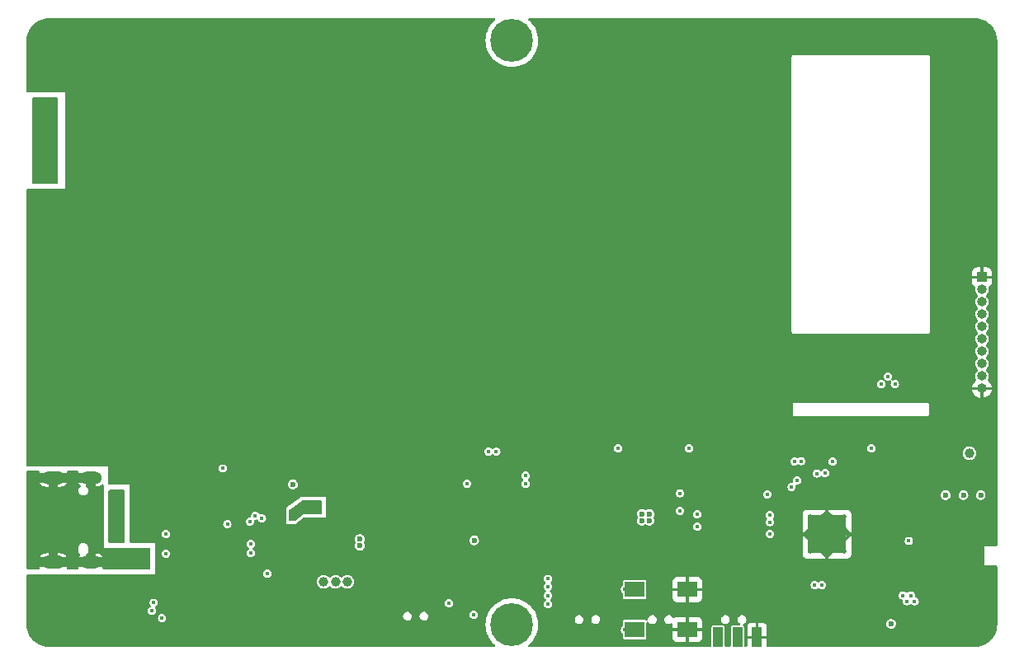
<source format=gbr>
%TF.GenerationSoftware,KiCad,Pcbnew,(5.99.0-11593-g5155093ec0)*%
%TF.CreationDate,2021-08-09T14:05:58+02:00*%
%TF.ProjectId,flatlight_rev21_eside,666c6174-6c69-4676-9874-5f7265763231,rev?*%
%TF.SameCoordinates,Original*%
%TF.FileFunction,Copper,L4,Bot*%
%TF.FilePolarity,Positive*%
%FSLAX46Y46*%
G04 Gerber Fmt 4.6, Leading zero omitted, Abs format (unit mm)*
G04 Created by KiCad (PCBNEW (5.99.0-11593-g5155093ec0)) date 2021-08-09 14:05:58*
%MOMM*%
%LPD*%
G01*
G04 APERTURE LIST*
%TA.AperFunction,ComponentPad*%
%ADD10C,0.700000*%
%TD*%
%TA.AperFunction,ComponentPad*%
%ADD11C,4.400000*%
%TD*%
%TA.AperFunction,ComponentPad*%
%ADD12R,1.000000X1.000000*%
%TD*%
%TA.AperFunction,ComponentPad*%
%ADD13O,1.000000X1.000000*%
%TD*%
%TA.AperFunction,ComponentPad*%
%ADD14O,2.300000X1.300000*%
%TD*%
%TA.AperFunction,ComponentPad*%
%ADD15O,2.600000X1.300000*%
%TD*%
%TA.AperFunction,ComponentPad*%
%ADD16C,0.500000*%
%TD*%
%TA.AperFunction,SMDPad,CuDef*%
%ADD17R,4.000000X4.000000*%
%TD*%
%TA.AperFunction,SMDPad,CuDef*%
%ADD18R,2.000000X1.600000*%
%TD*%
%TA.AperFunction,SMDPad,CuDef*%
%ADD19R,1.000000X2.000000*%
%TD*%
%TA.AperFunction,ViaPad*%
%ADD20C,0.600000*%
%TD*%
%TA.AperFunction,ViaPad*%
%ADD21C,1.000000*%
%TD*%
%TA.AperFunction,ViaPad*%
%ADD22C,0.450000*%
%TD*%
%TA.AperFunction,ViaPad*%
%ADD23C,0.800000*%
%TD*%
G04 APERTURE END LIST*
D10*
%TO.P,H1,1,1*%
%TO.N,SYSOUT*%
X88550000Y-89300000D03*
X91850000Y-89300000D03*
X89033274Y-88133274D03*
X90200000Y-90950000D03*
X89033274Y-90466726D03*
X91366726Y-90466726D03*
D11*
X90200000Y-89300000D03*
D10*
X90200000Y-87650000D03*
X91366726Y-88133274D03*
%TD*%
D12*
%TO.P,J3,1,Pin_1*%
%TO.N,GND*%
X138425000Y-53600000D03*
D13*
%TO.P,J3,2,Pin_2*%
%TO.N,ES_LED_PWM*%
X138425000Y-54870000D03*
%TO.P,J3,3,Pin_3*%
%TO.N,ES_FLASH_EN*%
X138425000Y-56140000D03*
%TO.P,J3,4,Pin_4*%
%TO.N,ES_TORCH_EN*%
X138425000Y-57410000D03*
%TO.P,J3,5,Pin_5*%
%TO.N,ES_WS_LDAT*%
X138425000Y-58680000D03*
%TO.P,J3,6,Pin_6*%
%TO.N,ES_WS_POWER*%
X138425000Y-59950000D03*
%TO.P,J3,7,Pin_7*%
%TO.N,ES_XP_LED_NTC*%
X138425000Y-61220000D03*
%TO.P,J3,8,Pin_8*%
%TO.N,ES_JS_LED_NTC*%
X138425000Y-62490000D03*
%TO.P,J3,9,Pin_9*%
%TO.N,+3V3*%
X138425000Y-63760000D03*
%TO.P,J3,10,Pin_10*%
%TO.N,GND*%
X138425000Y-65030000D03*
%TD*%
D10*
%TO.P,H3,1,1*%
%TO.N,GND*%
X136050000Y-29300000D03*
D11*
X137700000Y-29300000D03*
D10*
X136533274Y-28133274D03*
X137700000Y-27650000D03*
X138866726Y-28133274D03*
X138866726Y-30466726D03*
X137700000Y-30950000D03*
X136533274Y-30466726D03*
X139350000Y-29300000D03*
%TD*%
D14*
%TO.P,J1,S1,SHIELD*%
%TO.N,GNDPWR*%
X46960000Y-74230000D03*
D15*
X43135000Y-82870000D03*
X43135000Y-74230000D03*
D14*
X46960000Y-82870000D03*
%TD*%
D10*
%TO.P,H4,1,1*%
%TO.N,GND*%
X41050000Y-29300000D03*
D11*
X42700000Y-29300000D03*
D10*
X44350000Y-29300000D03*
X43866726Y-30466726D03*
X41533274Y-28133274D03*
X41533274Y-30466726D03*
X42700000Y-30950000D03*
X42700000Y-27650000D03*
X43866726Y-28133274D03*
%TD*%
%TO.P,H6,1,1*%
%TO.N,SYSOUT*%
X91850000Y-29300000D03*
X91366726Y-28133274D03*
X90200000Y-30950000D03*
D11*
X90200000Y-29300000D03*
D10*
X88550000Y-29300000D03*
X91366726Y-30466726D03*
X89033274Y-28133274D03*
X90200000Y-27650000D03*
X89033274Y-30466726D03*
%TD*%
D11*
%TO.P,H5,1,1*%
%TO.N,GND*%
X42700000Y-89300000D03*
D10*
X43866726Y-88133274D03*
X42700000Y-90950000D03*
X41533274Y-88133274D03*
X42700000Y-87650000D03*
X43866726Y-90466726D03*
X41533274Y-90466726D03*
X41050000Y-89300000D03*
X44350000Y-89300000D03*
%TD*%
%TO.P,H2,1,1*%
%TO.N,GND*%
X138866726Y-88133274D03*
D11*
X137700000Y-89300000D03*
D10*
X136050000Y-89300000D03*
X136533274Y-88133274D03*
X137700000Y-90950000D03*
X136533274Y-90466726D03*
X137700000Y-87650000D03*
X138866726Y-90466726D03*
X139350000Y-89300000D03*
%TD*%
D16*
%TO.P,U4,57,GND*%
%TO.N,GND*%
X124275734Y-78250000D03*
X121975734Y-78250000D03*
X120775734Y-79400000D03*
X123050734Y-81750000D03*
X121975734Y-79400000D03*
X121975734Y-80600000D03*
X121975734Y-81750000D03*
X123050734Y-78250000D03*
X120775734Y-78250000D03*
X123050734Y-80600000D03*
X120775734Y-80600000D03*
X124275734Y-80600000D03*
X124275734Y-79400000D03*
D17*
X122525734Y-80000000D03*
D16*
X124275734Y-81750000D03*
X120775734Y-81750000D03*
X123050734Y-79400000D03*
%TD*%
D18*
%TO.P,SW3,1,1*%
%TO.N,EN*%
X102800000Y-89800000D03*
%TO.P,SW3,2,2*%
%TO.N,GND*%
X108200000Y-89800000D03*
%TD*%
D19*
%TO.P,J2,1,Pin_1*%
%TO.N,GND*%
X115350000Y-90600000D03*
%TO.P,J2,2,Pin_2*%
%TO.N,TX*%
X113350000Y-90600000D03*
%TO.P,J2,3,Pin_3*%
%TO.N,RX*%
X111350000Y-90600000D03*
%TD*%
D18*
%TO.P,SW2,1,1*%
%TO.N,GPIO0*%
X102800000Y-85700000D03*
%TO.P,SW2,2,2*%
%TO.N,GND*%
X108200000Y-85700000D03*
%TD*%
D20*
%TO.N,+BATT*%
X42900000Y-38550000D03*
D21*
X70900000Y-84900000D03*
D20*
X41850000Y-37550000D03*
D21*
X73300000Y-84900000D03*
D20*
X42900000Y-37550000D03*
X41850000Y-39550000D03*
X41850000Y-38550000D03*
X41850000Y-40550000D03*
X42900000Y-41550000D03*
X41850000Y-41550000D03*
X42900000Y-40550000D03*
X42900000Y-39550000D03*
D21*
X137150000Y-71700000D03*
X72100000Y-84900000D03*
D22*
%TO.N,GND*%
X48150000Y-27600000D03*
X126550000Y-27600000D03*
X107200000Y-91300000D03*
X46700000Y-39650000D03*
X139800000Y-38100000D03*
X59800000Y-91300000D03*
X126200000Y-75200000D03*
X126750000Y-65800000D03*
D20*
X99350000Y-80000000D03*
D22*
X40900000Y-52500000D03*
X129050000Y-27600000D03*
X139800000Y-43100000D03*
X109050000Y-27600000D03*
X127200000Y-91300000D03*
X109700000Y-91300000D03*
X49300000Y-84400000D03*
X139800000Y-73100000D03*
X75650000Y-27600000D03*
X52300000Y-91300000D03*
X66800000Y-83650000D03*
X120800000Y-88400000D03*
X132200000Y-91300000D03*
X124050000Y-27600000D03*
X77300000Y-91300000D03*
X117100000Y-88400000D03*
X112025000Y-75500000D03*
X139800000Y-33100000D03*
X115350000Y-91300000D03*
X68150000Y-27600000D03*
X112700000Y-78600000D03*
X43200000Y-84400000D03*
X73000000Y-81200000D03*
X122200000Y-91300000D03*
X41000000Y-86900000D03*
D20*
X99350000Y-80900000D03*
D22*
X139800000Y-53100000D03*
X47300000Y-91300000D03*
X139800000Y-75600000D03*
X67300000Y-91300000D03*
X70650000Y-27600000D03*
X46200000Y-46100000D03*
X129400000Y-84000000D03*
X45200000Y-39150000D03*
X106550000Y-27600000D03*
X73150000Y-27600000D03*
X127300000Y-84000000D03*
X47200000Y-39150000D03*
X46200000Y-39150000D03*
X139800000Y-60600000D03*
X136700000Y-79800000D03*
X58150000Y-27600000D03*
X44800000Y-91300000D03*
X109725000Y-75500000D03*
X111550000Y-27600000D03*
D20*
X70100000Y-79625000D03*
D22*
X126600000Y-88400000D03*
X127700000Y-69900000D03*
X87000000Y-91300000D03*
D20*
X68325000Y-75850000D03*
D22*
X47200000Y-46100000D03*
X79700000Y-91300000D03*
X64375734Y-73800000D03*
X40900000Y-33900000D03*
X139800000Y-70600000D03*
X83150000Y-27600000D03*
X69800000Y-91300000D03*
X50650000Y-27600000D03*
X40900000Y-50000000D03*
D20*
X73325000Y-78775000D03*
D22*
X52500000Y-85500000D03*
X110050000Y-81650000D03*
X99050000Y-27600000D03*
X123001234Y-86700000D03*
X125700000Y-86700000D03*
X53300000Y-77600000D03*
X94050000Y-27600000D03*
X40900000Y-72500000D03*
X40900000Y-67500000D03*
X104050000Y-27600000D03*
X83850000Y-79425000D03*
X97200000Y-91300000D03*
X101550000Y-27600000D03*
X139800000Y-63100000D03*
X135700000Y-84000000D03*
X124425734Y-90050978D03*
X139800000Y-65600000D03*
X96550000Y-27600000D03*
X133500000Y-84000000D03*
X40900000Y-70000000D03*
X45700000Y-46600000D03*
X137700000Y-84000000D03*
X139800000Y-50600000D03*
X78150000Y-27600000D03*
X80650000Y-27600000D03*
X46900000Y-72500000D03*
X63150000Y-27600000D03*
X113700000Y-70400000D03*
X104600000Y-71200000D03*
X42900000Y-72500000D03*
X85650000Y-27600000D03*
X72300000Y-91300000D03*
X124700000Y-91300000D03*
X132100000Y-61500000D03*
X40900000Y-57500000D03*
X107600000Y-81100000D03*
X40900000Y-62500000D03*
X119700000Y-91300000D03*
X41000000Y-84400000D03*
X138100000Y-80600000D03*
X121550000Y-27600000D03*
X131400000Y-75500000D03*
X45700000Y-39650000D03*
X107600000Y-80400000D03*
X134700000Y-91300000D03*
X64800000Y-91300000D03*
X118000000Y-74275000D03*
D20*
X67550000Y-75975000D03*
D22*
X79150000Y-84100000D03*
X124600000Y-86700000D03*
X84700000Y-91300000D03*
X45300000Y-84400000D03*
X45200000Y-46100000D03*
X40900000Y-65000000D03*
X40900000Y-47500000D03*
X132700000Y-71500000D03*
X125725734Y-90050978D03*
X53150000Y-27600000D03*
X139800000Y-40600000D03*
X139800000Y-58100000D03*
X44900000Y-72500000D03*
X121625734Y-86700000D03*
X85050000Y-79425000D03*
X139800000Y-48100000D03*
X46700000Y-46600000D03*
X47300000Y-84400000D03*
X97900000Y-79000000D03*
X49800000Y-91300000D03*
X131425734Y-71500000D03*
X86175000Y-79425000D03*
X136700000Y-80600000D03*
X102125000Y-81275000D03*
X57300000Y-91300000D03*
X54800000Y-91300000D03*
X40900000Y-60000000D03*
X119050000Y-27600000D03*
X64375734Y-72650000D03*
X55650000Y-27600000D03*
X139700000Y-78100000D03*
X40900000Y-55000000D03*
X139800000Y-55600000D03*
X116550000Y-27600000D03*
X117200000Y-91300000D03*
X133900000Y-80600000D03*
D20*
X70125000Y-78775000D03*
D22*
X139800000Y-35600000D03*
X123000000Y-90100000D03*
X134050000Y-27600000D03*
X96000000Y-79100000D03*
X40900000Y-32500000D03*
X139800000Y-68100000D03*
X89700000Y-77000000D03*
D20*
X66900000Y-76500000D03*
D22*
X65650000Y-27600000D03*
X81200000Y-77700000D03*
X62300000Y-91300000D03*
X139700000Y-80600000D03*
X106800000Y-71200000D03*
X111000000Y-70400000D03*
D23*
X85900000Y-72200000D03*
D22*
X94700000Y-91300000D03*
X45650000Y-27600000D03*
D20*
X71625000Y-78775000D03*
D22*
X131500000Y-84000000D03*
X129700000Y-91300000D03*
X139800000Y-45600000D03*
X112725000Y-81650000D03*
X81200000Y-75400000D03*
X60650000Y-27600000D03*
X104700000Y-91300000D03*
X114050000Y-27600000D03*
X82200000Y-91300000D03*
X58625734Y-81000000D03*
X121600000Y-90100000D03*
X131550000Y-27600000D03*
X74800000Y-91300000D03*
D20*
%TO.N,LX*%
X70300000Y-76850000D03*
X69450000Y-76850000D03*
X67625234Y-78325000D03*
X67625000Y-77725000D03*
X70300000Y-77600000D03*
X69450000Y-77600000D03*
%TO.N,Net-(C3-Pad1)*%
X67725734Y-74900000D03*
D22*
X64550000Y-78400000D03*
D20*
%TO.N,SYS*%
X74600000Y-80500000D03*
X74600000Y-81200000D03*
D22*
X53250000Y-87900000D03*
%TO.N,+3V3*%
X129500000Y-64600000D03*
D20*
X136525000Y-76000000D03*
D22*
X131525734Y-86900000D03*
D20*
X103525000Y-77937500D03*
X134700000Y-76000000D03*
X104300000Y-77937500D03*
D22*
X123125734Y-72550000D03*
X130725734Y-86900000D03*
D20*
X103525734Y-78625000D03*
D22*
X130325734Y-86300000D03*
X131125734Y-86300000D03*
D20*
X138300000Y-76000000D03*
X104300000Y-78625000D03*
D22*
X128100000Y-64600000D03*
%TO.N,PWRMAIN_SW*%
X93900000Y-87200000D03*
X86300000Y-88300000D03*
D20*
%TO.N,EN*%
X129100000Y-89225000D03*
D22*
X101800000Y-89850000D03*
%TO.N,GNDPWR*%
X41200000Y-74200000D03*
X41200000Y-76300000D03*
X41200000Y-80700000D03*
X49300000Y-83300000D03*
X41200000Y-78500000D03*
X52470000Y-82270000D03*
X49300000Y-82300000D03*
X41200000Y-82900000D03*
%TO.N,VBUS*%
X60550000Y-73250000D03*
X63400000Y-81000000D03*
%TO.N,Net-(F1-Pad1)*%
X49350000Y-75700000D03*
X49650000Y-76200000D03*
X49950000Y-75700000D03*
X50250000Y-80650000D03*
X49050000Y-76200000D03*
X50250000Y-76200000D03*
X49650000Y-80650000D03*
X49050000Y-80650000D03*
%TO.N,CC1*%
X61000000Y-79000000D03*
X63400000Y-81950000D03*
%TO.N,RX*%
X111300000Y-91150000D03*
X121275000Y-85225000D03*
%TO.N,TX*%
X113350000Y-91150000D03*
X122025000Y-85225000D03*
%TO.N,INOK*%
X93900000Y-86300000D03*
X63875500Y-78100000D03*
X53450000Y-87050000D03*
%TO.N,STAT*%
X54300000Y-88650000D03*
X63300000Y-78700000D03*
X93900000Y-85400000D03*
%TO.N,U_N*%
X54700000Y-82000000D03*
X119450000Y-74500000D03*
%TO.N,U_P*%
X54700000Y-80000000D03*
X118900000Y-75150000D03*
%TO.N,Net-(R15-Pad1)*%
X128800000Y-63800000D03*
X101100000Y-71200000D03*
%TO.N,DISP_BACKLIGHT*%
X127100000Y-71200000D03*
X108375734Y-71200000D03*
%TO.N,ENBST*%
X93900000Y-84600000D03*
X65100000Y-84050000D03*
%TO.N,IMU_INT2*%
X91600000Y-74850000D03*
X122325734Y-73750000D03*
%TO.N,IMU_INT1*%
X85600000Y-74800000D03*
X121500734Y-73775000D03*
X91600000Y-74000000D03*
%TO.N,SCL*%
X119900000Y-72500000D03*
X88600000Y-71500000D03*
%TO.N,SDA*%
X119179122Y-72520878D03*
X87800000Y-71500000D03*
%TO.N,GPIO0*%
X130925734Y-80700000D03*
X101800000Y-85650000D03*
%TO.N,SPIQ*%
X116675734Y-79980500D03*
X109200000Y-77975000D03*
%TO.N,SPICS0*%
X116675734Y-78770878D03*
X107450000Y-77600000D03*
%TO.N,SPIWP*%
X116675734Y-78050000D03*
X109225000Y-79225000D03*
%TO.N,SPICS1*%
X107450000Y-75800000D03*
X116400000Y-75900000D03*
D20*
%TO.N,Net-(Q1-Pad2)*%
X86325734Y-80650000D03*
D22*
X83750000Y-87100000D03*
%TD*%
%TA.AperFunction,Conductor*%
%TO.N,GNDPWR*%
G36*
X41718803Y-73520002D02*
G01*
X41765296Y-73573658D01*
X41775400Y-73643932D01*
X41752618Y-73700061D01*
X41741516Y-73715342D01*
X41737094Y-73727736D01*
X41746235Y-73730000D01*
X44521018Y-73730000D01*
X44533641Y-73726293D01*
X44530099Y-73717566D01*
X44517380Y-73700059D01*
X44493522Y-73633191D01*
X44509604Y-73564040D01*
X44560519Y-73514561D01*
X44619317Y-73500000D01*
X45625682Y-73500000D01*
X45693803Y-73520002D01*
X45740296Y-73573658D01*
X45750400Y-73643932D01*
X45727618Y-73700061D01*
X45716516Y-73715342D01*
X45712094Y-73727736D01*
X45721235Y-73730000D01*
X47334000Y-73730000D01*
X47402121Y-73750002D01*
X47448614Y-73803658D01*
X47460000Y-73856000D01*
X47460000Y-75115885D01*
X47464475Y-75131124D01*
X47465865Y-75132329D01*
X47473548Y-75134000D01*
X47504083Y-75134000D01*
X47510643Y-75133656D01*
X47642424Y-75119806D01*
X47655265Y-75117076D01*
X47823439Y-75062433D01*
X47835428Y-75057095D01*
X47988569Y-74968679D01*
X47999188Y-74960963D01*
X48089690Y-74879476D01*
X48153698Y-74848759D01*
X48224151Y-74857524D01*
X48278682Y-74902987D01*
X48300000Y-74973113D01*
X48300000Y-81400000D01*
X52974000Y-81400000D01*
X53042121Y-81420002D01*
X53088614Y-81473658D01*
X53100000Y-81526000D01*
X53100000Y-83474000D01*
X53079998Y-83542121D01*
X53026342Y-83588614D01*
X52974000Y-83600000D01*
X48294318Y-83600000D01*
X48226197Y-83579998D01*
X48179704Y-83526342D01*
X48169600Y-83456068D01*
X48192382Y-83399939D01*
X48203484Y-83384658D01*
X48207906Y-83372264D01*
X48198765Y-83370000D01*
X45723982Y-83370000D01*
X45711359Y-83373707D01*
X45714901Y-83382434D01*
X45727620Y-83399941D01*
X45751478Y-83466809D01*
X45735396Y-83535960D01*
X45684481Y-83585439D01*
X45625683Y-83600000D01*
X44619318Y-83600000D01*
X44551197Y-83579998D01*
X44504704Y-83526342D01*
X44494600Y-83456068D01*
X44517382Y-83399939D01*
X44528484Y-83384658D01*
X44532906Y-83372264D01*
X44523765Y-83370000D01*
X41748982Y-83370000D01*
X41736359Y-83373707D01*
X41739901Y-83382434D01*
X41752620Y-83399941D01*
X41776478Y-83466809D01*
X41760396Y-83535960D01*
X41709481Y-83585439D01*
X41650683Y-83600000D01*
X40526000Y-83600000D01*
X40457879Y-83579998D01*
X40411386Y-83526342D01*
X40400000Y-83474000D01*
X40400000Y-82367736D01*
X41737094Y-82367736D01*
X41746235Y-82370000D01*
X42616885Y-82370000D01*
X42632124Y-82365525D01*
X42633329Y-82364135D01*
X42635000Y-82356452D01*
X42635000Y-81984115D01*
X42633659Y-81979548D01*
X43635000Y-81979548D01*
X43635000Y-82351885D01*
X43639475Y-82367124D01*
X43640865Y-82368329D01*
X43648548Y-82370000D01*
X44521018Y-82370000D01*
X44528727Y-82367736D01*
X45712094Y-82367736D01*
X45721235Y-82370000D01*
X46441885Y-82370000D01*
X46457124Y-82365525D01*
X46458329Y-82364135D01*
X46460000Y-82356452D01*
X46460000Y-82194365D01*
X46480002Y-82126244D01*
X46518766Y-82087803D01*
X46555125Y-82064863D01*
X46555129Y-82064859D01*
X46562720Y-82060070D01*
X46633834Y-81979548D01*
X47460000Y-81979548D01*
X47460000Y-82351885D01*
X47464475Y-82367124D01*
X47465865Y-82368329D01*
X47473548Y-82370000D01*
X48196018Y-82370000D01*
X48208641Y-82366293D01*
X48205099Y-82357566D01*
X48139386Y-82267118D01*
X48130597Y-82257357D01*
X47999188Y-82139037D01*
X47988569Y-82131321D01*
X47835428Y-82042905D01*
X47823439Y-82037567D01*
X47655265Y-81982924D01*
X47642424Y-81980194D01*
X47510643Y-81966344D01*
X47504083Y-81966000D01*
X47478115Y-81966000D01*
X47462876Y-81970475D01*
X47461671Y-81971865D01*
X47460000Y-81979548D01*
X46633834Y-81979548D01*
X46657623Y-81952612D01*
X46718553Y-81822837D01*
X46735500Y-81713991D01*
X46735500Y-81389060D01*
X46720323Y-81283082D01*
X46660984Y-81152572D01*
X46642598Y-81131234D01*
X46573260Y-81050763D01*
X46573257Y-81050760D01*
X46567400Y-81043963D01*
X46447095Y-80965985D01*
X46309739Y-80924907D01*
X46300763Y-80924852D01*
X46300762Y-80924852D01*
X46240555Y-80924484D01*
X46166376Y-80924031D01*
X46028529Y-80963428D01*
X45907280Y-81039930D01*
X45812377Y-81147388D01*
X45751447Y-81277163D01*
X45734500Y-81386009D01*
X45734500Y-81710940D01*
X45749677Y-81816918D01*
X45809016Y-81947428D01*
X45814877Y-81954230D01*
X45870356Y-82018617D01*
X45899669Y-82083279D01*
X45889370Y-82153525D01*
X45859212Y-82194501D01*
X45789405Y-82257355D01*
X45780614Y-82267118D01*
X45716516Y-82355342D01*
X45712094Y-82367736D01*
X44528727Y-82367736D01*
X44533641Y-82366293D01*
X44530099Y-82357566D01*
X44464386Y-82267118D01*
X44455597Y-82257357D01*
X44324188Y-82139037D01*
X44313569Y-82131321D01*
X44160428Y-82042905D01*
X44148439Y-82037567D01*
X43980265Y-81982924D01*
X43967424Y-81980194D01*
X43835643Y-81966344D01*
X43829083Y-81966000D01*
X43653115Y-81966000D01*
X43637876Y-81970475D01*
X43636671Y-81971865D01*
X43635000Y-81979548D01*
X42633659Y-81979548D01*
X42630525Y-81968876D01*
X42629135Y-81967671D01*
X42621452Y-81966000D01*
X42440917Y-81966000D01*
X42434357Y-81966344D01*
X42302576Y-81980194D01*
X42289735Y-81982924D01*
X42121561Y-82037567D01*
X42109572Y-82042905D01*
X41956431Y-82131321D01*
X41945812Y-82139037D01*
X41814405Y-82257355D01*
X41805614Y-82267118D01*
X41741516Y-82355342D01*
X41737094Y-82367736D01*
X40400000Y-82367736D01*
X40400000Y-74733707D01*
X41736359Y-74733707D01*
X41739901Y-74742434D01*
X41805614Y-74832882D01*
X41814403Y-74842643D01*
X41945812Y-74960963D01*
X41956431Y-74968679D01*
X42109572Y-75057095D01*
X42121561Y-75062433D01*
X42289735Y-75117076D01*
X42302576Y-75119806D01*
X42434357Y-75133656D01*
X42440917Y-75134000D01*
X42616885Y-75134000D01*
X42632124Y-75129525D01*
X42633329Y-75128135D01*
X42635000Y-75120452D01*
X42635000Y-74748115D01*
X42633659Y-74743548D01*
X43635000Y-74743548D01*
X43635000Y-75115885D01*
X43639475Y-75131124D01*
X43640865Y-75132329D01*
X43648548Y-75134000D01*
X43829083Y-75134000D01*
X43835643Y-75133656D01*
X43967424Y-75119806D01*
X43980265Y-75117076D01*
X44148439Y-75062433D01*
X44160428Y-75057095D01*
X44313569Y-74968679D01*
X44324188Y-74960963D01*
X44455595Y-74842645D01*
X44464386Y-74832882D01*
X44528484Y-74744658D01*
X44532391Y-74733707D01*
X45711359Y-74733707D01*
X45714901Y-74742434D01*
X45780614Y-74832882D01*
X45789403Y-74842643D01*
X45924732Y-74964493D01*
X45961972Y-75024939D01*
X45960621Y-75095923D01*
X45921591Y-75154185D01*
X45921708Y-75154322D01*
X45921223Y-75154735D01*
X45921107Y-75154908D01*
X45920503Y-75155347D01*
X45914870Y-75160141D01*
X45907280Y-75164930D01*
X45812377Y-75272388D01*
X45751447Y-75402163D01*
X45729391Y-75543823D01*
X45730555Y-75552725D01*
X45730555Y-75552728D01*
X45731814Y-75562354D01*
X45747980Y-75685979D01*
X45805720Y-75817203D01*
X45811497Y-75824076D01*
X45811498Y-75824077D01*
X45818792Y-75832754D01*
X45897970Y-75926948D01*
X46017313Y-76006390D01*
X46154157Y-76049142D01*
X46163129Y-76049306D01*
X46163132Y-76049307D01*
X46228463Y-76050504D01*
X46297499Y-76051770D01*
X46306533Y-76049307D01*
X46427158Y-76016421D01*
X46427160Y-76016420D01*
X46435817Y-76014060D01*
X46557991Y-75939045D01*
X46654200Y-75832754D01*
X46716710Y-75703733D01*
X46740496Y-75562354D01*
X46740647Y-75550000D01*
X46720323Y-75408082D01*
X46660984Y-75277572D01*
X46642598Y-75256234D01*
X46573260Y-75175763D01*
X46573257Y-75175760D01*
X46567400Y-75168963D01*
X46517465Y-75136597D01*
X46471184Y-75082764D01*
X46460000Y-75030867D01*
X46460000Y-74748115D01*
X46455525Y-74732876D01*
X46454135Y-74731671D01*
X46446452Y-74730000D01*
X45723982Y-74730000D01*
X45711359Y-74733707D01*
X44532391Y-74733707D01*
X44532906Y-74732264D01*
X44523765Y-74730000D01*
X43653115Y-74730000D01*
X43637876Y-74734475D01*
X43636671Y-74735865D01*
X43635000Y-74743548D01*
X42633659Y-74743548D01*
X42630525Y-74732876D01*
X42629135Y-74731671D01*
X42621452Y-74730000D01*
X41748982Y-74730000D01*
X41736359Y-74733707D01*
X40400000Y-74733707D01*
X40400000Y-73626000D01*
X40420002Y-73557879D01*
X40473658Y-73511386D01*
X40526000Y-73500000D01*
X41650682Y-73500000D01*
X41718803Y-73520002D01*
G37*
%TD.AperFunction*%
%TD*%
%TA.AperFunction,Conductor*%
%TO.N,+BATT*%
G36*
X43542121Y-35120002D02*
G01*
X43588614Y-35173658D01*
X43600000Y-35226000D01*
X43600000Y-43874000D01*
X43579998Y-43942121D01*
X43526342Y-43988614D01*
X43474000Y-44000000D01*
X41126000Y-44000000D01*
X41057879Y-43979998D01*
X41011386Y-43926342D01*
X41000000Y-43874000D01*
X41000000Y-35226000D01*
X41020002Y-35157879D01*
X41073658Y-35111386D01*
X41126000Y-35100000D01*
X43474000Y-35100000D01*
X43542121Y-35120002D01*
G37*
%TD.AperFunction*%
%TD*%
%TA.AperFunction,Conductor*%
%TO.N,GND*%
G36*
X87200000Y-90500000D02*
G01*
X55000000Y-90500000D01*
X55000000Y-88419440D01*
X79020635Y-88419440D01*
X79021799Y-88428342D01*
X79021799Y-88428345D01*
X79036202Y-88538489D01*
X79036203Y-88538493D01*
X79037367Y-88547394D01*
X79089339Y-88665510D01*
X79095116Y-88672383D01*
X79095117Y-88672384D01*
X79144224Y-88730804D01*
X79172373Y-88764291D01*
X79279794Y-88835796D01*
X79402967Y-88874278D01*
X79411937Y-88874442D01*
X79411941Y-88874443D01*
X79470676Y-88875519D01*
X79531989Y-88876643D01*
X79594239Y-88859671D01*
X79647826Y-88845062D01*
X79647827Y-88845062D01*
X79656489Y-88842700D01*
X79664139Y-88838003D01*
X79664141Y-88838002D01*
X79758806Y-88779878D01*
X79758809Y-88779875D01*
X79766458Y-88775179D01*
X79772484Y-88768522D01*
X79847034Y-88686161D01*
X79847037Y-88686157D01*
X79853056Y-88679507D01*
X79909322Y-88563375D01*
X79911031Y-88553220D01*
X79929924Y-88440917D01*
X79930731Y-88436120D01*
X79930867Y-88425000D01*
X79930071Y-88419440D01*
X80720635Y-88419440D01*
X80721799Y-88428342D01*
X80721799Y-88428345D01*
X80736202Y-88538489D01*
X80736203Y-88538493D01*
X80737367Y-88547394D01*
X80789339Y-88665510D01*
X80795116Y-88672383D01*
X80795117Y-88672384D01*
X80844224Y-88730804D01*
X80872373Y-88764291D01*
X80979794Y-88835796D01*
X81102967Y-88874278D01*
X81111937Y-88874442D01*
X81111941Y-88874443D01*
X81170676Y-88875519D01*
X81231989Y-88876643D01*
X81294239Y-88859671D01*
X81347826Y-88845062D01*
X81347827Y-88845062D01*
X81356489Y-88842700D01*
X81364139Y-88838003D01*
X81364141Y-88838002D01*
X81458806Y-88779878D01*
X81458809Y-88779875D01*
X81466458Y-88775179D01*
X81472484Y-88768522D01*
X81547034Y-88686161D01*
X81547037Y-88686157D01*
X81553056Y-88679507D01*
X81609322Y-88563375D01*
X81611031Y-88553220D01*
X81629924Y-88440917D01*
X81630731Y-88436120D01*
X81630867Y-88425000D01*
X81612966Y-88300000D01*
X85869196Y-88300000D01*
X85890281Y-88433126D01*
X85951472Y-88553220D01*
X86046780Y-88648528D01*
X86166874Y-88709719D01*
X86176663Y-88711269D01*
X86176665Y-88711270D01*
X86290207Y-88729253D01*
X86300000Y-88730804D01*
X86309793Y-88729253D01*
X86423335Y-88711270D01*
X86423337Y-88711269D01*
X86433126Y-88709719D01*
X86553220Y-88648528D01*
X86648528Y-88553220D01*
X86709719Y-88433126D01*
X86730804Y-88300000D01*
X86712312Y-88183247D01*
X86711270Y-88176665D01*
X86711269Y-88176663D01*
X86709719Y-88166874D01*
X86648528Y-88046780D01*
X86553220Y-87951472D01*
X86433126Y-87890281D01*
X86423337Y-87888731D01*
X86423335Y-87888730D01*
X86309793Y-87870747D01*
X86300000Y-87869196D01*
X86290207Y-87870747D01*
X86176665Y-87888730D01*
X86176663Y-87888731D01*
X86166874Y-87890281D01*
X86046780Y-87951472D01*
X85951472Y-88046780D01*
X85890281Y-88166874D01*
X85888731Y-88176663D01*
X85888730Y-88176665D01*
X85887688Y-88183247D01*
X85869196Y-88300000D01*
X81612966Y-88300000D01*
X81612573Y-88297259D01*
X81559162Y-88179788D01*
X81474927Y-88082028D01*
X81366640Y-88011841D01*
X81358045Y-88009271D01*
X81358044Y-88009270D01*
X81251608Y-87977438D01*
X81251606Y-87977438D01*
X81243007Y-87974866D01*
X81234032Y-87974811D01*
X81234031Y-87974811D01*
X81179375Y-87974477D01*
X81113965Y-87974078D01*
X81102209Y-87977438D01*
X80998520Y-88007072D01*
X80998518Y-88007073D01*
X80989889Y-88009539D01*
X80880753Y-88078399D01*
X80795330Y-88175122D01*
X80791516Y-88183245D01*
X80791515Y-88183247D01*
X80765528Y-88238598D01*
X80740488Y-88291932D01*
X80739108Y-88300798D01*
X80722016Y-88410567D01*
X80722016Y-88410571D01*
X80720635Y-88419440D01*
X79930071Y-88419440D01*
X79912573Y-88297259D01*
X79859162Y-88179788D01*
X79774927Y-88082028D01*
X79666640Y-88011841D01*
X79658045Y-88009271D01*
X79658044Y-88009270D01*
X79551608Y-87977438D01*
X79551606Y-87977438D01*
X79543007Y-87974866D01*
X79534032Y-87974811D01*
X79534031Y-87974811D01*
X79479375Y-87974477D01*
X79413965Y-87974078D01*
X79402209Y-87977438D01*
X79298520Y-88007072D01*
X79298518Y-88007073D01*
X79289889Y-88009539D01*
X79180753Y-88078399D01*
X79095330Y-88175122D01*
X79091516Y-88183245D01*
X79091515Y-88183247D01*
X79065528Y-88238598D01*
X79040488Y-88291932D01*
X79039108Y-88300798D01*
X79022016Y-88410567D01*
X79022016Y-88410571D01*
X79020635Y-88419440D01*
X55000000Y-88419440D01*
X55000000Y-87700000D01*
X75100000Y-87700000D01*
X75100000Y-87100000D01*
X83319196Y-87100000D01*
X83340281Y-87233126D01*
X83401472Y-87353220D01*
X83496780Y-87448528D01*
X83616874Y-87509719D01*
X83626663Y-87511269D01*
X83626665Y-87511270D01*
X83740207Y-87529253D01*
X83750000Y-87530804D01*
X83759793Y-87529253D01*
X83873335Y-87511270D01*
X83873337Y-87511269D01*
X83883126Y-87509719D01*
X84003220Y-87448528D01*
X84098528Y-87353220D01*
X84159719Y-87233126D01*
X84180804Y-87100000D01*
X84159719Y-86966874D01*
X84098528Y-86846780D01*
X84003220Y-86751472D01*
X83883126Y-86690281D01*
X83873337Y-86688731D01*
X83873335Y-86688730D01*
X83759793Y-86670747D01*
X83750000Y-86669196D01*
X83740207Y-86670747D01*
X83626665Y-86688730D01*
X83626663Y-86688731D01*
X83616874Y-86690281D01*
X83496780Y-86751472D01*
X83401472Y-86846780D01*
X83340281Y-86966874D01*
X83319196Y-87100000D01*
X75100000Y-87100000D01*
X75100000Y-83850000D01*
X65475645Y-83850000D01*
X65453028Y-83805612D01*
X65448528Y-83796780D01*
X65353220Y-83701472D01*
X65233126Y-83640281D01*
X65223337Y-83638731D01*
X65223335Y-83638730D01*
X65109793Y-83620747D01*
X65100000Y-83619196D01*
X65090207Y-83620747D01*
X64976665Y-83638730D01*
X64976663Y-83638731D01*
X64966874Y-83640281D01*
X64846780Y-83701472D01*
X64751472Y-83796780D01*
X64724355Y-83850000D01*
X58100000Y-83850000D01*
X58100000Y-81000000D01*
X62969196Y-81000000D01*
X62970747Y-81009793D01*
X62979803Y-81066968D01*
X62990281Y-81133126D01*
X63051472Y-81253220D01*
X63146780Y-81348528D01*
X63172855Y-81361814D01*
X63174659Y-81362733D01*
X63226274Y-81411481D01*
X63243340Y-81480396D01*
X63220439Y-81547598D01*
X63174659Y-81587267D01*
X63146780Y-81601472D01*
X63051472Y-81696780D01*
X62990281Y-81816874D01*
X62969196Y-81950000D01*
X62990281Y-82083126D01*
X63051472Y-82203220D01*
X63146780Y-82298528D01*
X63266874Y-82359719D01*
X63276663Y-82361269D01*
X63276665Y-82361270D01*
X63390207Y-82379253D01*
X63400000Y-82380804D01*
X63409793Y-82379253D01*
X63523335Y-82361270D01*
X63523337Y-82361269D01*
X63533126Y-82359719D01*
X63653220Y-82298528D01*
X63748528Y-82203220D01*
X63809719Y-82083126D01*
X63830804Y-81950000D01*
X63809719Y-81816874D01*
X63748528Y-81696780D01*
X63653220Y-81601472D01*
X63625341Y-81587267D01*
X63573726Y-81538519D01*
X63556660Y-81469604D01*
X63579561Y-81402402D01*
X63625341Y-81362733D01*
X63627145Y-81361814D01*
X63653220Y-81348528D01*
X63748528Y-81253220D01*
X63809719Y-81133126D01*
X63820198Y-81066968D01*
X63829253Y-81009793D01*
X63830804Y-81000000D01*
X63817690Y-80917203D01*
X63811270Y-80876665D01*
X63811269Y-80876663D01*
X63809719Y-80866874D01*
X63748528Y-80746780D01*
X63653220Y-80651472D01*
X63533126Y-80590281D01*
X63523337Y-80588731D01*
X63523335Y-80588730D01*
X63409793Y-80570747D01*
X63400000Y-80569196D01*
X63390207Y-80570747D01*
X63276665Y-80588730D01*
X63276663Y-80588731D01*
X63266874Y-80590281D01*
X63146780Y-80651472D01*
X63051472Y-80746780D01*
X62990281Y-80866874D01*
X62988731Y-80876663D01*
X62988730Y-80876665D01*
X62982310Y-80917203D01*
X62969196Y-81000000D01*
X58100000Y-81000000D01*
X58100000Y-80493823D01*
X74094391Y-80493823D01*
X74095555Y-80502725D01*
X74095555Y-80502728D01*
X74097441Y-80517149D01*
X74112980Y-80635979D01*
X74170720Y-80767203D01*
X74176498Y-80774077D01*
X74181240Y-80781695D01*
X74178513Y-80783392D01*
X74200680Y-80833951D01*
X74189510Y-80904064D01*
X74182407Y-80916693D01*
X74177377Y-80922388D01*
X74116447Y-81052163D01*
X74115066Y-81061035D01*
X74100939Y-81151770D01*
X74094391Y-81193823D01*
X74095555Y-81202725D01*
X74095555Y-81202728D01*
X74096814Y-81212354D01*
X74112980Y-81335979D01*
X74170720Y-81467203D01*
X74176497Y-81474076D01*
X74176498Y-81474077D01*
X74230667Y-81538519D01*
X74262970Y-81576948D01*
X74382313Y-81656390D01*
X74519157Y-81699142D01*
X74528129Y-81699306D01*
X74528132Y-81699307D01*
X74593463Y-81700504D01*
X74662499Y-81701770D01*
X74671533Y-81699307D01*
X74792158Y-81666421D01*
X74792160Y-81666420D01*
X74800817Y-81664060D01*
X74922991Y-81589045D01*
X74968725Y-81538519D01*
X75013178Y-81489407D01*
X75019200Y-81482754D01*
X75081710Y-81353733D01*
X75105496Y-81212354D01*
X75105647Y-81200000D01*
X75092241Y-81106390D01*
X75086596Y-81066968D01*
X75086595Y-81066965D01*
X75085323Y-81058082D01*
X75078803Y-81043741D01*
X75029699Y-80935742D01*
X75029698Y-80935740D01*
X75025984Y-80927572D01*
X75020125Y-80920773D01*
X75018212Y-80917781D01*
X74998361Y-80849616D01*
X75018720Y-80783285D01*
X75019200Y-80782754D01*
X75026735Y-80767203D01*
X75077795Y-80661814D01*
X75077795Y-80661813D01*
X75081710Y-80653733D01*
X75083377Y-80643823D01*
X85820125Y-80643823D01*
X85821289Y-80652725D01*
X85821289Y-80652728D01*
X85822548Y-80662354D01*
X85838714Y-80785979D01*
X85896454Y-80917203D01*
X85902231Y-80924076D01*
X85902232Y-80924077D01*
X85915118Y-80939407D01*
X85988704Y-81026948D01*
X86108047Y-81106390D01*
X86244891Y-81149142D01*
X86253863Y-81149306D01*
X86253866Y-81149307D01*
X86319197Y-81150504D01*
X86388233Y-81151770D01*
X86397267Y-81149307D01*
X86517892Y-81116421D01*
X86517894Y-81116420D01*
X86526551Y-81114060D01*
X86648725Y-81039045D01*
X86684067Y-81000000D01*
X86738912Y-80939407D01*
X86744934Y-80932754D01*
X86807444Y-80803733D01*
X86831230Y-80662354D01*
X86831381Y-80650000D01*
X86819809Y-80569196D01*
X86812330Y-80516968D01*
X86812329Y-80516965D01*
X86811057Y-80508082D01*
X86751718Y-80377572D01*
X86722821Y-80344036D01*
X86663994Y-80275763D01*
X86663991Y-80275760D01*
X86658134Y-80268963D01*
X86537829Y-80190985D01*
X86400473Y-80149907D01*
X86391497Y-80149852D01*
X86391496Y-80149852D01*
X86331289Y-80149484D01*
X86257110Y-80149031D01*
X86119263Y-80188428D01*
X85998014Y-80264930D01*
X85903111Y-80372388D01*
X85842181Y-80502163D01*
X85839876Y-80516968D01*
X85822733Y-80627074D01*
X85820125Y-80643823D01*
X75083377Y-80643823D01*
X75105496Y-80512354D01*
X75105647Y-80500000D01*
X75097473Y-80442924D01*
X75086596Y-80366968D01*
X75086595Y-80366965D01*
X75085323Y-80358082D01*
X75025984Y-80227572D01*
X74996382Y-80193217D01*
X74938260Y-80125763D01*
X74938257Y-80125760D01*
X74932400Y-80118963D01*
X74812095Y-80040985D01*
X74674739Y-79999907D01*
X74665763Y-79999852D01*
X74665762Y-79999852D01*
X74605555Y-79999484D01*
X74531376Y-79999031D01*
X74393529Y-80038428D01*
X74272280Y-80114930D01*
X74177377Y-80222388D01*
X74116447Y-80352163D01*
X74094391Y-80493823D01*
X58100000Y-80493823D01*
X58100000Y-79000000D01*
X60569196Y-79000000D01*
X60570747Y-79009793D01*
X60586574Y-79109719D01*
X60590281Y-79133126D01*
X60651472Y-79253220D01*
X60746780Y-79348528D01*
X60866874Y-79409719D01*
X60876663Y-79411269D01*
X60876665Y-79411270D01*
X60990207Y-79429253D01*
X61000000Y-79430804D01*
X61009793Y-79429253D01*
X61123335Y-79411270D01*
X61123337Y-79411269D01*
X61133126Y-79409719D01*
X61253220Y-79348528D01*
X61348528Y-79253220D01*
X61409719Y-79133126D01*
X61413427Y-79109719D01*
X61429253Y-79009793D01*
X61430804Y-79000000D01*
X61409719Y-78866874D01*
X61348528Y-78746780D01*
X61301748Y-78700000D01*
X62869196Y-78700000D01*
X62870747Y-78709793D01*
X62886574Y-78809719D01*
X62890281Y-78833126D01*
X62951472Y-78953220D01*
X63046780Y-79048528D01*
X63166874Y-79109719D01*
X63176663Y-79111269D01*
X63176665Y-79111270D01*
X63290207Y-79129253D01*
X63300000Y-79130804D01*
X63309793Y-79129253D01*
X63423335Y-79111270D01*
X63423337Y-79111269D01*
X63433126Y-79109719D01*
X63553220Y-79048528D01*
X63648528Y-78953220D01*
X63709719Y-78833126D01*
X63713427Y-78809719D01*
X63729253Y-78709793D01*
X63730804Y-78700000D01*
X63726723Y-78674232D01*
X63735823Y-78603821D01*
X63781545Y-78549507D01*
X63849373Y-78528535D01*
X63859418Y-78529253D01*
X63865707Y-78529253D01*
X63875500Y-78530804D01*
X64008626Y-78509719D01*
X64011809Y-78508097D01*
X64079254Y-78506170D01*
X64140052Y-78542832D01*
X64159491Y-78570828D01*
X64201472Y-78653220D01*
X64296780Y-78748528D01*
X64416874Y-78809719D01*
X64426663Y-78811269D01*
X64426665Y-78811270D01*
X64540207Y-78829253D01*
X64550000Y-78830804D01*
X64559793Y-78829253D01*
X64673335Y-78811270D01*
X64673337Y-78811269D01*
X64683126Y-78809719D01*
X64803220Y-78748528D01*
X64898528Y-78653220D01*
X64959719Y-78533126D01*
X64963427Y-78509719D01*
X64979253Y-78409793D01*
X64980804Y-78400000D01*
X64964139Y-78294782D01*
X64961270Y-78276665D01*
X64961269Y-78276663D01*
X64959719Y-78266874D01*
X64898528Y-78146780D01*
X64803220Y-78051472D01*
X64683126Y-77990281D01*
X64673337Y-77988731D01*
X64673335Y-77988730D01*
X64559793Y-77970747D01*
X64550000Y-77969196D01*
X64416874Y-77990281D01*
X64413691Y-77991903D01*
X64346246Y-77993830D01*
X64285448Y-77957168D01*
X64266009Y-77929172D01*
X64259127Y-77915665D01*
X64224028Y-77846780D01*
X64128720Y-77751472D01*
X64008626Y-77690281D01*
X63998837Y-77688731D01*
X63998835Y-77688730D01*
X63885293Y-77670747D01*
X63875500Y-77669196D01*
X63865707Y-77670747D01*
X63752165Y-77688730D01*
X63752163Y-77688731D01*
X63742374Y-77690281D01*
X63622280Y-77751472D01*
X63526972Y-77846780D01*
X63465781Y-77966874D01*
X63464231Y-77976663D01*
X63464230Y-77976665D01*
X63453095Y-78046972D01*
X63444696Y-78100000D01*
X63446247Y-78109793D01*
X63446247Y-78109794D01*
X63448777Y-78125768D01*
X63439677Y-78196179D01*
X63393955Y-78250493D01*
X63326127Y-78271465D01*
X63316082Y-78270747D01*
X63309793Y-78270747D01*
X63300000Y-78269196D01*
X63290207Y-78270747D01*
X63176665Y-78288730D01*
X63176663Y-78288731D01*
X63166874Y-78290281D01*
X63046780Y-78351472D01*
X62951472Y-78446780D01*
X62890281Y-78566874D01*
X62888731Y-78576663D01*
X62888730Y-78576665D01*
X62886269Y-78592203D01*
X62869196Y-78700000D01*
X61301748Y-78700000D01*
X61253220Y-78651472D01*
X61133126Y-78590281D01*
X61123337Y-78588731D01*
X61123335Y-78588730D01*
X61009793Y-78570747D01*
X61000000Y-78569196D01*
X60990207Y-78570747D01*
X60876665Y-78588730D01*
X60876663Y-78588731D01*
X60866874Y-78590281D01*
X60746780Y-78651472D01*
X60651472Y-78746780D01*
X60590281Y-78866874D01*
X60569196Y-79000000D01*
X58100000Y-79000000D01*
X58100000Y-77300000D01*
X67025734Y-77300000D01*
X67025734Y-79000000D01*
X68025000Y-79000000D01*
X68865487Y-78327611D01*
X68931175Y-78300675D01*
X68944198Y-78300000D01*
X71100000Y-78300000D01*
X71100000Y-76150000D01*
X68600000Y-76150000D01*
X67025734Y-77300000D01*
X58100000Y-77300000D01*
X58100000Y-74893823D01*
X67220125Y-74893823D01*
X67221289Y-74902725D01*
X67221289Y-74902728D01*
X67222548Y-74912354D01*
X67238714Y-75035979D01*
X67296454Y-75167203D01*
X67302231Y-75174076D01*
X67302232Y-75174077D01*
X67309526Y-75182754D01*
X67388704Y-75276948D01*
X67508047Y-75356390D01*
X67644891Y-75399142D01*
X67653863Y-75399306D01*
X67653866Y-75399307D01*
X67719197Y-75400504D01*
X67788233Y-75401770D01*
X67797267Y-75399307D01*
X67917892Y-75366421D01*
X67917894Y-75366420D01*
X67926551Y-75364060D01*
X68048725Y-75289045D01*
X68144934Y-75182754D01*
X68207444Y-75053733D01*
X68231230Y-74912354D01*
X68231381Y-74900000D01*
X68217060Y-74800000D01*
X85169196Y-74800000D01*
X85170747Y-74809793D01*
X85187751Y-74917149D01*
X85190281Y-74933126D01*
X85251472Y-75053220D01*
X85346780Y-75148528D01*
X85466874Y-75209719D01*
X85476663Y-75211269D01*
X85476665Y-75211270D01*
X85590207Y-75229253D01*
X85600000Y-75230804D01*
X85609793Y-75229253D01*
X85723335Y-75211270D01*
X85723337Y-75211269D01*
X85733126Y-75209719D01*
X85853220Y-75148528D01*
X85948528Y-75053220D01*
X86009719Y-74933126D01*
X86012250Y-74917149D01*
X86029253Y-74809793D01*
X86030804Y-74800000D01*
X86024165Y-74758082D01*
X86011270Y-74676665D01*
X86011269Y-74676663D01*
X86009719Y-74666874D01*
X85948528Y-74546780D01*
X85853220Y-74451472D01*
X85733126Y-74390281D01*
X85723337Y-74388731D01*
X85723335Y-74388730D01*
X85609793Y-74370747D01*
X85600000Y-74369196D01*
X85590207Y-74370747D01*
X85476665Y-74388730D01*
X85476663Y-74388731D01*
X85466874Y-74390281D01*
X85346780Y-74451472D01*
X85251472Y-74546780D01*
X85190281Y-74666874D01*
X85188731Y-74676663D01*
X85188730Y-74676665D01*
X85175835Y-74758082D01*
X85169196Y-74800000D01*
X68217060Y-74800000D01*
X68211057Y-74758082D01*
X68151718Y-74627572D01*
X68076062Y-74539769D01*
X68063994Y-74525763D01*
X68063991Y-74525760D01*
X68058134Y-74518963D01*
X67937829Y-74440985D01*
X67800473Y-74399907D01*
X67791497Y-74399852D01*
X67791496Y-74399852D01*
X67731289Y-74399484D01*
X67657110Y-74399031D01*
X67519263Y-74438428D01*
X67398014Y-74514930D01*
X67303111Y-74622388D01*
X67242181Y-74752163D01*
X67220125Y-74893823D01*
X58100000Y-74893823D01*
X58100000Y-73250000D01*
X60119196Y-73250000D01*
X60140281Y-73383126D01*
X60201472Y-73503220D01*
X60296780Y-73598528D01*
X60416874Y-73659719D01*
X60426663Y-73661269D01*
X60426665Y-73661270D01*
X60540207Y-73679253D01*
X60550000Y-73680804D01*
X60559793Y-73679253D01*
X60673335Y-73661270D01*
X60673337Y-73661269D01*
X60683126Y-73659719D01*
X60803220Y-73598528D01*
X60898528Y-73503220D01*
X60959719Y-73383126D01*
X60980804Y-73250000D01*
X60959719Y-73116874D01*
X60898528Y-72996780D01*
X60803220Y-72901472D01*
X60683126Y-72840281D01*
X60673337Y-72838731D01*
X60673335Y-72838730D01*
X60559793Y-72820747D01*
X60550000Y-72819196D01*
X60540207Y-72820747D01*
X60426665Y-72838730D01*
X60426663Y-72838731D01*
X60416874Y-72840281D01*
X60296780Y-72901472D01*
X60201472Y-72996780D01*
X60140281Y-73116874D01*
X60119196Y-73250000D01*
X58100000Y-73250000D01*
X58100000Y-34800000D01*
X87200000Y-34800000D01*
X87200000Y-90500000D01*
G37*
%TD.AperFunction*%
%TD*%
%TA.AperFunction,Conductor*%
%TO.N,Net-(F1-Pad1)*%
G36*
X50442121Y-75470002D02*
G01*
X50488614Y-75523658D01*
X50500000Y-75576000D01*
X50500000Y-80774000D01*
X50479998Y-80842121D01*
X50426342Y-80888614D01*
X50374000Y-80900000D01*
X48926000Y-80900000D01*
X48857879Y-80879998D01*
X48811386Y-80826342D01*
X48800000Y-80774000D01*
X48800000Y-75576000D01*
X48820002Y-75507879D01*
X48873658Y-75461386D01*
X48926000Y-75450000D01*
X50374000Y-75450000D01*
X50442121Y-75470002D01*
G37*
%TD.AperFunction*%
%TD*%
%TA.AperFunction,Conductor*%
%TO.N,LX*%
G36*
X70617855Y-76520002D02*
G01*
X70664348Y-76573658D01*
X70675734Y-76626000D01*
X70675734Y-77824000D01*
X70655732Y-77892121D01*
X70602076Y-77938614D01*
X70549734Y-77950000D01*
X68800000Y-77950000D01*
X68789510Y-77958399D01*
X67960259Y-78622357D01*
X67894581Y-78649320D01*
X67881507Y-78650000D01*
X67451734Y-78650000D01*
X67383613Y-78629998D01*
X67337120Y-78576342D01*
X67325734Y-78524000D01*
X67325734Y-77639063D01*
X67345736Y-77570942D01*
X67377498Y-77537255D01*
X68766823Y-76524192D01*
X68833649Y-76500218D01*
X68841059Y-76500000D01*
X70549734Y-76500000D01*
X70617855Y-76520002D01*
G37*
%TD.AperFunction*%
%TD*%
%TA.AperFunction,Conductor*%
%TO.N,GND*%
G36*
X88458711Y-27020002D02*
G01*
X88505204Y-27073658D01*
X88515308Y-27143932D01*
X88485814Y-27208512D01*
X88467562Y-27225756D01*
X88421513Y-27261282D01*
X88418812Y-27263941D01*
X88418805Y-27263947D01*
X88192177Y-27487044D01*
X88189469Y-27489710D01*
X88187105Y-27492677D01*
X88187102Y-27492680D01*
X88172613Y-27510863D01*
X87986548Y-27744360D01*
X87815690Y-28021544D01*
X87679369Y-28317247D01*
X87678210Y-28320848D01*
X87678207Y-28320854D01*
X87580722Y-28623576D01*
X87579560Y-28627185D01*
X87578841Y-28630901D01*
X87578839Y-28630909D01*
X87518428Y-28943151D01*
X87518427Y-28943160D01*
X87517709Y-28946870D01*
X87517442Y-28950646D01*
X87517441Y-28950651D01*
X87495244Y-29264153D01*
X87494712Y-29271669D01*
X87510902Y-29596879D01*
X87511543Y-29600610D01*
X87511544Y-29600618D01*
X87526030Y-29684916D01*
X87566045Y-29917789D01*
X87567133Y-29921428D01*
X87567134Y-29921431D01*
X87590697Y-30000218D01*
X87659341Y-30229749D01*
X87789439Y-30528242D01*
X87954455Y-30808944D01*
X87956756Y-30811959D01*
X88149698Y-31064775D01*
X88149703Y-31064781D01*
X88151998Y-31067788D01*
X88154642Y-31070502D01*
X88280794Y-31200000D01*
X88379208Y-31301025D01*
X88632792Y-31505276D01*
X88909078Y-31677583D01*
X89204063Y-31815451D01*
X89513474Y-31916881D01*
X89832830Y-31980405D01*
X89836602Y-31980692D01*
X89836610Y-31980693D01*
X90153728Y-32004815D01*
X90153733Y-32004815D01*
X90157505Y-32005102D01*
X90482795Y-31990615D01*
X90803989Y-31937154D01*
X91116434Y-31845493D01*
X91415604Y-31716959D01*
X91418882Y-31715055D01*
X91418888Y-31715052D01*
X91582708Y-31619897D01*
X91697165Y-31553415D01*
X91957040Y-31357230D01*
X92043116Y-31274253D01*
X92188730Y-31133881D01*
X92188733Y-31133877D01*
X92191464Y-31131245D01*
X92193862Y-31128300D01*
X92261236Y-31045543D01*
X118895144Y-31045543D01*
X118900000Y-31045543D01*
X118900000Y-59194123D01*
X118899955Y-59245449D01*
X118906098Y-59258242D01*
X118907227Y-59263210D01*
X118909785Y-59270535D01*
X118911994Y-59275125D01*
X118915150Y-59288962D01*
X118923994Y-59300061D01*
X118926364Y-59304985D01*
X118929916Y-59310647D01*
X118933312Y-59314916D01*
X118939453Y-59327705D01*
X118950536Y-59336568D01*
X118953707Y-59340554D01*
X118959191Y-59346048D01*
X118963173Y-59349227D01*
X118972015Y-59360323D01*
X118984793Y-59366486D01*
X118989064Y-59369896D01*
X118994714Y-59373454D01*
X118999634Y-59375832D01*
X119010715Y-59384694D01*
X119024543Y-59387874D01*
X119029124Y-59390088D01*
X119036449Y-59392661D01*
X119041420Y-59393799D01*
X119054202Y-59399965D01*
X119077213Y-59399985D01*
X119077211Y-59401997D01*
X119077277Y-59402012D01*
X119077277Y-59400000D01*
X119094123Y-59400000D01*
X119145449Y-59400045D01*
X119145445Y-59404850D01*
X119145543Y-59404856D01*
X119145543Y-59400000D01*
X132894123Y-59400000D01*
X132931258Y-59400033D01*
X132931260Y-59400033D01*
X132945449Y-59400045D01*
X132958242Y-59393902D01*
X132963210Y-59392773D01*
X132970535Y-59390215D01*
X132975125Y-59388006D01*
X132988962Y-59384850D01*
X133000061Y-59376006D01*
X133004985Y-59373636D01*
X133010647Y-59370084D01*
X133014916Y-59366688D01*
X133027705Y-59360547D01*
X133036568Y-59349464D01*
X133040554Y-59346293D01*
X133046048Y-59340809D01*
X133049227Y-59336827D01*
X133060323Y-59327985D01*
X133066486Y-59315207D01*
X133069896Y-59310936D01*
X133073454Y-59305286D01*
X133075832Y-59300366D01*
X133084694Y-59289285D01*
X133087874Y-59275457D01*
X133090088Y-59270876D01*
X133092661Y-59263551D01*
X133093799Y-59258580D01*
X133099965Y-59245798D01*
X133099985Y-59222787D01*
X133101997Y-59222789D01*
X133102012Y-59222723D01*
X133100000Y-59222723D01*
X133100000Y-59205877D01*
X133100045Y-59154551D01*
X133104850Y-59154555D01*
X133104856Y-59154457D01*
X133100000Y-59154457D01*
X133100000Y-53763548D01*
X137425000Y-53763548D01*
X137425000Y-54143915D01*
X137425369Y-54150729D01*
X137430789Y-54200621D01*
X137434414Y-54215867D01*
X137478767Y-54334177D01*
X137487299Y-54349763D01*
X137562430Y-54450009D01*
X137574991Y-54462570D01*
X137675237Y-54537701D01*
X137683598Y-54542278D01*
X137733745Y-54592536D01*
X137748759Y-54661927D01*
X137745131Y-54684133D01*
X137744282Y-54687438D01*
X137741524Y-54694513D01*
X137719394Y-54862611D01*
X137737999Y-55031135D01*
X137796266Y-55190356D01*
X137800502Y-55196659D01*
X137800502Y-55196660D01*
X137813574Y-55216113D01*
X137890830Y-55331083D01*
X137896446Y-55336193D01*
X137979958Y-55412184D01*
X138016880Y-55472824D01*
X138015157Y-55543800D01*
X137977987Y-55600326D01*
X137900604Y-55667831D01*
X137803113Y-55806547D01*
X137741524Y-55964513D01*
X137719394Y-56132611D01*
X137737999Y-56301135D01*
X137796266Y-56460356D01*
X137800502Y-56466659D01*
X137800502Y-56466660D01*
X137813574Y-56486113D01*
X137890830Y-56601083D01*
X137896446Y-56606193D01*
X137979958Y-56682184D01*
X138016880Y-56742824D01*
X138015157Y-56813800D01*
X137977987Y-56870326D01*
X137900604Y-56937831D01*
X137803113Y-57076547D01*
X137741524Y-57234513D01*
X137719394Y-57402611D01*
X137737999Y-57571135D01*
X137796266Y-57730356D01*
X137800502Y-57736659D01*
X137800502Y-57736660D01*
X137813574Y-57756113D01*
X137890830Y-57871083D01*
X137896446Y-57876193D01*
X137979958Y-57952184D01*
X138016880Y-58012824D01*
X138015157Y-58083800D01*
X137977987Y-58140326D01*
X137900604Y-58207831D01*
X137803113Y-58346547D01*
X137741524Y-58504513D01*
X137719394Y-58672611D01*
X137737999Y-58841135D01*
X137796266Y-59000356D01*
X137800502Y-59006659D01*
X137800502Y-59006660D01*
X137813574Y-59026113D01*
X137890830Y-59141083D01*
X137896446Y-59146193D01*
X137979958Y-59222184D01*
X138016880Y-59282824D01*
X138015157Y-59353800D01*
X137977987Y-59410326D01*
X137900604Y-59477831D01*
X137803113Y-59616547D01*
X137741524Y-59774513D01*
X137719394Y-59942611D01*
X137737999Y-60111135D01*
X137796266Y-60270356D01*
X137800502Y-60276659D01*
X137800502Y-60276660D01*
X137813574Y-60296113D01*
X137890830Y-60411083D01*
X137896446Y-60416193D01*
X137979958Y-60492184D01*
X138016880Y-60552824D01*
X138015157Y-60623800D01*
X137977987Y-60680326D01*
X137900604Y-60747831D01*
X137803113Y-60886547D01*
X137741524Y-61044513D01*
X137719394Y-61212611D01*
X137737999Y-61381135D01*
X137796266Y-61540356D01*
X137800502Y-61546659D01*
X137800502Y-61546660D01*
X137813574Y-61566113D01*
X137890830Y-61681083D01*
X137896446Y-61686193D01*
X137979958Y-61762184D01*
X138016880Y-61822824D01*
X138015157Y-61893800D01*
X137977987Y-61950326D01*
X137900604Y-62017831D01*
X137803113Y-62156547D01*
X137741524Y-62314513D01*
X137719394Y-62482611D01*
X137737999Y-62651135D01*
X137796266Y-62810356D01*
X137800502Y-62816659D01*
X137800502Y-62816660D01*
X137813574Y-62836113D01*
X137890830Y-62951083D01*
X137896446Y-62956193D01*
X137979958Y-63032184D01*
X138016880Y-63092824D01*
X138015157Y-63163800D01*
X137977987Y-63220326D01*
X137900604Y-63287831D01*
X137803113Y-63426547D01*
X137741524Y-63584513D01*
X137719394Y-63752611D01*
X137737999Y-63921135D01*
X137745620Y-63941959D01*
X137786336Y-64053220D01*
X137796266Y-64080356D01*
X137800502Y-64086659D01*
X137800502Y-64086660D01*
X137806779Y-64096001D01*
X137828171Y-64163698D01*
X137809567Y-64232214D01*
X137781149Y-64264474D01*
X137726751Y-64308211D01*
X137717992Y-64316789D01*
X137599853Y-64457581D01*
X137592927Y-64467695D01*
X137504383Y-64628757D01*
X137499555Y-64640021D01*
X137443981Y-64815211D01*
X137441433Y-64827201D01*
X137437530Y-64861996D01*
X137440082Y-64876527D01*
X137452628Y-64880000D01*
X139397016Y-64880000D01*
X139411443Y-64875764D01*
X139413505Y-64863411D01*
X139411303Y-64840958D01*
X139408921Y-64828925D01*
X139355801Y-64652985D01*
X139351126Y-64641644D01*
X139264846Y-64479373D01*
X139258059Y-64469157D01*
X139141899Y-64326731D01*
X139133255Y-64318027D01*
X139068653Y-64264584D01*
X139028914Y-64205750D01*
X139027292Y-64134772D01*
X139038553Y-64106799D01*
X139038930Y-64106114D01*
X139043361Y-64099947D01*
X139051237Y-64080356D01*
X139103766Y-63949687D01*
X139103767Y-63949685D01*
X139106601Y-63942634D01*
X139125507Y-63809793D01*
X139129909Y-63778862D01*
X139129909Y-63778859D01*
X139130490Y-63774778D01*
X139130645Y-63760000D01*
X139128840Y-63745080D01*
X139119375Y-63666874D01*
X139110276Y-63591680D01*
X139050345Y-63433077D01*
X139041584Y-63420330D01*
X138958614Y-63299608D01*
X138958613Y-63299607D01*
X138954312Y-63293349D01*
X138870663Y-63218820D01*
X138833107Y-63158570D01*
X138834088Y-63087580D01*
X138872652Y-63028933D01*
X138938648Y-62972567D01*
X138938651Y-62972564D01*
X138944423Y-62967634D01*
X139043361Y-62829947D01*
X139051237Y-62810356D01*
X139103766Y-62679687D01*
X139103767Y-62679685D01*
X139106601Y-62672634D01*
X139130490Y-62504778D01*
X139130645Y-62490000D01*
X139128840Y-62475080D01*
X139111188Y-62329220D01*
X139110276Y-62321680D01*
X139050345Y-62163077D01*
X138954312Y-62023349D01*
X138870663Y-61948820D01*
X138833107Y-61888570D01*
X138834088Y-61817580D01*
X138872652Y-61758933D01*
X138938648Y-61702567D01*
X138938651Y-61702564D01*
X138944423Y-61697634D01*
X139043361Y-61559947D01*
X139051237Y-61540356D01*
X139103766Y-61409687D01*
X139103767Y-61409685D01*
X139106601Y-61402634D01*
X139130490Y-61234778D01*
X139130645Y-61220000D01*
X139128840Y-61205080D01*
X139111188Y-61059220D01*
X139110276Y-61051680D01*
X139050345Y-60893077D01*
X138954312Y-60753349D01*
X138870663Y-60678820D01*
X138833107Y-60618570D01*
X138834088Y-60547580D01*
X138872652Y-60488933D01*
X138938648Y-60432567D01*
X138938651Y-60432564D01*
X138944423Y-60427634D01*
X139043361Y-60289947D01*
X139051237Y-60270356D01*
X139103766Y-60139687D01*
X139103767Y-60139685D01*
X139106601Y-60132634D01*
X139130490Y-59964778D01*
X139130645Y-59950000D01*
X139128840Y-59935080D01*
X139111188Y-59789220D01*
X139110276Y-59781680D01*
X139050345Y-59623077D01*
X138954312Y-59483349D01*
X138870663Y-59408820D01*
X138833107Y-59348570D01*
X138834088Y-59277580D01*
X138872652Y-59218933D01*
X138938648Y-59162567D01*
X138938651Y-59162564D01*
X138944423Y-59157634D01*
X139043361Y-59019947D01*
X139051380Y-59000000D01*
X139103766Y-58869687D01*
X139103767Y-58869685D01*
X139106601Y-58862634D01*
X139130490Y-58694778D01*
X139130645Y-58680000D01*
X139128840Y-58665080D01*
X139111188Y-58519220D01*
X139110276Y-58511680D01*
X139050345Y-58353077D01*
X138954312Y-58213349D01*
X138870663Y-58138820D01*
X138833107Y-58078570D01*
X138834088Y-58007580D01*
X138872652Y-57948933D01*
X138938648Y-57892567D01*
X138938651Y-57892564D01*
X138944423Y-57887634D01*
X139043361Y-57749947D01*
X139051237Y-57730356D01*
X139103766Y-57599687D01*
X139103767Y-57599685D01*
X139106601Y-57592634D01*
X139130490Y-57424778D01*
X139130645Y-57410000D01*
X139128840Y-57395080D01*
X139111188Y-57249220D01*
X139110276Y-57241680D01*
X139050345Y-57083077D01*
X138954312Y-56943349D01*
X138870663Y-56868820D01*
X138833107Y-56808570D01*
X138834088Y-56737580D01*
X138872652Y-56678933D01*
X138938648Y-56622567D01*
X138938651Y-56622564D01*
X138944423Y-56617634D01*
X139043361Y-56479947D01*
X139051237Y-56460356D01*
X139103766Y-56329687D01*
X139103767Y-56329685D01*
X139106601Y-56322634D01*
X139130490Y-56154778D01*
X139130645Y-56140000D01*
X139128840Y-56125080D01*
X139111188Y-55979220D01*
X139110276Y-55971680D01*
X139050345Y-55813077D01*
X138954312Y-55673349D01*
X138870663Y-55598820D01*
X138833107Y-55538570D01*
X138834088Y-55467580D01*
X138872652Y-55408933D01*
X138938648Y-55352567D01*
X138938651Y-55352564D01*
X138944423Y-55347634D01*
X139043361Y-55209947D01*
X139051237Y-55190356D01*
X139103766Y-55059687D01*
X139103767Y-55059685D01*
X139106601Y-55052634D01*
X139130490Y-54884778D01*
X139130645Y-54870000D01*
X139129751Y-54862611D01*
X139111189Y-54709223D01*
X139111189Y-54709221D01*
X139110276Y-54701680D01*
X139107591Y-54694574D01*
X139105779Y-54687197D01*
X139107880Y-54686681D01*
X139103340Y-54626714D01*
X139137105Y-54564261D01*
X139166061Y-54542465D01*
X139174762Y-54537701D01*
X139275009Y-54462570D01*
X139287570Y-54450009D01*
X139362701Y-54349763D01*
X139371233Y-54334177D01*
X139415586Y-54215867D01*
X139419211Y-54200621D01*
X139424631Y-54150729D01*
X139425000Y-54143915D01*
X139425000Y-53768115D01*
X139420525Y-53752876D01*
X139419135Y-53751671D01*
X139411452Y-53750000D01*
X137443115Y-53750000D01*
X137427876Y-53754475D01*
X137426671Y-53755865D01*
X137425000Y-53763548D01*
X133100000Y-53763548D01*
X133100000Y-53056085D01*
X137425000Y-53056085D01*
X137425000Y-53431885D01*
X137429475Y-53447124D01*
X137430865Y-53448329D01*
X137438548Y-53450000D01*
X138256885Y-53450000D01*
X138272124Y-53445525D01*
X138273329Y-53444135D01*
X138275000Y-53436452D01*
X138275000Y-52618115D01*
X138273659Y-52613548D01*
X138575000Y-52613548D01*
X138575000Y-53431885D01*
X138579475Y-53447124D01*
X138580865Y-53448329D01*
X138588548Y-53450000D01*
X139406885Y-53450000D01*
X139422124Y-53445525D01*
X139423329Y-53444135D01*
X139425000Y-53436452D01*
X139425000Y-53056085D01*
X139424631Y-53049271D01*
X139419211Y-52999379D01*
X139415586Y-52984133D01*
X139371233Y-52865823D01*
X139362701Y-52850237D01*
X139287570Y-52749991D01*
X139275009Y-52737430D01*
X139174763Y-52662299D01*
X139159177Y-52653767D01*
X139040867Y-52609414D01*
X139025621Y-52605789D01*
X138975729Y-52600369D01*
X138968915Y-52600000D01*
X138593115Y-52600000D01*
X138577876Y-52604475D01*
X138576671Y-52605865D01*
X138575000Y-52613548D01*
X138273659Y-52613548D01*
X138270525Y-52602876D01*
X138269135Y-52601671D01*
X138261452Y-52600000D01*
X137881085Y-52600000D01*
X137874271Y-52600369D01*
X137824379Y-52605789D01*
X137809133Y-52609414D01*
X137690823Y-52653767D01*
X137675237Y-52662299D01*
X137574991Y-52737430D01*
X137562430Y-52749991D01*
X137487299Y-52850237D01*
X137478767Y-52865823D01*
X137434414Y-52984133D01*
X137430789Y-52999379D01*
X137425369Y-53049271D01*
X137425000Y-53056085D01*
X133100000Y-53056085D01*
X133100000Y-31005877D01*
X133100045Y-30954551D01*
X133093902Y-30941758D01*
X133092773Y-30936790D01*
X133090215Y-30929465D01*
X133088006Y-30924875D01*
X133084850Y-30911038D01*
X133076006Y-30899939D01*
X133073636Y-30895015D01*
X133070084Y-30889353D01*
X133066688Y-30885084D01*
X133060547Y-30872295D01*
X133049464Y-30863432D01*
X133046293Y-30859446D01*
X133040809Y-30853952D01*
X133036827Y-30850773D01*
X133027985Y-30839677D01*
X133015207Y-30833514D01*
X133010936Y-30830104D01*
X133005286Y-30826546D01*
X133000366Y-30824168D01*
X132989285Y-30815306D01*
X132975457Y-30812126D01*
X132970876Y-30809912D01*
X132963551Y-30807339D01*
X132958580Y-30806201D01*
X132945798Y-30800035D01*
X132922787Y-30800015D01*
X132922789Y-30798003D01*
X132922723Y-30797988D01*
X132922723Y-30800000D01*
X132905877Y-30800000D01*
X132854551Y-30799955D01*
X132854555Y-30795150D01*
X132854457Y-30795144D01*
X132854457Y-30800000D01*
X119105877Y-30800000D01*
X119068742Y-30799967D01*
X119068740Y-30799967D01*
X119054551Y-30799955D01*
X119041758Y-30806098D01*
X119036790Y-30807227D01*
X119029465Y-30809785D01*
X119024875Y-30811994D01*
X119011038Y-30815150D01*
X118999939Y-30823994D01*
X118995015Y-30826364D01*
X118989353Y-30829916D01*
X118985084Y-30833312D01*
X118972295Y-30839453D01*
X118963432Y-30850536D01*
X118959446Y-30853707D01*
X118953952Y-30859191D01*
X118950773Y-30863173D01*
X118939677Y-30872015D01*
X118933514Y-30884793D01*
X118930104Y-30889064D01*
X118926546Y-30894714D01*
X118924168Y-30899634D01*
X118915306Y-30910715D01*
X118912126Y-30924543D01*
X118909912Y-30929124D01*
X118907339Y-30936449D01*
X118906201Y-30941420D01*
X118900035Y-30954202D01*
X118900015Y-30977213D01*
X118898003Y-30977211D01*
X118897988Y-30977277D01*
X118900000Y-30977277D01*
X118900000Y-30994123D01*
X118899955Y-31045449D01*
X118895150Y-31045445D01*
X118895144Y-31045543D01*
X92261236Y-31045543D01*
X92394643Y-30881678D01*
X92394647Y-30881672D01*
X92397040Y-30878733D01*
X92570792Y-30603354D01*
X92710202Y-30309095D01*
X92813251Y-30000218D01*
X92878446Y-29681199D01*
X92904843Y-29356658D01*
X92905436Y-29300000D01*
X92905125Y-29294830D01*
X92886069Y-28978755D01*
X92886069Y-28978751D01*
X92885841Y-28974977D01*
X92881399Y-28950651D01*
X92828025Y-28658404D01*
X92827342Y-28654663D01*
X92730784Y-28343696D01*
X92597567Y-28046582D01*
X92429621Y-27767624D01*
X92427294Y-27764640D01*
X92427289Y-27764633D01*
X92231713Y-27513858D01*
X92231711Y-27513856D01*
X92229377Y-27510863D01*
X91999738Y-27280018D01*
X91974757Y-27260324D01*
X91929885Y-27224950D01*
X91888772Y-27167068D01*
X91885478Y-27096148D01*
X91921050Y-27034706D01*
X91984193Y-27002249D01*
X92007891Y-27000000D01*
X137662976Y-27000000D01*
X137680182Y-27001953D01*
X137685813Y-27001963D01*
X137699642Y-27005143D01*
X137713483Y-27002011D01*
X137727668Y-27002036D01*
X137727667Y-27002796D01*
X137735559Y-27002151D01*
X137903772Y-27012326D01*
X137969627Y-27016310D01*
X137984731Y-27018144D01*
X138242928Y-27065460D01*
X138257701Y-27069101D01*
X138508322Y-27147198D01*
X138522540Y-27152591D01*
X138761922Y-27260327D01*
X138775375Y-27267388D01*
X139000029Y-27403196D01*
X139012543Y-27411833D01*
X139219188Y-27573729D01*
X139230576Y-27583819D01*
X139416181Y-27769424D01*
X139426271Y-27780812D01*
X139588167Y-27987457D01*
X139596804Y-27999971D01*
X139732612Y-28224625D01*
X139739673Y-28238078D01*
X139788842Y-28347327D01*
X139847408Y-28477456D01*
X139852802Y-28491678D01*
X139904756Y-28658404D01*
X139930899Y-28742299D01*
X139934540Y-28757072D01*
X139981856Y-29015269D01*
X139983690Y-29030373D01*
X139997831Y-29264145D01*
X139998061Y-29271972D01*
X139998037Y-29285815D01*
X139994857Y-29299642D01*
X139997989Y-29313482D01*
X139997980Y-29318371D01*
X140000000Y-29336448D01*
X140000000Y-81099000D01*
X139979998Y-81167121D01*
X139926342Y-81213614D01*
X139874000Y-81225000D01*
X138675000Y-81225000D01*
X138675000Y-83225000D01*
X139874000Y-83225000D01*
X139942121Y-83245002D01*
X139988614Y-83298658D01*
X140000000Y-83351000D01*
X140000000Y-89262976D01*
X139998047Y-89280182D01*
X139998037Y-89285813D01*
X139994857Y-89299642D01*
X139997989Y-89313483D01*
X139997964Y-89327668D01*
X139997204Y-89327667D01*
X139997849Y-89335559D01*
X139987958Y-89499077D01*
X139983690Y-89569627D01*
X139981856Y-89584731D01*
X139934540Y-89842928D01*
X139930899Y-89857701D01*
X139889063Y-89991959D01*
X139852804Y-90108317D01*
X139847409Y-90122540D01*
X139763449Y-90309095D01*
X139739676Y-90361916D01*
X139732612Y-90375375D01*
X139596804Y-90600029D01*
X139588167Y-90612543D01*
X139426271Y-90819188D01*
X139416181Y-90830576D01*
X139230576Y-91016181D01*
X139219188Y-91026271D01*
X139012543Y-91188167D01*
X139000029Y-91196804D01*
X138775375Y-91332612D01*
X138761922Y-91339673D01*
X138522540Y-91447409D01*
X138508322Y-91452802D01*
X138339928Y-91505276D01*
X138257701Y-91530899D01*
X138242928Y-91534540D01*
X137984731Y-91581856D01*
X137969627Y-91583690D01*
X137735855Y-91597831D01*
X137728028Y-91598061D01*
X137714185Y-91598037D01*
X137700358Y-91594857D01*
X137686518Y-91597989D01*
X137681629Y-91597980D01*
X137663552Y-91600000D01*
X116476000Y-91600000D01*
X116407879Y-91579998D01*
X116361386Y-91526342D01*
X116350000Y-91474000D01*
X116350000Y-90768115D01*
X116345525Y-90752876D01*
X116344135Y-90751671D01*
X116336452Y-90750000D01*
X114368115Y-90750000D01*
X114352876Y-90754475D01*
X114351671Y-90755865D01*
X114350000Y-90763548D01*
X114350000Y-91474000D01*
X114329998Y-91542121D01*
X114276342Y-91588614D01*
X114224000Y-91600000D01*
X114176500Y-91600000D01*
X114108379Y-91579998D01*
X114061886Y-91526342D01*
X114050500Y-91474000D01*
X114050500Y-89580252D01*
X114045693Y-89556085D01*
X114350000Y-89556085D01*
X114350000Y-90431885D01*
X114354475Y-90447124D01*
X114355865Y-90448329D01*
X114363548Y-90450000D01*
X115181885Y-90450000D01*
X115197124Y-90445525D01*
X115198329Y-90444135D01*
X115200000Y-90436452D01*
X115200000Y-89118115D01*
X115198659Y-89113548D01*
X115500000Y-89113548D01*
X115500000Y-90431885D01*
X115504475Y-90447124D01*
X115505865Y-90448329D01*
X115513548Y-90450000D01*
X116331885Y-90450000D01*
X116347124Y-90445525D01*
X116348329Y-90444135D01*
X116350000Y-90436452D01*
X116350000Y-89556085D01*
X116349631Y-89549271D01*
X116344211Y-89499379D01*
X116340586Y-89484133D01*
X116296233Y-89365823D01*
X116287701Y-89350237D01*
X116212570Y-89249991D01*
X116200009Y-89237430D01*
X116175182Y-89218823D01*
X128594391Y-89218823D01*
X128595555Y-89227725D01*
X128595555Y-89227728D01*
X128600203Y-89263267D01*
X128612980Y-89360979D01*
X128670720Y-89492203D01*
X128676497Y-89499076D01*
X128676498Y-89499077D01*
X128755523Y-89593089D01*
X128762970Y-89601948D01*
X128882313Y-89681390D01*
X129019157Y-89724142D01*
X129028129Y-89724306D01*
X129028132Y-89724307D01*
X129093463Y-89725504D01*
X129162499Y-89726770D01*
X129171533Y-89724307D01*
X129292158Y-89691421D01*
X129292160Y-89691420D01*
X129300817Y-89689060D01*
X129422991Y-89614045D01*
X129433188Y-89602780D01*
X129513178Y-89514407D01*
X129519200Y-89507754D01*
X129571064Y-89400707D01*
X129577795Y-89386814D01*
X129577795Y-89386813D01*
X129581710Y-89378733D01*
X129605496Y-89237354D01*
X129605647Y-89225000D01*
X129590505Y-89119268D01*
X129586596Y-89091968D01*
X129586595Y-89091965D01*
X129585323Y-89083082D01*
X129525984Y-88952572D01*
X129499442Y-88921769D01*
X129438260Y-88850763D01*
X129438257Y-88850760D01*
X129432400Y-88843963D01*
X129312095Y-88765985D01*
X129174739Y-88724907D01*
X129165763Y-88724852D01*
X129165762Y-88724852D01*
X129105555Y-88724484D01*
X129031376Y-88724031D01*
X128893529Y-88763428D01*
X128772280Y-88839930D01*
X128766338Y-88846658D01*
X128766337Y-88846659D01*
X128729394Y-88888489D01*
X128677377Y-88947388D01*
X128616447Y-89077163D01*
X128608971Y-89125179D01*
X128597099Y-89201432D01*
X128594391Y-89218823D01*
X116175182Y-89218823D01*
X116099763Y-89162299D01*
X116084177Y-89153767D01*
X115965867Y-89109414D01*
X115950621Y-89105789D01*
X115900729Y-89100369D01*
X115893915Y-89100000D01*
X115518115Y-89100000D01*
X115502876Y-89104475D01*
X115501671Y-89105865D01*
X115500000Y-89113548D01*
X115198659Y-89113548D01*
X115195525Y-89102876D01*
X115194135Y-89101671D01*
X115186452Y-89100000D01*
X114806085Y-89100000D01*
X114799271Y-89100369D01*
X114749379Y-89105789D01*
X114734133Y-89109414D01*
X114615823Y-89153767D01*
X114600237Y-89162299D01*
X114499991Y-89237430D01*
X114487430Y-89249991D01*
X114412299Y-89350237D01*
X114403767Y-89365823D01*
X114359414Y-89484133D01*
X114355789Y-89499379D01*
X114350369Y-89549271D01*
X114350000Y-89556085D01*
X114045693Y-89556085D01*
X114041288Y-89533939D01*
X114041288Y-89533938D01*
X114038867Y-89521769D01*
X113994552Y-89455448D01*
X113984239Y-89448557D01*
X113984237Y-89448555D01*
X113941162Y-89419773D01*
X113895634Y-89365296D01*
X113886787Y-89294853D01*
X113917428Y-89230809D01*
X113965070Y-89201432D01*
X113963856Y-89198626D01*
X113972093Y-89195062D01*
X113980755Y-89192700D01*
X113988405Y-89188003D01*
X113988407Y-89188002D01*
X114083072Y-89129878D01*
X114083075Y-89129875D01*
X114090724Y-89125179D01*
X114097118Y-89118115D01*
X114171300Y-89036161D01*
X114171303Y-89036157D01*
X114177322Y-89029507D01*
X114233588Y-88913375D01*
X114235297Y-88903220D01*
X114254190Y-88790917D01*
X114254997Y-88786120D01*
X114255065Y-88780530D01*
X114255074Y-88779859D01*
X114255074Y-88779853D01*
X114255133Y-88775000D01*
X114245784Y-88709719D01*
X114238112Y-88656145D01*
X114238111Y-88656142D01*
X114236839Y-88647259D01*
X114226071Y-88623576D01*
X114187145Y-88537962D01*
X114187143Y-88537959D01*
X114183428Y-88529788D01*
X114157625Y-88499842D01*
X114105051Y-88438826D01*
X114105049Y-88438824D01*
X114099193Y-88432028D01*
X113990906Y-88361841D01*
X113982311Y-88359271D01*
X113982310Y-88359270D01*
X113875874Y-88327438D01*
X113875872Y-88327438D01*
X113867273Y-88324866D01*
X113858298Y-88324811D01*
X113858297Y-88324811D01*
X113803641Y-88324477D01*
X113738231Y-88324078D01*
X113681716Y-88340230D01*
X113622786Y-88357072D01*
X113622784Y-88357073D01*
X113614155Y-88359539D01*
X113505019Y-88428399D01*
X113419596Y-88525122D01*
X113415782Y-88533245D01*
X113415781Y-88533247D01*
X113402141Y-88562299D01*
X113364754Y-88641932D01*
X113361973Y-88659793D01*
X113346282Y-88760567D01*
X113346282Y-88760571D01*
X113344901Y-88769440D01*
X113346065Y-88778342D01*
X113346065Y-88778345D01*
X113360468Y-88888489D01*
X113360469Y-88888493D01*
X113361633Y-88897394D01*
X113367819Y-88911453D01*
X113403740Y-88993089D01*
X113413605Y-89015510D01*
X113419382Y-89022383D01*
X113419383Y-89022384D01*
X113484626Y-89100000D01*
X113496639Y-89114291D01*
X113504116Y-89119268D01*
X113578246Y-89168613D01*
X113623869Y-89223010D01*
X113632840Y-89293437D01*
X113602311Y-89357535D01*
X113541974Y-89394952D01*
X113508427Y-89399500D01*
X112830252Y-89399500D01*
X112824184Y-89400707D01*
X112783939Y-89408712D01*
X112783938Y-89408712D01*
X112771769Y-89411133D01*
X112761453Y-89418026D01*
X112737342Y-89434137D01*
X112705448Y-89455448D01*
X112661133Y-89521769D01*
X112658712Y-89533938D01*
X112658712Y-89533939D01*
X112654307Y-89556085D01*
X112649500Y-89580252D01*
X112649500Y-91474000D01*
X112629498Y-91542121D01*
X112575842Y-91588614D01*
X112523500Y-91600000D01*
X112176500Y-91600000D01*
X112108379Y-91579998D01*
X112061886Y-91526342D01*
X112050500Y-91474000D01*
X112050500Y-89580252D01*
X112045693Y-89556085D01*
X112041288Y-89533939D01*
X112041288Y-89533938D01*
X112038867Y-89521769D01*
X111994552Y-89455448D01*
X111984239Y-89448557D01*
X111975766Y-89440084D01*
X111941740Y-89377772D01*
X111946805Y-89306957D01*
X111989352Y-89250121D01*
X112055872Y-89225310D01*
X112067169Y-89225010D01*
X112156255Y-89226643D01*
X112259019Y-89198626D01*
X112272092Y-89195062D01*
X112272093Y-89195062D01*
X112280755Y-89192700D01*
X112288405Y-89188003D01*
X112288407Y-89188002D01*
X112383072Y-89129878D01*
X112383075Y-89129875D01*
X112390724Y-89125179D01*
X112397118Y-89118115D01*
X112471300Y-89036161D01*
X112471303Y-89036157D01*
X112477322Y-89029507D01*
X112533588Y-88913375D01*
X112535297Y-88903220D01*
X112554190Y-88790917D01*
X112554997Y-88786120D01*
X112555065Y-88780530D01*
X112555074Y-88779859D01*
X112555074Y-88779853D01*
X112555133Y-88775000D01*
X112545784Y-88709719D01*
X112538112Y-88656145D01*
X112538111Y-88656142D01*
X112536839Y-88647259D01*
X112526071Y-88623576D01*
X112487145Y-88537962D01*
X112487143Y-88537959D01*
X112483428Y-88529788D01*
X112457625Y-88499842D01*
X112405051Y-88438826D01*
X112405049Y-88438824D01*
X112399193Y-88432028D01*
X112290906Y-88361841D01*
X112282311Y-88359271D01*
X112282310Y-88359270D01*
X112175874Y-88327438D01*
X112175872Y-88327438D01*
X112167273Y-88324866D01*
X112158298Y-88324811D01*
X112158297Y-88324811D01*
X112103641Y-88324477D01*
X112038231Y-88324078D01*
X111981716Y-88340230D01*
X111922786Y-88357072D01*
X111922784Y-88357073D01*
X111914155Y-88359539D01*
X111805019Y-88428399D01*
X111719596Y-88525122D01*
X111715782Y-88533245D01*
X111715781Y-88533247D01*
X111702141Y-88562299D01*
X111664754Y-88641932D01*
X111661973Y-88659793D01*
X111646282Y-88760567D01*
X111646282Y-88760571D01*
X111644901Y-88769440D01*
X111646065Y-88778342D01*
X111646065Y-88778345D01*
X111660468Y-88888489D01*
X111660469Y-88888493D01*
X111661633Y-88897394D01*
X111667819Y-88911453D01*
X111703740Y-88993089D01*
X111713605Y-89015510D01*
X111719382Y-89022383D01*
X111719383Y-89022384D01*
X111784626Y-89100000D01*
X111796639Y-89114291D01*
X111804116Y-89119268D01*
X111878246Y-89168613D01*
X111923869Y-89223010D01*
X111932840Y-89293437D01*
X111902311Y-89357535D01*
X111841974Y-89394952D01*
X111808427Y-89399500D01*
X110830252Y-89399500D01*
X110824184Y-89400707D01*
X110783939Y-89408712D01*
X110783938Y-89408712D01*
X110771769Y-89411133D01*
X110761453Y-89418026D01*
X110737342Y-89434137D01*
X110705448Y-89455448D01*
X110661133Y-89521769D01*
X110658712Y-89533938D01*
X110658712Y-89533939D01*
X110654307Y-89556085D01*
X110649500Y-89580252D01*
X110649500Y-91474000D01*
X110629498Y-91542121D01*
X110575842Y-91588614D01*
X110523500Y-91600000D01*
X92011486Y-91600000D01*
X91943365Y-91579998D01*
X91896872Y-91526342D01*
X91886768Y-91456068D01*
X91916262Y-91391488D01*
X91935570Y-91373438D01*
X91954014Y-91359515D01*
X91954020Y-91359510D01*
X91957040Y-91357230D01*
X92127545Y-91192863D01*
X92188730Y-91133881D01*
X92188733Y-91133877D01*
X92191464Y-91131245D01*
X92193862Y-91128300D01*
X92394643Y-90881678D01*
X92394647Y-90881672D01*
X92397040Y-90878733D01*
X92570792Y-90603354D01*
X92710202Y-90309095D01*
X92813251Y-90000218D01*
X92843950Y-89850000D01*
X101369196Y-89850000D01*
X101370747Y-89859793D01*
X101387904Y-89968115D01*
X101390281Y-89983126D01*
X101451472Y-90103220D01*
X101546780Y-90198528D01*
X101549782Y-90200058D01*
X101590914Y-90253398D01*
X101599500Y-90299113D01*
X101599500Y-90619748D01*
X101600707Y-90625816D01*
X101605663Y-90650729D01*
X101611133Y-90678231D01*
X101655448Y-90744552D01*
X101721769Y-90788867D01*
X101733938Y-90791288D01*
X101733939Y-90791288D01*
X101774184Y-90799293D01*
X101780252Y-90800500D01*
X103819748Y-90800500D01*
X103825816Y-90799293D01*
X103866061Y-90791288D01*
X103866062Y-90791288D01*
X103878231Y-90788867D01*
X103944552Y-90744552D01*
X103988867Y-90678231D01*
X103994338Y-90650729D01*
X103999293Y-90625816D01*
X104000500Y-90619748D01*
X104000500Y-89963548D01*
X106700000Y-89963548D01*
X106700000Y-90643915D01*
X106700369Y-90650729D01*
X106705789Y-90700621D01*
X106709414Y-90715867D01*
X106753767Y-90834177D01*
X106762299Y-90849763D01*
X106837430Y-90950009D01*
X106849991Y-90962570D01*
X106950237Y-91037701D01*
X106965823Y-91046233D01*
X107084133Y-91090586D01*
X107099379Y-91094211D01*
X107149271Y-91099631D01*
X107156085Y-91100000D01*
X108031885Y-91100000D01*
X108047124Y-91095525D01*
X108048329Y-91094135D01*
X108050000Y-91086452D01*
X108050000Y-89968115D01*
X108048659Y-89963548D01*
X108350000Y-89963548D01*
X108350000Y-91081885D01*
X108354475Y-91097124D01*
X108355865Y-91098329D01*
X108363548Y-91100000D01*
X109243915Y-91100000D01*
X109250729Y-91099631D01*
X109300621Y-91094211D01*
X109315867Y-91090586D01*
X109434177Y-91046233D01*
X109449763Y-91037701D01*
X109550009Y-90962570D01*
X109562570Y-90950009D01*
X109637701Y-90849763D01*
X109646233Y-90834177D01*
X109690586Y-90715867D01*
X109694211Y-90700621D01*
X109699631Y-90650729D01*
X109700000Y-90643915D01*
X109700000Y-89968115D01*
X109695525Y-89952876D01*
X109694135Y-89951671D01*
X109686452Y-89950000D01*
X108368115Y-89950000D01*
X108352876Y-89954475D01*
X108351671Y-89955865D01*
X108350000Y-89963548D01*
X108048659Y-89963548D01*
X108045525Y-89952876D01*
X108044135Y-89951671D01*
X108036452Y-89950000D01*
X106718115Y-89950000D01*
X106702876Y-89954475D01*
X106701671Y-89955865D01*
X106700000Y-89963548D01*
X104000500Y-89963548D01*
X104000500Y-89107703D01*
X104020502Y-89039582D01*
X104074158Y-88993089D01*
X104144432Y-88982985D01*
X104209012Y-89012479D01*
X104222949Y-89026626D01*
X104296639Y-89114291D01*
X104404060Y-89185796D01*
X104454108Y-89201432D01*
X104509773Y-89218823D01*
X104527233Y-89224278D01*
X104536203Y-89224442D01*
X104536207Y-89224443D01*
X104594942Y-89225519D01*
X104656255Y-89226643D01*
X104759019Y-89198626D01*
X104772092Y-89195062D01*
X104772093Y-89195062D01*
X104780755Y-89192700D01*
X104788405Y-89188003D01*
X104788407Y-89188002D01*
X104883072Y-89129878D01*
X104883075Y-89129875D01*
X104890724Y-89125179D01*
X104897118Y-89118115D01*
X104971300Y-89036161D01*
X104971303Y-89036157D01*
X104977322Y-89029507D01*
X105033588Y-88913375D01*
X105035297Y-88903220D01*
X105054190Y-88790917D01*
X105054997Y-88786120D01*
X105055065Y-88780530D01*
X105055074Y-88779859D01*
X105055074Y-88779853D01*
X105055133Y-88775000D01*
X105054337Y-88769440D01*
X105844901Y-88769440D01*
X105846065Y-88778342D01*
X105846065Y-88778345D01*
X105860468Y-88888489D01*
X105860469Y-88888493D01*
X105861633Y-88897394D01*
X105867819Y-88911453D01*
X105903740Y-88993089D01*
X105913605Y-89015510D01*
X105919382Y-89022383D01*
X105919383Y-89022384D01*
X105984626Y-89100000D01*
X105996639Y-89114291D01*
X106104060Y-89185796D01*
X106154108Y-89201432D01*
X106209773Y-89218823D01*
X106227233Y-89224278D01*
X106236203Y-89224442D01*
X106236207Y-89224443D01*
X106294942Y-89225519D01*
X106356255Y-89226643D01*
X106459019Y-89198626D01*
X106472092Y-89195062D01*
X106472093Y-89195062D01*
X106480755Y-89192700D01*
X106508074Y-89175926D01*
X106576588Y-89157329D01*
X106644283Y-89178725D01*
X106689664Y-89233325D01*
X106700000Y-89283302D01*
X106700000Y-89631885D01*
X106704475Y-89647124D01*
X106705865Y-89648329D01*
X106713548Y-89650000D01*
X108031885Y-89650000D01*
X108047124Y-89645525D01*
X108048329Y-89644135D01*
X108050000Y-89636452D01*
X108050000Y-88518115D01*
X108048659Y-88513548D01*
X108350000Y-88513548D01*
X108350000Y-89631885D01*
X108354475Y-89647124D01*
X108355865Y-89648329D01*
X108363548Y-89650000D01*
X109681885Y-89650000D01*
X109697124Y-89645525D01*
X109698329Y-89644135D01*
X109700000Y-89636452D01*
X109700000Y-88956085D01*
X109699631Y-88949271D01*
X109694211Y-88899379D01*
X109690586Y-88884133D01*
X109646233Y-88765823D01*
X109637701Y-88750237D01*
X109562570Y-88649991D01*
X109550009Y-88637430D01*
X109449763Y-88562299D01*
X109434177Y-88553767D01*
X109315867Y-88509414D01*
X109300621Y-88505789D01*
X109250729Y-88500369D01*
X109243915Y-88500000D01*
X108368115Y-88500000D01*
X108352876Y-88504475D01*
X108351671Y-88505865D01*
X108350000Y-88513548D01*
X108048659Y-88513548D01*
X108045525Y-88502876D01*
X108044135Y-88501671D01*
X108036452Y-88500000D01*
X107156085Y-88500000D01*
X107149271Y-88500369D01*
X107099379Y-88505789D01*
X107084133Y-88509414D01*
X106965823Y-88553767D01*
X106950237Y-88562299D01*
X106887666Y-88609194D01*
X106821160Y-88634042D01*
X106751777Y-88618989D01*
X106701547Y-88568815D01*
X106697400Y-88560518D01*
X106687146Y-88537964D01*
X106687144Y-88537961D01*
X106683428Y-88529788D01*
X106657625Y-88499842D01*
X106605051Y-88438826D01*
X106605049Y-88438824D01*
X106599193Y-88432028D01*
X106490906Y-88361841D01*
X106482311Y-88359271D01*
X106482310Y-88359270D01*
X106375874Y-88327438D01*
X106375872Y-88327438D01*
X106367273Y-88324866D01*
X106358298Y-88324811D01*
X106358297Y-88324811D01*
X106303641Y-88324477D01*
X106238231Y-88324078D01*
X106181716Y-88340230D01*
X106122786Y-88357072D01*
X106122784Y-88357073D01*
X106114155Y-88359539D01*
X106005019Y-88428399D01*
X105919596Y-88525122D01*
X105915782Y-88533245D01*
X105915781Y-88533247D01*
X105902141Y-88562299D01*
X105864754Y-88641932D01*
X105861973Y-88659793D01*
X105846282Y-88760567D01*
X105846282Y-88760571D01*
X105844901Y-88769440D01*
X105054337Y-88769440D01*
X105045784Y-88709719D01*
X105038112Y-88656145D01*
X105038111Y-88656142D01*
X105036839Y-88647259D01*
X105026071Y-88623576D01*
X104987145Y-88537962D01*
X104987143Y-88537959D01*
X104983428Y-88529788D01*
X104957625Y-88499842D01*
X104905051Y-88438826D01*
X104905049Y-88438824D01*
X104899193Y-88432028D01*
X104790906Y-88361841D01*
X104782311Y-88359271D01*
X104782310Y-88359270D01*
X104675874Y-88327438D01*
X104675872Y-88327438D01*
X104667273Y-88324866D01*
X104658298Y-88324811D01*
X104658297Y-88324811D01*
X104603641Y-88324477D01*
X104538231Y-88324078D01*
X104481716Y-88340230D01*
X104422786Y-88357072D01*
X104422784Y-88357073D01*
X104414155Y-88359539D01*
X104305019Y-88428399D01*
X104219596Y-88525122D01*
X104215782Y-88533245D01*
X104215781Y-88533247D01*
X104202141Y-88562299D01*
X104164754Y-88641932D01*
X104144901Y-88769440D01*
X104142895Y-88769128D01*
X104125482Y-88825859D01*
X104071264Y-88871694D01*
X104000872Y-88880941D01*
X103945092Y-88854640D01*
X103944552Y-88855448D01*
X103939150Y-88851838D01*
X103939148Y-88851837D01*
X103878231Y-88811133D01*
X103866062Y-88808712D01*
X103866061Y-88808712D01*
X103825816Y-88800707D01*
X103819748Y-88799500D01*
X101780252Y-88799500D01*
X101774184Y-88800707D01*
X101733939Y-88808712D01*
X101733938Y-88808712D01*
X101721769Y-88811133D01*
X101655448Y-88855448D01*
X101611133Y-88921769D01*
X101608712Y-88933938D01*
X101608712Y-88933939D01*
X101605388Y-88950651D01*
X101599500Y-88980252D01*
X101599500Y-89400887D01*
X101579498Y-89469008D01*
X101550745Y-89499452D01*
X101546780Y-89501472D01*
X101451472Y-89596780D01*
X101390281Y-89716874D01*
X101388731Y-89726663D01*
X101388730Y-89726665D01*
X101370747Y-89840207D01*
X101369196Y-89850000D01*
X92843950Y-89850000D01*
X92878446Y-89681199D01*
X92904843Y-89356658D01*
X92905436Y-89300000D01*
X92905041Y-89293437D01*
X92886069Y-88978755D01*
X92886069Y-88978751D01*
X92885841Y-88974977D01*
X92882287Y-88955514D01*
X92848304Y-88769440D01*
X96644901Y-88769440D01*
X96646065Y-88778342D01*
X96646065Y-88778345D01*
X96660468Y-88888489D01*
X96660469Y-88888493D01*
X96661633Y-88897394D01*
X96667819Y-88911453D01*
X96703740Y-88993089D01*
X96713605Y-89015510D01*
X96719382Y-89022383D01*
X96719383Y-89022384D01*
X96784626Y-89100000D01*
X96796639Y-89114291D01*
X96904060Y-89185796D01*
X96954108Y-89201432D01*
X97009773Y-89218823D01*
X97027233Y-89224278D01*
X97036203Y-89224442D01*
X97036207Y-89224443D01*
X97094942Y-89225519D01*
X97156255Y-89226643D01*
X97259019Y-89198626D01*
X97272092Y-89195062D01*
X97272093Y-89195062D01*
X97280755Y-89192700D01*
X97288405Y-89188003D01*
X97288407Y-89188002D01*
X97383072Y-89129878D01*
X97383075Y-89129875D01*
X97390724Y-89125179D01*
X97397118Y-89118115D01*
X97471300Y-89036161D01*
X97471303Y-89036157D01*
X97477322Y-89029507D01*
X97533588Y-88913375D01*
X97535297Y-88903220D01*
X97554190Y-88790917D01*
X97554997Y-88786120D01*
X97555065Y-88780530D01*
X97555074Y-88779859D01*
X97555074Y-88779853D01*
X97555133Y-88775000D01*
X97554337Y-88769440D01*
X98344901Y-88769440D01*
X98346065Y-88778342D01*
X98346065Y-88778345D01*
X98360468Y-88888489D01*
X98360469Y-88888493D01*
X98361633Y-88897394D01*
X98367819Y-88911453D01*
X98403740Y-88993089D01*
X98413605Y-89015510D01*
X98419382Y-89022383D01*
X98419383Y-89022384D01*
X98484626Y-89100000D01*
X98496639Y-89114291D01*
X98604060Y-89185796D01*
X98654108Y-89201432D01*
X98709773Y-89218823D01*
X98727233Y-89224278D01*
X98736203Y-89224442D01*
X98736207Y-89224443D01*
X98794942Y-89225519D01*
X98856255Y-89226643D01*
X98959019Y-89198626D01*
X98972092Y-89195062D01*
X98972093Y-89195062D01*
X98980755Y-89192700D01*
X98988405Y-89188003D01*
X98988407Y-89188002D01*
X99083072Y-89129878D01*
X99083075Y-89129875D01*
X99090724Y-89125179D01*
X99097118Y-89118115D01*
X99171300Y-89036161D01*
X99171303Y-89036157D01*
X99177322Y-89029507D01*
X99233588Y-88913375D01*
X99235297Y-88903220D01*
X99254190Y-88790917D01*
X99254997Y-88786120D01*
X99255065Y-88780530D01*
X99255074Y-88779859D01*
X99255074Y-88779853D01*
X99255133Y-88775000D01*
X99245784Y-88709719D01*
X99238112Y-88656145D01*
X99238111Y-88656142D01*
X99236839Y-88647259D01*
X99226071Y-88623576D01*
X99187145Y-88537962D01*
X99187143Y-88537959D01*
X99183428Y-88529788D01*
X99157625Y-88499842D01*
X99105051Y-88438826D01*
X99105049Y-88438824D01*
X99099193Y-88432028D01*
X98990906Y-88361841D01*
X98982311Y-88359271D01*
X98982310Y-88359270D01*
X98875874Y-88327438D01*
X98875872Y-88327438D01*
X98867273Y-88324866D01*
X98858298Y-88324811D01*
X98858297Y-88324811D01*
X98803641Y-88324477D01*
X98738231Y-88324078D01*
X98681716Y-88340230D01*
X98622786Y-88357072D01*
X98622784Y-88357073D01*
X98614155Y-88359539D01*
X98505019Y-88428399D01*
X98419596Y-88525122D01*
X98415782Y-88533245D01*
X98415781Y-88533247D01*
X98402141Y-88562299D01*
X98364754Y-88641932D01*
X98361973Y-88659793D01*
X98346282Y-88760567D01*
X98346282Y-88760571D01*
X98344901Y-88769440D01*
X97554337Y-88769440D01*
X97545784Y-88709719D01*
X97538112Y-88656145D01*
X97538111Y-88656142D01*
X97536839Y-88647259D01*
X97526071Y-88623576D01*
X97487145Y-88537962D01*
X97487143Y-88537959D01*
X97483428Y-88529788D01*
X97457625Y-88499842D01*
X97405051Y-88438826D01*
X97405049Y-88438824D01*
X97399193Y-88432028D01*
X97290906Y-88361841D01*
X97282311Y-88359271D01*
X97282310Y-88359270D01*
X97175874Y-88327438D01*
X97175872Y-88327438D01*
X97167273Y-88324866D01*
X97158298Y-88324811D01*
X97158297Y-88324811D01*
X97103641Y-88324477D01*
X97038231Y-88324078D01*
X96981716Y-88340230D01*
X96922786Y-88357072D01*
X96922784Y-88357073D01*
X96914155Y-88359539D01*
X96805019Y-88428399D01*
X96719596Y-88525122D01*
X96715782Y-88533245D01*
X96715781Y-88533247D01*
X96702141Y-88562299D01*
X96664754Y-88641932D01*
X96661973Y-88659793D01*
X96646282Y-88760567D01*
X96646282Y-88760571D01*
X96644901Y-88769440D01*
X92848304Y-88769440D01*
X92830578Y-88672384D01*
X92827342Y-88654663D01*
X92730784Y-88343696D01*
X92597567Y-88046582D01*
X92429621Y-87767624D01*
X92427294Y-87764640D01*
X92427289Y-87764633D01*
X92231713Y-87513858D01*
X92231711Y-87513856D01*
X92229377Y-87510863D01*
X91999738Y-87280018D01*
X91965502Y-87253028D01*
X91747010Y-87080783D01*
X91744029Y-87078433D01*
X91465954Y-86909029D01*
X91309328Y-86837815D01*
X91172994Y-86775827D01*
X91172986Y-86775824D01*
X91169542Y-86774258D01*
X90859085Y-86676073D01*
X90675323Y-86641517D01*
X90542805Y-86616597D01*
X90542800Y-86616596D01*
X90539081Y-86615897D01*
X90214166Y-86594601D01*
X90210386Y-86594809D01*
X90210385Y-86594809D01*
X90113156Y-86600160D01*
X89889045Y-86612494D01*
X89885318Y-86613155D01*
X89885314Y-86613155D01*
X89706858Y-86644782D01*
X89568429Y-86669315D01*
X89564804Y-86670420D01*
X89564799Y-86670421D01*
X89412201Y-86716930D01*
X89256961Y-86764244D01*
X89253497Y-86765775D01*
X89253490Y-86765778D01*
X89090546Y-86837815D01*
X88959153Y-86895903D01*
X88955899Y-86897839D01*
X88955893Y-86897842D01*
X88686622Y-87058041D01*
X88679319Y-87062386D01*
X88676318Y-87064701D01*
X88676314Y-87064704D01*
X88573029Y-87144388D01*
X88421513Y-87261282D01*
X88418812Y-87263941D01*
X88418805Y-87263947D01*
X88198516Y-87480804D01*
X88189469Y-87489710D01*
X88187105Y-87492677D01*
X88187102Y-87492680D01*
X88064306Y-87646780D01*
X87986548Y-87744360D01*
X87815690Y-88021544D01*
X87679369Y-88317247D01*
X87678210Y-88320848D01*
X87678207Y-88320854D01*
X87582199Y-88618989D01*
X87579560Y-88627185D01*
X87578841Y-88630901D01*
X87578839Y-88630909D01*
X87518428Y-88943151D01*
X87518427Y-88943160D01*
X87517709Y-88946870D01*
X87517442Y-88950646D01*
X87517441Y-88950651D01*
X87495327Y-89262976D01*
X87494712Y-89271669D01*
X87496139Y-89300337D01*
X87507769Y-89533939D01*
X87510902Y-89596879D01*
X87511543Y-89600610D01*
X87511544Y-89600618D01*
X87555720Y-89857701D01*
X87566045Y-89917789D01*
X87567133Y-89921428D01*
X87567134Y-89921431D01*
X87649600Y-90197176D01*
X87659341Y-90229749D01*
X87789439Y-90528242D01*
X87791362Y-90531514D01*
X87791364Y-90531517D01*
X87846800Y-90625816D01*
X87954455Y-90808944D01*
X87956756Y-90811959D01*
X88149698Y-91064775D01*
X88149703Y-91064781D01*
X88151998Y-91067788D01*
X88379208Y-91301025D01*
X88451825Y-91359515D01*
X88472133Y-91375872D01*
X88512638Y-91434181D01*
X88515189Y-91505131D01*
X88478976Y-91566198D01*
X88415496Y-91597993D01*
X88393095Y-91600000D01*
X42737024Y-91600000D01*
X42719818Y-91598047D01*
X42714187Y-91598037D01*
X42700358Y-91594857D01*
X42686517Y-91597989D01*
X42672332Y-91597964D01*
X42672333Y-91597204D01*
X42664441Y-91597849D01*
X42496228Y-91587674D01*
X42430373Y-91583690D01*
X42415269Y-91581856D01*
X42157072Y-91534540D01*
X42142299Y-91530899D01*
X42060072Y-91505276D01*
X41891678Y-91452802D01*
X41877460Y-91447409D01*
X41638078Y-91339673D01*
X41624625Y-91332612D01*
X41399971Y-91196804D01*
X41387457Y-91188167D01*
X41180812Y-91026271D01*
X41169424Y-91016181D01*
X40983819Y-90830576D01*
X40973729Y-90819188D01*
X40811833Y-90612543D01*
X40803196Y-90600029D01*
X40667388Y-90375375D01*
X40660324Y-90361916D01*
X40636552Y-90309095D01*
X40552591Y-90122540D01*
X40547196Y-90108317D01*
X40510938Y-89991959D01*
X40469101Y-89857701D01*
X40465460Y-89842928D01*
X40418144Y-89584731D01*
X40416310Y-89569627D01*
X40403563Y-89358893D01*
X40402188Y-89336166D01*
X40402784Y-89314157D01*
X40403530Y-89307670D01*
X40405142Y-89300716D01*
X40405143Y-89300000D01*
X40403154Y-89291282D01*
X40400000Y-89263267D01*
X40400000Y-88650000D01*
X53869196Y-88650000D01*
X53870747Y-88659793D01*
X53887920Y-88768217D01*
X53890281Y-88783126D01*
X53951472Y-88903220D01*
X54046780Y-88998528D01*
X54166874Y-89059719D01*
X54176663Y-89061269D01*
X54176665Y-89061270D01*
X54290207Y-89079253D01*
X54300000Y-89080804D01*
X54309793Y-89079253D01*
X54423335Y-89061270D01*
X54423337Y-89061269D01*
X54433126Y-89059719D01*
X54553220Y-88998528D01*
X54648528Y-88903220D01*
X54709719Y-88783126D01*
X54712081Y-88768217D01*
X54729253Y-88659793D01*
X54730804Y-88650000D01*
X54727780Y-88630909D01*
X54711270Y-88526665D01*
X54711269Y-88526663D01*
X54709719Y-88516874D01*
X54660074Y-88419440D01*
X79020635Y-88419440D01*
X79021799Y-88428342D01*
X79021799Y-88428345D01*
X79036202Y-88538489D01*
X79036203Y-88538493D01*
X79037367Y-88547394D01*
X79047952Y-88571450D01*
X79082866Y-88650798D01*
X79089339Y-88665510D01*
X79095116Y-88672383D01*
X79095117Y-88672384D01*
X79144224Y-88730804D01*
X79172373Y-88764291D01*
X79279794Y-88835796D01*
X79402967Y-88874278D01*
X79411937Y-88874442D01*
X79411941Y-88874443D01*
X79470676Y-88875519D01*
X79531989Y-88876643D01*
X79594239Y-88859671D01*
X79647826Y-88845062D01*
X79647827Y-88845062D01*
X79656489Y-88842700D01*
X79664139Y-88838003D01*
X79664141Y-88838002D01*
X79758806Y-88779878D01*
X79758809Y-88779875D01*
X79766458Y-88775179D01*
X79774927Y-88765823D01*
X79847034Y-88686161D01*
X79847037Y-88686157D01*
X79853056Y-88679507D01*
X79909322Y-88563375D01*
X79910939Y-88553767D01*
X79929924Y-88440917D01*
X79930731Y-88436120D01*
X79930867Y-88425000D01*
X79930071Y-88419440D01*
X80720635Y-88419440D01*
X80721799Y-88428342D01*
X80721799Y-88428345D01*
X80736202Y-88538489D01*
X80736203Y-88538493D01*
X80737367Y-88547394D01*
X80747952Y-88571450D01*
X80782866Y-88650798D01*
X80789339Y-88665510D01*
X80795116Y-88672383D01*
X80795117Y-88672384D01*
X80844224Y-88730804D01*
X80872373Y-88764291D01*
X80979794Y-88835796D01*
X81102967Y-88874278D01*
X81111937Y-88874442D01*
X81111941Y-88874443D01*
X81170676Y-88875519D01*
X81231989Y-88876643D01*
X81294239Y-88859671D01*
X81347826Y-88845062D01*
X81347827Y-88845062D01*
X81356489Y-88842700D01*
X81364139Y-88838003D01*
X81364141Y-88838002D01*
X81458806Y-88779878D01*
X81458809Y-88779875D01*
X81466458Y-88775179D01*
X81474927Y-88765823D01*
X81547034Y-88686161D01*
X81547037Y-88686157D01*
X81553056Y-88679507D01*
X81609322Y-88563375D01*
X81610939Y-88553767D01*
X81629924Y-88440917D01*
X81630731Y-88436120D01*
X81630867Y-88425000D01*
X81619743Y-88347327D01*
X81613846Y-88306145D01*
X81613845Y-88306142D01*
X81612965Y-88300000D01*
X85869196Y-88300000D01*
X85870747Y-88309793D01*
X85879764Y-88366721D01*
X85890281Y-88433126D01*
X85951472Y-88553220D01*
X86046780Y-88648528D01*
X86166874Y-88709719D01*
X86176663Y-88711269D01*
X86176665Y-88711270D01*
X86290207Y-88729253D01*
X86300000Y-88730804D01*
X86309793Y-88729253D01*
X86423335Y-88711270D01*
X86423337Y-88711269D01*
X86433126Y-88709719D01*
X86553220Y-88648528D01*
X86648528Y-88553220D01*
X86709719Y-88433126D01*
X86720237Y-88366721D01*
X86729253Y-88309793D01*
X86730804Y-88300000D01*
X86728240Y-88283809D01*
X86711270Y-88176665D01*
X86711269Y-88176663D01*
X86709719Y-88166874D01*
X86648528Y-88046780D01*
X86553220Y-87951472D01*
X86433126Y-87890281D01*
X86423337Y-87888731D01*
X86423335Y-87888730D01*
X86309793Y-87870747D01*
X86300000Y-87869196D01*
X86290207Y-87870747D01*
X86176665Y-87888730D01*
X86176663Y-87888731D01*
X86166874Y-87890281D01*
X86046780Y-87951472D01*
X85951472Y-88046780D01*
X85890281Y-88166874D01*
X85888731Y-88176663D01*
X85888730Y-88176665D01*
X85871760Y-88283809D01*
X85869196Y-88300000D01*
X81612965Y-88300000D01*
X81612573Y-88297259D01*
X81606458Y-88283809D01*
X81562879Y-88187962D01*
X81562877Y-88187959D01*
X81559162Y-88179788D01*
X81474927Y-88082028D01*
X81366640Y-88011841D01*
X81358045Y-88009271D01*
X81358044Y-88009270D01*
X81251608Y-87977438D01*
X81251606Y-87977438D01*
X81243007Y-87974866D01*
X81234032Y-87974811D01*
X81234031Y-87974811D01*
X81179375Y-87974477D01*
X81113965Y-87974078D01*
X81102209Y-87977438D01*
X80998520Y-88007072D01*
X80998518Y-88007073D01*
X80989889Y-88009539D01*
X80880753Y-88078399D01*
X80795330Y-88175122D01*
X80791516Y-88183245D01*
X80791515Y-88183247D01*
X80774637Y-88219196D01*
X80740488Y-88291932D01*
X80735369Y-88324811D01*
X80722016Y-88410567D01*
X80722016Y-88410571D01*
X80720635Y-88419440D01*
X79930071Y-88419440D01*
X79919743Y-88347327D01*
X79913846Y-88306145D01*
X79913845Y-88306142D01*
X79912573Y-88297259D01*
X79906458Y-88283809D01*
X79862879Y-88187962D01*
X79862877Y-88187959D01*
X79859162Y-88179788D01*
X79774927Y-88082028D01*
X79666640Y-88011841D01*
X79658045Y-88009271D01*
X79658044Y-88009270D01*
X79551608Y-87977438D01*
X79551606Y-87977438D01*
X79543007Y-87974866D01*
X79534032Y-87974811D01*
X79534031Y-87974811D01*
X79479375Y-87974477D01*
X79413965Y-87974078D01*
X79402209Y-87977438D01*
X79298520Y-88007072D01*
X79298518Y-88007073D01*
X79289889Y-88009539D01*
X79180753Y-88078399D01*
X79095330Y-88175122D01*
X79091516Y-88183245D01*
X79091515Y-88183247D01*
X79074637Y-88219196D01*
X79040488Y-88291932D01*
X79035369Y-88324811D01*
X79022016Y-88410567D01*
X79022016Y-88410571D01*
X79020635Y-88419440D01*
X54660074Y-88419440D01*
X54648528Y-88396780D01*
X54553220Y-88301472D01*
X54433126Y-88240281D01*
X54423337Y-88238731D01*
X54423335Y-88238730D01*
X54309793Y-88220747D01*
X54300000Y-88219196D01*
X54290207Y-88220747D01*
X54176665Y-88238730D01*
X54176663Y-88238731D01*
X54166874Y-88240281D01*
X54046780Y-88301472D01*
X53951472Y-88396780D01*
X53890281Y-88516874D01*
X53888731Y-88526663D01*
X53888730Y-88526665D01*
X53872220Y-88630909D01*
X53869196Y-88650000D01*
X40400000Y-88650000D01*
X40400000Y-87900000D01*
X52819196Y-87900000D01*
X52820747Y-87909793D01*
X52838447Y-88021544D01*
X52840281Y-88033126D01*
X52901472Y-88153220D01*
X52996780Y-88248528D01*
X53116874Y-88309719D01*
X53126663Y-88311269D01*
X53126665Y-88311270D01*
X53240207Y-88329253D01*
X53250000Y-88330804D01*
X53259793Y-88329253D01*
X53373335Y-88311270D01*
X53373337Y-88311269D01*
X53383126Y-88309719D01*
X53503220Y-88248528D01*
X53598528Y-88153220D01*
X53659719Y-88033126D01*
X53661554Y-88021544D01*
X53679253Y-87909793D01*
X53680804Y-87900000D01*
X53659719Y-87766874D01*
X53598528Y-87646780D01*
X53591516Y-87639768D01*
X53585689Y-87631748D01*
X53586895Y-87630872D01*
X53558012Y-87577978D01*
X53563077Y-87507163D01*
X53605624Y-87450327D01*
X53623931Y-87438928D01*
X53694385Y-87403030D01*
X53694387Y-87403029D01*
X53703220Y-87398528D01*
X53798528Y-87303220D01*
X53859719Y-87183126D01*
X53865855Y-87144388D01*
X53872885Y-87100000D01*
X83319196Y-87100000D01*
X83320747Y-87109793D01*
X83328736Y-87160231D01*
X83340281Y-87233126D01*
X83401472Y-87353220D01*
X83496780Y-87448528D01*
X83616874Y-87509719D01*
X83626663Y-87511269D01*
X83626665Y-87511270D01*
X83740207Y-87529253D01*
X83750000Y-87530804D01*
X83759793Y-87529253D01*
X83873335Y-87511270D01*
X83873337Y-87511269D01*
X83883126Y-87509719D01*
X84003220Y-87448528D01*
X84098528Y-87353220D01*
X84159719Y-87233126D01*
X84171265Y-87160231D01*
X84179253Y-87109793D01*
X84180804Y-87100000D01*
X84174847Y-87062386D01*
X84161270Y-86976665D01*
X84161269Y-86976663D01*
X84159719Y-86966874D01*
X84098528Y-86846780D01*
X84003220Y-86751472D01*
X83883126Y-86690281D01*
X83873337Y-86688731D01*
X83873335Y-86688730D01*
X83759793Y-86670747D01*
X83750000Y-86669196D01*
X83740207Y-86670747D01*
X83626665Y-86688730D01*
X83626663Y-86688731D01*
X83616874Y-86690281D01*
X83496780Y-86751472D01*
X83401472Y-86846780D01*
X83340281Y-86966874D01*
X83338731Y-86976663D01*
X83338730Y-86976665D01*
X83325153Y-87062386D01*
X83319196Y-87100000D01*
X53872885Y-87100000D01*
X53879253Y-87059793D01*
X53880804Y-87050000D01*
X53866239Y-86958041D01*
X53861270Y-86926665D01*
X53861269Y-86926663D01*
X53859719Y-86916874D01*
X53798528Y-86796780D01*
X53703220Y-86701472D01*
X53583126Y-86640281D01*
X53573337Y-86638731D01*
X53573335Y-86638730D01*
X53459793Y-86620747D01*
X53450000Y-86619196D01*
X53440207Y-86620747D01*
X53326665Y-86638730D01*
X53326663Y-86638731D01*
X53316874Y-86640281D01*
X53196780Y-86701472D01*
X53101472Y-86796780D01*
X53040281Y-86916874D01*
X53038731Y-86926663D01*
X53038730Y-86926665D01*
X53033761Y-86958041D01*
X53019196Y-87050000D01*
X53020747Y-87059793D01*
X53034146Y-87144388D01*
X53040281Y-87183126D01*
X53101472Y-87303220D01*
X53108483Y-87310231D01*
X53114311Y-87318252D01*
X53113105Y-87319128D01*
X53141988Y-87372022D01*
X53136923Y-87442837D01*
X53094376Y-87499673D01*
X53076069Y-87511072D01*
X53005615Y-87546970D01*
X53005613Y-87546971D01*
X52996780Y-87551472D01*
X52901472Y-87646780D01*
X52840281Y-87766874D01*
X52819196Y-87900000D01*
X40400000Y-87900000D01*
X40400000Y-84892611D01*
X70194394Y-84892611D01*
X70212999Y-85061135D01*
X70271266Y-85220356D01*
X70275502Y-85226659D01*
X70275502Y-85226660D01*
X70288574Y-85246113D01*
X70365830Y-85361083D01*
X70371442Y-85366190D01*
X70371445Y-85366193D01*
X70485612Y-85470077D01*
X70485616Y-85470080D01*
X70491233Y-85475191D01*
X70497906Y-85478814D01*
X70497910Y-85478817D01*
X70633558Y-85552467D01*
X70633560Y-85552468D01*
X70640235Y-85556092D01*
X70647584Y-85558020D01*
X70796883Y-85597188D01*
X70796885Y-85597188D01*
X70804233Y-85599116D01*
X70890609Y-85600473D01*
X70966161Y-85601660D01*
X70966164Y-85601660D01*
X70973760Y-85601779D01*
X70981165Y-85600083D01*
X70981166Y-85600083D01*
X71097112Y-85573528D01*
X71139029Y-85563928D01*
X71290498Y-85487747D01*
X71419423Y-85377634D01*
X71421540Y-85380113D01*
X71469809Y-85351114D01*
X71540774Y-85353260D01*
X71586435Y-85379833D01*
X71691233Y-85475191D01*
X71697906Y-85478814D01*
X71697910Y-85478817D01*
X71833558Y-85552467D01*
X71833560Y-85552468D01*
X71840235Y-85556092D01*
X71847584Y-85558020D01*
X71996883Y-85597188D01*
X71996885Y-85597188D01*
X72004233Y-85599116D01*
X72090609Y-85600473D01*
X72166161Y-85601660D01*
X72166164Y-85601660D01*
X72173760Y-85601779D01*
X72181165Y-85600083D01*
X72181166Y-85600083D01*
X72297112Y-85573528D01*
X72339029Y-85563928D01*
X72490498Y-85487747D01*
X72619423Y-85377634D01*
X72621540Y-85380113D01*
X72669809Y-85351114D01*
X72740774Y-85353260D01*
X72786435Y-85379833D01*
X72891233Y-85475191D01*
X72897906Y-85478814D01*
X72897910Y-85478817D01*
X73033558Y-85552467D01*
X73033560Y-85552468D01*
X73040235Y-85556092D01*
X73047584Y-85558020D01*
X73196883Y-85597188D01*
X73196885Y-85597188D01*
X73204233Y-85599116D01*
X73290609Y-85600473D01*
X73366161Y-85601660D01*
X73366164Y-85601660D01*
X73373760Y-85601779D01*
X73381165Y-85600083D01*
X73381166Y-85600083D01*
X73497112Y-85573528D01*
X73539029Y-85563928D01*
X73690498Y-85487747D01*
X73819423Y-85377634D01*
X73918361Y-85239947D01*
X73928307Y-85215207D01*
X73978766Y-85089687D01*
X73978767Y-85089685D01*
X73981601Y-85082634D01*
X74000687Y-84948528D01*
X74004909Y-84918862D01*
X74004909Y-84918859D01*
X74005490Y-84914778D01*
X74005645Y-84900000D01*
X74003840Y-84885080D01*
X73996178Y-84821769D01*
X73985276Y-84731680D01*
X73935518Y-84600000D01*
X93469196Y-84600000D01*
X93470747Y-84609793D01*
X93487796Y-84717434D01*
X93490281Y-84733126D01*
X93551472Y-84853220D01*
X93609157Y-84910905D01*
X93643183Y-84973217D01*
X93638118Y-85044032D01*
X93609157Y-85089095D01*
X93551472Y-85146780D01*
X93490281Y-85266874D01*
X93469196Y-85400000D01*
X93470747Y-85409793D01*
X93480296Y-85470080D01*
X93490281Y-85533126D01*
X93551472Y-85653220D01*
X93646780Y-85748528D01*
X93650666Y-85750508D01*
X93692135Y-85804288D01*
X93698210Y-85875024D01*
X93665077Y-85937815D01*
X93652936Y-85948335D01*
X93646780Y-85951472D01*
X93551472Y-86046780D01*
X93490281Y-86166874D01*
X93469196Y-86300000D01*
X93490281Y-86433126D01*
X93551472Y-86553220D01*
X93646780Y-86648528D01*
X93650666Y-86650508D01*
X93692135Y-86704288D01*
X93698210Y-86775024D01*
X93665077Y-86837815D01*
X93652936Y-86848335D01*
X93646780Y-86851472D01*
X93551472Y-86946780D01*
X93490281Y-87066874D01*
X93469196Y-87200000D01*
X93470747Y-87209793D01*
X93486574Y-87309719D01*
X93490281Y-87333126D01*
X93551472Y-87453220D01*
X93646780Y-87548528D01*
X93766874Y-87609719D01*
X93776663Y-87611269D01*
X93776665Y-87611270D01*
X93890207Y-87629253D01*
X93900000Y-87630804D01*
X93909793Y-87629253D01*
X94023335Y-87611270D01*
X94023337Y-87611269D01*
X94033126Y-87609719D01*
X94153220Y-87548528D01*
X94248528Y-87453220D01*
X94309719Y-87333126D01*
X94313427Y-87309719D01*
X94329253Y-87209793D01*
X94330804Y-87200000D01*
X94309719Y-87066874D01*
X94248528Y-86946780D01*
X94153220Y-86851472D01*
X94149334Y-86849492D01*
X94107865Y-86795712D01*
X94101790Y-86724976D01*
X94134923Y-86662185D01*
X94147064Y-86651665D01*
X94153220Y-86648528D01*
X94248528Y-86553220D01*
X94309719Y-86433126D01*
X94330804Y-86300000D01*
X94309719Y-86166874D01*
X94248528Y-86046780D01*
X94153220Y-85951472D01*
X94149334Y-85949492D01*
X94107865Y-85895712D01*
X94101790Y-85824976D01*
X94134923Y-85762185D01*
X94147064Y-85751665D01*
X94153220Y-85748528D01*
X94248528Y-85653220D01*
X94250169Y-85650000D01*
X101369196Y-85650000D01*
X101390281Y-85783126D01*
X101451472Y-85903220D01*
X101546780Y-85998528D01*
X101549782Y-86000058D01*
X101590914Y-86053398D01*
X101599500Y-86099113D01*
X101599500Y-86519748D01*
X101600707Y-86525816D01*
X101607553Y-86560231D01*
X101611133Y-86578231D01*
X101655448Y-86644552D01*
X101721769Y-86688867D01*
X101733938Y-86691288D01*
X101733939Y-86691288D01*
X101774184Y-86699293D01*
X101780252Y-86700500D01*
X103819748Y-86700500D01*
X103825816Y-86699293D01*
X103866061Y-86691288D01*
X103866062Y-86691288D01*
X103878231Y-86688867D01*
X103944552Y-86644552D01*
X103988867Y-86578231D01*
X103992448Y-86560231D01*
X103999293Y-86525816D01*
X104000500Y-86519748D01*
X104000500Y-85863548D01*
X106700000Y-85863548D01*
X106700000Y-86543915D01*
X106700369Y-86550729D01*
X106705789Y-86600621D01*
X106709414Y-86615867D01*
X106753767Y-86734177D01*
X106762299Y-86749763D01*
X106837430Y-86850009D01*
X106849991Y-86862570D01*
X106950237Y-86937701D01*
X106965823Y-86946233D01*
X107084133Y-86990586D01*
X107099379Y-86994211D01*
X107149271Y-86999631D01*
X107156085Y-87000000D01*
X108031885Y-87000000D01*
X108047124Y-86995525D01*
X108048329Y-86994135D01*
X108050000Y-86986452D01*
X108050000Y-85868115D01*
X108048659Y-85863548D01*
X108350000Y-85863548D01*
X108350000Y-86981885D01*
X108354475Y-86997124D01*
X108355865Y-86998329D01*
X108363548Y-87000000D01*
X109243915Y-87000000D01*
X109250729Y-86999631D01*
X109300621Y-86994211D01*
X109315867Y-86990586D01*
X109434177Y-86946233D01*
X109449763Y-86937701D01*
X109550009Y-86862570D01*
X109562570Y-86850009D01*
X109637701Y-86749763D01*
X109646233Y-86734177D01*
X109690586Y-86615867D01*
X109694211Y-86600621D01*
X109699631Y-86550729D01*
X109700000Y-86543915D01*
X109700000Y-86300000D01*
X129894930Y-86300000D01*
X129916015Y-86433126D01*
X129977206Y-86553220D01*
X130072514Y-86648528D01*
X130192608Y-86709719D01*
X130202400Y-86711270D01*
X130211833Y-86714335D01*
X130210990Y-86716930D01*
X130261523Y-86740881D01*
X130299054Y-86801146D01*
X130302115Y-86854633D01*
X130294930Y-86900000D01*
X130296481Y-86909793D01*
X130310060Y-86995525D01*
X130316015Y-87033126D01*
X130377206Y-87153220D01*
X130472514Y-87248528D01*
X130592608Y-87309719D01*
X130602397Y-87311269D01*
X130602399Y-87311270D01*
X130715941Y-87329253D01*
X130725734Y-87330804D01*
X130735527Y-87329253D01*
X130849069Y-87311270D01*
X130849071Y-87311269D01*
X130858860Y-87309719D01*
X130978954Y-87248528D01*
X131036639Y-87190843D01*
X131098951Y-87156817D01*
X131169766Y-87161882D01*
X131214829Y-87190843D01*
X131272514Y-87248528D01*
X131392608Y-87309719D01*
X131402397Y-87311269D01*
X131402399Y-87311270D01*
X131515941Y-87329253D01*
X131525734Y-87330804D01*
X131535527Y-87329253D01*
X131649069Y-87311270D01*
X131649071Y-87311269D01*
X131658860Y-87309719D01*
X131778954Y-87248528D01*
X131874262Y-87153220D01*
X131935453Y-87033126D01*
X131941409Y-86995525D01*
X131954987Y-86909793D01*
X131956538Y-86900000D01*
X131948109Y-86846780D01*
X131937004Y-86776665D01*
X131937003Y-86776663D01*
X131935453Y-86766874D01*
X131874262Y-86646780D01*
X131778954Y-86551472D01*
X131658860Y-86490281D01*
X131649068Y-86488730D01*
X131639635Y-86485665D01*
X131640478Y-86483070D01*
X131589945Y-86459119D01*
X131552414Y-86398854D01*
X131549353Y-86345367D01*
X131554987Y-86309794D01*
X131554987Y-86309793D01*
X131556538Y-86300000D01*
X131535453Y-86166874D01*
X131474262Y-86046780D01*
X131378954Y-85951472D01*
X131258860Y-85890281D01*
X131249071Y-85888731D01*
X131249069Y-85888730D01*
X131135527Y-85870747D01*
X131125734Y-85869196D01*
X131115941Y-85870747D01*
X131002399Y-85888730D01*
X131002397Y-85888731D01*
X130992608Y-85890281D01*
X130872514Y-85951472D01*
X130814829Y-86009157D01*
X130752517Y-86043183D01*
X130681702Y-86038118D01*
X130636639Y-86009157D01*
X130578954Y-85951472D01*
X130458860Y-85890281D01*
X130449071Y-85888731D01*
X130449069Y-85888730D01*
X130335527Y-85870747D01*
X130325734Y-85869196D01*
X130315941Y-85870747D01*
X130202399Y-85888730D01*
X130202397Y-85888731D01*
X130192608Y-85890281D01*
X130072514Y-85951472D01*
X129977206Y-86046780D01*
X129916015Y-86166874D01*
X129894930Y-86300000D01*
X109700000Y-86300000D01*
X109700000Y-85868115D01*
X109695525Y-85852876D01*
X109694135Y-85851671D01*
X109686452Y-85850000D01*
X108368115Y-85850000D01*
X108352876Y-85854475D01*
X108351671Y-85855865D01*
X108350000Y-85863548D01*
X108048659Y-85863548D01*
X108045525Y-85852876D01*
X108044135Y-85851671D01*
X108036452Y-85850000D01*
X106718115Y-85850000D01*
X106702876Y-85854475D01*
X106701671Y-85855865D01*
X106700000Y-85863548D01*
X104000500Y-85863548D01*
X104000500Y-84880252D01*
X103995693Y-84856085D01*
X106700000Y-84856085D01*
X106700000Y-85531885D01*
X106704475Y-85547124D01*
X106705865Y-85548329D01*
X106713548Y-85550000D01*
X108031885Y-85550000D01*
X108047124Y-85545525D01*
X108048329Y-85544135D01*
X108050000Y-85536452D01*
X108050000Y-84418115D01*
X108048659Y-84413548D01*
X108350000Y-84413548D01*
X108350000Y-85531885D01*
X108354475Y-85547124D01*
X108355865Y-85548329D01*
X108363548Y-85550000D01*
X109681885Y-85550000D01*
X109697124Y-85545525D01*
X109698329Y-85544135D01*
X109700000Y-85536452D01*
X109700000Y-85225000D01*
X120844196Y-85225000D01*
X120865281Y-85358126D01*
X120926472Y-85478220D01*
X121021780Y-85573528D01*
X121141874Y-85634719D01*
X121151663Y-85636269D01*
X121151665Y-85636270D01*
X121265207Y-85654253D01*
X121275000Y-85655804D01*
X121284793Y-85654253D01*
X121398335Y-85636270D01*
X121398337Y-85636269D01*
X121408126Y-85634719D01*
X121528220Y-85573528D01*
X121560905Y-85540843D01*
X121623217Y-85506817D01*
X121694032Y-85511882D01*
X121739095Y-85540843D01*
X121771780Y-85573528D01*
X121891874Y-85634719D01*
X121901663Y-85636269D01*
X121901665Y-85636270D01*
X122015207Y-85654253D01*
X122025000Y-85655804D01*
X122034793Y-85654253D01*
X122148335Y-85636270D01*
X122148337Y-85636269D01*
X122158126Y-85634719D01*
X122278220Y-85573528D01*
X122373528Y-85478220D01*
X122434719Y-85358126D01*
X122455804Y-85225000D01*
X122434719Y-85091874D01*
X122373528Y-84971780D01*
X122278220Y-84876472D01*
X122158126Y-84815281D01*
X122148337Y-84813731D01*
X122148335Y-84813730D01*
X122034793Y-84795747D01*
X122025000Y-84794196D01*
X122015207Y-84795747D01*
X121901665Y-84813730D01*
X121901663Y-84813731D01*
X121891874Y-84815281D01*
X121771780Y-84876472D01*
X121739095Y-84909157D01*
X121676783Y-84943183D01*
X121605968Y-84938118D01*
X121560905Y-84909157D01*
X121528220Y-84876472D01*
X121408126Y-84815281D01*
X121398337Y-84813731D01*
X121398335Y-84813730D01*
X121284793Y-84795747D01*
X121275000Y-84794196D01*
X121265207Y-84795747D01*
X121151665Y-84813730D01*
X121151663Y-84813731D01*
X121141874Y-84815281D01*
X121021780Y-84876472D01*
X120926472Y-84971780D01*
X120865281Y-85091874D01*
X120844196Y-85225000D01*
X109700000Y-85225000D01*
X109700000Y-84856085D01*
X109699631Y-84849271D01*
X109694211Y-84799379D01*
X109690586Y-84784133D01*
X109646233Y-84665823D01*
X109637701Y-84650237D01*
X109562570Y-84549991D01*
X109550009Y-84537430D01*
X109449763Y-84462299D01*
X109434177Y-84453767D01*
X109315867Y-84409414D01*
X109300621Y-84405789D01*
X109250729Y-84400369D01*
X109243915Y-84400000D01*
X108368115Y-84400000D01*
X108352876Y-84404475D01*
X108351671Y-84405865D01*
X108350000Y-84413548D01*
X108048659Y-84413548D01*
X108045525Y-84402876D01*
X108044135Y-84401671D01*
X108036452Y-84400000D01*
X107156085Y-84400000D01*
X107149271Y-84400369D01*
X107099379Y-84405789D01*
X107084133Y-84409414D01*
X106965823Y-84453767D01*
X106950237Y-84462299D01*
X106849991Y-84537430D01*
X106837430Y-84549991D01*
X106762299Y-84650237D01*
X106753767Y-84665823D01*
X106709414Y-84784133D01*
X106705789Y-84799379D01*
X106700369Y-84849271D01*
X106700000Y-84856085D01*
X103995693Y-84856085D01*
X103995123Y-84853220D01*
X103991288Y-84833939D01*
X103991288Y-84833938D01*
X103988867Y-84821769D01*
X103944552Y-84755448D01*
X103878231Y-84711133D01*
X103866062Y-84708712D01*
X103866061Y-84708712D01*
X103825816Y-84700707D01*
X103819748Y-84699500D01*
X101780252Y-84699500D01*
X101774184Y-84700707D01*
X101733939Y-84708712D01*
X101733938Y-84708712D01*
X101721769Y-84711133D01*
X101655448Y-84755448D01*
X101611133Y-84821769D01*
X101608712Y-84833938D01*
X101608712Y-84833939D01*
X101604877Y-84853220D01*
X101599500Y-84880252D01*
X101599500Y-85200887D01*
X101579498Y-85269008D01*
X101550745Y-85299452D01*
X101546780Y-85301472D01*
X101451472Y-85396780D01*
X101390281Y-85516874D01*
X101388731Y-85526663D01*
X101388730Y-85526665D01*
X101377255Y-85599116D01*
X101369196Y-85650000D01*
X94250169Y-85650000D01*
X94309719Y-85533126D01*
X94319705Y-85470080D01*
X94329253Y-85409793D01*
X94330804Y-85400000D01*
X94309719Y-85266874D01*
X94248528Y-85146780D01*
X94190843Y-85089095D01*
X94156817Y-85026783D01*
X94161882Y-84955968D01*
X94190843Y-84910905D01*
X94248528Y-84853220D01*
X94309719Y-84733126D01*
X94312205Y-84717434D01*
X94329253Y-84609793D01*
X94330804Y-84600000D01*
X94324521Y-84560330D01*
X94311270Y-84476665D01*
X94311269Y-84476663D01*
X94309719Y-84466874D01*
X94248528Y-84346780D01*
X94153220Y-84251472D01*
X94033126Y-84190281D01*
X94023337Y-84188731D01*
X94023335Y-84188730D01*
X93909793Y-84170747D01*
X93900000Y-84169196D01*
X93890207Y-84170747D01*
X93776665Y-84188730D01*
X93776663Y-84188731D01*
X93766874Y-84190281D01*
X93646780Y-84251472D01*
X93551472Y-84346780D01*
X93490281Y-84466874D01*
X93488731Y-84476663D01*
X93488730Y-84476665D01*
X93475479Y-84560330D01*
X93469196Y-84600000D01*
X73935518Y-84600000D01*
X73925345Y-84573077D01*
X73860861Y-84479253D01*
X73833614Y-84439608D01*
X73833613Y-84439607D01*
X73829312Y-84433349D01*
X73798465Y-84405865D01*
X73708392Y-84325612D01*
X73708388Y-84325610D01*
X73702721Y-84320560D01*
X73669972Y-84303220D01*
X73635080Y-84284746D01*
X73552881Y-84241224D01*
X73388441Y-84199919D01*
X73380843Y-84199879D01*
X73380841Y-84199879D01*
X73303668Y-84199475D01*
X73218895Y-84199031D01*
X73211508Y-84200805D01*
X73211504Y-84200805D01*
X73068162Y-84235220D01*
X73054032Y-84238612D01*
X73047288Y-84242093D01*
X73047285Y-84242094D01*
X72981594Y-84276000D01*
X72903369Y-84316375D01*
X72897647Y-84321367D01*
X72897645Y-84321368D01*
X72782265Y-84422020D01*
X72717783Y-84451728D01*
X72647475Y-84441858D01*
X72615617Y-84421147D01*
X72542062Y-84355612D01*
X72502721Y-84320560D01*
X72469972Y-84303220D01*
X72435080Y-84284746D01*
X72352881Y-84241224D01*
X72188441Y-84199919D01*
X72180843Y-84199879D01*
X72180841Y-84199879D01*
X72103668Y-84199475D01*
X72018895Y-84199031D01*
X72011508Y-84200805D01*
X72011504Y-84200805D01*
X71868162Y-84235220D01*
X71854032Y-84238612D01*
X71847288Y-84242093D01*
X71847285Y-84242094D01*
X71781594Y-84276000D01*
X71703369Y-84316375D01*
X71697647Y-84321367D01*
X71697645Y-84321368D01*
X71582265Y-84422020D01*
X71517783Y-84451728D01*
X71447475Y-84441858D01*
X71415617Y-84421147D01*
X71342062Y-84355612D01*
X71302721Y-84320560D01*
X71269972Y-84303220D01*
X71235080Y-84284746D01*
X71152881Y-84241224D01*
X70988441Y-84199919D01*
X70980843Y-84199879D01*
X70980841Y-84199879D01*
X70903668Y-84199475D01*
X70818895Y-84199031D01*
X70811508Y-84200805D01*
X70811504Y-84200805D01*
X70668162Y-84235220D01*
X70654032Y-84238612D01*
X70647288Y-84242093D01*
X70647285Y-84242094D01*
X70581594Y-84276000D01*
X70503369Y-84316375D01*
X70497647Y-84321367D01*
X70497645Y-84321368D01*
X70426069Y-84383808D01*
X70375604Y-84427831D01*
X70371237Y-84434045D01*
X70289749Y-84549991D01*
X70278113Y-84566547D01*
X70216524Y-84724513D01*
X70215532Y-84732046D01*
X70215532Y-84732047D01*
X70195596Y-84883483D01*
X70194394Y-84892611D01*
X40400000Y-84892611D01*
X40400000Y-84276000D01*
X40420002Y-84207879D01*
X40473658Y-84161386D01*
X40526000Y-84150000D01*
X53600000Y-84150000D01*
X53600000Y-84050000D01*
X64669196Y-84050000D01*
X64670747Y-84059793D01*
X64688075Y-84169196D01*
X64690281Y-84183126D01*
X64751472Y-84303220D01*
X64846780Y-84398528D01*
X64966874Y-84459719D01*
X64976663Y-84461269D01*
X64976665Y-84461270D01*
X65090207Y-84479253D01*
X65100000Y-84480804D01*
X65109793Y-84479253D01*
X65223335Y-84461270D01*
X65223337Y-84461269D01*
X65233126Y-84459719D01*
X65353220Y-84398528D01*
X65448528Y-84303220D01*
X65509719Y-84183126D01*
X65511926Y-84169196D01*
X65529253Y-84059793D01*
X65530804Y-84050000D01*
X65509719Y-83916874D01*
X65448528Y-83796780D01*
X65353220Y-83701472D01*
X65233126Y-83640281D01*
X65223337Y-83638731D01*
X65223335Y-83638730D01*
X65109793Y-83620747D01*
X65100000Y-83619196D01*
X65090207Y-83620747D01*
X64976665Y-83638730D01*
X64976663Y-83638731D01*
X64966874Y-83640281D01*
X64846780Y-83701472D01*
X64751472Y-83796780D01*
X64690281Y-83916874D01*
X64669196Y-84050000D01*
X53600000Y-84050000D01*
X53600000Y-82000000D01*
X54269196Y-82000000D01*
X54290281Y-82133126D01*
X54351472Y-82253220D01*
X54446780Y-82348528D01*
X54566874Y-82409719D01*
X54576663Y-82411269D01*
X54576665Y-82411270D01*
X54690207Y-82429253D01*
X54700000Y-82430804D01*
X54709793Y-82429253D01*
X54823335Y-82411270D01*
X54823337Y-82411269D01*
X54833126Y-82409719D01*
X54953220Y-82348528D01*
X55048528Y-82253220D01*
X55109719Y-82133126D01*
X55130804Y-82000000D01*
X55122885Y-81950000D01*
X55111270Y-81876665D01*
X55111269Y-81876663D01*
X55109719Y-81866874D01*
X55048528Y-81746780D01*
X54953220Y-81651472D01*
X54833126Y-81590281D01*
X54823337Y-81588731D01*
X54823335Y-81588730D01*
X54709793Y-81570747D01*
X54700000Y-81569196D01*
X54690207Y-81570747D01*
X54576665Y-81588730D01*
X54576663Y-81588731D01*
X54566874Y-81590281D01*
X54446780Y-81651472D01*
X54351472Y-81746780D01*
X54290281Y-81866874D01*
X54288731Y-81876663D01*
X54288730Y-81876665D01*
X54277115Y-81950000D01*
X54269196Y-82000000D01*
X53600000Y-82000000D01*
X53600000Y-80900000D01*
X51126000Y-80900000D01*
X51057879Y-80879998D01*
X51011386Y-80826342D01*
X51000000Y-80774000D01*
X51000000Y-80000000D01*
X54269196Y-80000000D01*
X54270747Y-80009793D01*
X54288592Y-80122459D01*
X54290281Y-80133126D01*
X54351472Y-80253220D01*
X54446780Y-80348528D01*
X54566874Y-80409719D01*
X54576663Y-80411269D01*
X54576665Y-80411270D01*
X54690207Y-80429253D01*
X54700000Y-80430804D01*
X54709793Y-80429253D01*
X54823335Y-80411270D01*
X54823337Y-80411269D01*
X54833126Y-80409719D01*
X54953220Y-80348528D01*
X55048528Y-80253220D01*
X55109719Y-80133126D01*
X55111409Y-80122459D01*
X55129253Y-80009793D01*
X55130804Y-80000000D01*
X55127716Y-79980500D01*
X55111270Y-79876665D01*
X55111269Y-79876663D01*
X55109719Y-79866874D01*
X55048528Y-79746780D01*
X54953220Y-79651472D01*
X54833126Y-79590281D01*
X54823337Y-79588731D01*
X54823335Y-79588730D01*
X54709793Y-79570747D01*
X54700000Y-79569196D01*
X54690207Y-79570747D01*
X54576665Y-79588730D01*
X54576663Y-79588731D01*
X54566874Y-79590281D01*
X54446780Y-79651472D01*
X54351472Y-79746780D01*
X54290281Y-79866874D01*
X54288731Y-79876663D01*
X54288730Y-79876665D01*
X54272284Y-79980500D01*
X54269196Y-80000000D01*
X51000000Y-80000000D01*
X51000000Y-74950000D01*
X48926000Y-74950000D01*
X48857879Y-74929998D01*
X48811386Y-74876342D01*
X48800000Y-74824000D01*
X48800000Y-73250000D01*
X60119196Y-73250000D01*
X60120747Y-73259793D01*
X60138168Y-73369782D01*
X60140281Y-73383126D01*
X60201472Y-73503220D01*
X60296780Y-73598528D01*
X60416874Y-73659719D01*
X60426663Y-73661269D01*
X60426665Y-73661270D01*
X60540207Y-73679253D01*
X60550000Y-73680804D01*
X60559793Y-73679253D01*
X60673335Y-73661270D01*
X60673337Y-73661269D01*
X60683126Y-73659719D01*
X60766798Y-73617086D01*
X60836573Y-73603982D01*
X60902358Y-73630682D01*
X60943265Y-73688709D01*
X60950000Y-73729353D01*
X60950000Y-78473358D01*
X60929998Y-78541479D01*
X60876342Y-78587972D01*
X60872838Y-78589336D01*
X60866874Y-78590281D01*
X60746780Y-78651472D01*
X60651472Y-78746780D01*
X60590281Y-78866874D01*
X60588731Y-78876663D01*
X60588730Y-78876665D01*
X60578259Y-78942778D01*
X60569196Y-79000000D01*
X60570747Y-79009793D01*
X60586998Y-79112395D01*
X60590281Y-79133126D01*
X60651472Y-79253220D01*
X60746780Y-79348528D01*
X60778494Y-79364687D01*
X60853619Y-79402965D01*
X60866874Y-79409719D01*
X60867290Y-79409785D01*
X60921543Y-79446884D01*
X60949179Y-79512281D01*
X60950000Y-79526642D01*
X60950000Y-83100000D01*
X79200000Y-83100000D01*
X79200000Y-80643823D01*
X85820125Y-80643823D01*
X85821289Y-80652725D01*
X85821289Y-80652728D01*
X85822445Y-80661564D01*
X85838714Y-80785979D01*
X85896454Y-80917203D01*
X85902231Y-80924076D01*
X85902232Y-80924077D01*
X85966052Y-81000000D01*
X85988704Y-81026948D01*
X86108047Y-81106390D01*
X86244891Y-81149142D01*
X86253863Y-81149306D01*
X86253866Y-81149307D01*
X86319197Y-81150504D01*
X86388233Y-81151770D01*
X86397267Y-81149307D01*
X86517892Y-81116421D01*
X86517894Y-81116420D01*
X86526551Y-81114060D01*
X86648725Y-81039045D01*
X86684067Y-81000000D01*
X86727742Y-80951748D01*
X86744934Y-80932754D01*
X86807444Y-80803733D01*
X86831230Y-80662354D01*
X86831381Y-80650000D01*
X86823716Y-80596472D01*
X120021749Y-80596472D01*
X120025133Y-80630982D01*
X120025734Y-80643277D01*
X120025734Y-81694548D01*
X120024741Y-81710340D01*
X120021945Y-81732476D01*
X120021749Y-81746472D01*
X120025133Y-81780982D01*
X120025734Y-81793277D01*
X120025734Y-82043915D01*
X120026103Y-82050729D01*
X120031523Y-82100621D01*
X120035148Y-82115867D01*
X120079501Y-82234177D01*
X120088033Y-82249763D01*
X120163164Y-82350009D01*
X120175725Y-82362570D01*
X120275971Y-82437701D01*
X120291557Y-82446233D01*
X120409867Y-82490586D01*
X120425113Y-82494211D01*
X120475005Y-82499631D01*
X120481819Y-82500000D01*
X120717234Y-82500000D01*
X120733898Y-82501107D01*
X120752948Y-82503649D01*
X120766938Y-82503942D01*
X120804565Y-82500518D01*
X120815984Y-82500000D01*
X121917234Y-82500000D01*
X121933898Y-82501107D01*
X121952948Y-82503649D01*
X121966938Y-82503942D01*
X122004565Y-82500518D01*
X122015984Y-82500000D01*
X122357619Y-82500000D01*
X122372858Y-82495525D01*
X122374063Y-82494135D01*
X122375734Y-82486452D01*
X122375734Y-82380247D01*
X122368204Y-82354602D01*
X122361384Y-82347782D01*
X122675734Y-82347782D01*
X122675734Y-82481885D01*
X122680209Y-82497124D01*
X122681599Y-82498329D01*
X122689282Y-82500000D01*
X122992234Y-82500000D01*
X123008898Y-82501107D01*
X123027948Y-82503649D01*
X123041938Y-82503942D01*
X123079565Y-82500518D01*
X123090984Y-82500000D01*
X124217234Y-82500000D01*
X124233898Y-82501107D01*
X124252948Y-82503649D01*
X124266938Y-82503942D01*
X124304565Y-82500518D01*
X124315984Y-82500000D01*
X124569649Y-82500000D01*
X124576463Y-82499631D01*
X124626355Y-82494211D01*
X124641601Y-82490586D01*
X124759911Y-82446233D01*
X124775497Y-82437701D01*
X124875743Y-82362570D01*
X124888304Y-82350009D01*
X124963435Y-82249763D01*
X124971967Y-82234177D01*
X125016320Y-82115867D01*
X125019945Y-82100621D01*
X125025365Y-82050729D01*
X125025734Y-82043915D01*
X125025734Y-81811564D01*
X125026960Y-81794028D01*
X125029635Y-81774996D01*
X125030241Y-81767114D01*
X125030425Y-81753963D01*
X125030038Y-81746062D01*
X125026519Y-81714687D01*
X125025734Y-81700642D01*
X125025734Y-80700000D01*
X130494930Y-80700000D01*
X130496481Y-80709793D01*
X130512640Y-80811814D01*
X130516015Y-80833126D01*
X130577206Y-80953220D01*
X130672514Y-81048528D01*
X130792608Y-81109719D01*
X130802397Y-81111269D01*
X130802399Y-81111270D01*
X130915941Y-81129253D01*
X130925734Y-81130804D01*
X130935527Y-81129253D01*
X131049069Y-81111270D01*
X131049071Y-81111269D01*
X131058860Y-81109719D01*
X131178954Y-81048528D01*
X131274262Y-80953220D01*
X131335453Y-80833126D01*
X131338829Y-80811814D01*
X131354987Y-80709793D01*
X131356538Y-80700000D01*
X131351335Y-80667149D01*
X131337004Y-80576665D01*
X131337003Y-80576663D01*
X131335453Y-80566874D01*
X131274262Y-80446780D01*
X131178954Y-80351472D01*
X131058860Y-80290281D01*
X131049071Y-80288731D01*
X131049069Y-80288730D01*
X130935527Y-80270747D01*
X130925734Y-80269196D01*
X130915941Y-80270747D01*
X130802399Y-80288730D01*
X130802397Y-80288731D01*
X130792608Y-80290281D01*
X130672514Y-80351472D01*
X130577206Y-80446780D01*
X130516015Y-80566874D01*
X130514465Y-80576663D01*
X130514464Y-80576665D01*
X130500133Y-80667149D01*
X130494930Y-80700000D01*
X125025734Y-80700000D01*
X125025734Y-80661564D01*
X125026960Y-80644028D01*
X125029635Y-80624996D01*
X125030241Y-80617114D01*
X125030425Y-80603963D01*
X125030038Y-80596062D01*
X125026519Y-80564687D01*
X125025734Y-80550642D01*
X125025734Y-80168115D01*
X125021259Y-80152876D01*
X125019869Y-80151671D01*
X125012186Y-80150000D01*
X124955981Y-80150000D01*
X124930336Y-80157530D01*
X124364829Y-80723037D01*
X124302517Y-80757063D01*
X124231702Y-80751998D01*
X124186639Y-80723037D01*
X123676046Y-80212444D01*
X123662102Y-80204830D01*
X123660269Y-80204961D01*
X123653654Y-80209212D01*
X122700678Y-81162188D01*
X122693064Y-81176132D01*
X122693195Y-81177965D01*
X122697446Y-81184580D01*
X123173771Y-81660905D01*
X123207797Y-81723217D01*
X123202732Y-81794032D01*
X123173771Y-81839095D01*
X122688546Y-82324320D01*
X122675734Y-82347782D01*
X122361384Y-82347782D01*
X121852697Y-81839095D01*
X121818671Y-81776783D01*
X121820506Y-81751132D01*
X122193064Y-81751132D01*
X122193195Y-81752965D01*
X122197446Y-81759580D01*
X122362922Y-81925056D01*
X122373011Y-81930565D01*
X122375734Y-81923264D01*
X122375734Y-81601736D01*
X122675734Y-81601736D01*
X122675734Y-81894753D01*
X122678971Y-81905778D01*
X122686062Y-81902540D01*
X122825790Y-81762812D01*
X122833404Y-81748868D01*
X122833273Y-81747035D01*
X122829022Y-81740420D01*
X122688546Y-81599944D01*
X122678457Y-81594435D01*
X122675734Y-81601736D01*
X122375734Y-81601736D01*
X122375734Y-81580247D01*
X122372497Y-81569222D01*
X122365406Y-81572460D01*
X122200678Y-81737188D01*
X122193064Y-81751132D01*
X121820506Y-81751132D01*
X121823736Y-81705968D01*
X121852697Y-81660905D01*
X122325790Y-81187812D01*
X122333404Y-81173868D01*
X122333273Y-81172035D01*
X122329022Y-81165420D01*
X121764734Y-80601132D01*
X122193064Y-80601132D01*
X122193195Y-80602965D01*
X122197446Y-80609580D01*
X122362922Y-80775056D01*
X122373011Y-80780565D01*
X122375734Y-80773264D01*
X122375734Y-80451736D01*
X122675734Y-80451736D01*
X122675734Y-80744753D01*
X122678971Y-80755778D01*
X122686062Y-80752540D01*
X122825790Y-80612812D01*
X122833404Y-80598868D01*
X122833273Y-80597035D01*
X122829022Y-80590420D01*
X122688546Y-80449944D01*
X122678457Y-80444435D01*
X122675734Y-80451736D01*
X122375734Y-80451736D01*
X122375734Y-80430247D01*
X122372497Y-80419222D01*
X122365406Y-80422460D01*
X122200678Y-80587188D01*
X122193064Y-80601132D01*
X121764734Y-80601132D01*
X121388546Y-80224944D01*
X121374602Y-80217330D01*
X121372769Y-80217461D01*
X121366154Y-80221712D01*
X120864829Y-80723037D01*
X120802517Y-80757063D01*
X120731702Y-80751998D01*
X120686639Y-80723037D01*
X120126414Y-80162812D01*
X120108880Y-80153237D01*
X120544956Y-80153237D01*
X120548194Y-80160328D01*
X120762922Y-80375056D01*
X120776866Y-80382670D01*
X120778699Y-80382539D01*
X120785314Y-80378288D01*
X121000790Y-80162812D01*
X121006018Y-80153237D01*
X121744956Y-80153237D01*
X121748194Y-80160328D01*
X121962922Y-80375056D01*
X121976866Y-80382670D01*
X121978699Y-80382539D01*
X121985314Y-80378288D01*
X122200790Y-80162812D01*
X122206018Y-80153237D01*
X122819956Y-80153237D01*
X122823194Y-80160328D01*
X123037922Y-80375056D01*
X123051866Y-80382670D01*
X123053699Y-80382539D01*
X123060314Y-80378288D01*
X123275790Y-80162812D01*
X123281018Y-80153237D01*
X124044956Y-80153237D01*
X124048194Y-80160328D01*
X124262922Y-80375056D01*
X124276866Y-80382670D01*
X124278699Y-80382539D01*
X124285314Y-80378288D01*
X124500790Y-80162812D01*
X124506299Y-80152723D01*
X124498998Y-80150000D01*
X124055981Y-80150000D01*
X124044956Y-80153237D01*
X123281018Y-80153237D01*
X123281299Y-80152723D01*
X123273998Y-80150000D01*
X122830981Y-80150000D01*
X122819956Y-80153237D01*
X122206018Y-80153237D01*
X122206299Y-80152723D01*
X122198998Y-80150000D01*
X121755981Y-80150000D01*
X121744956Y-80153237D01*
X121006018Y-80153237D01*
X121006299Y-80152723D01*
X120998998Y-80150000D01*
X120555981Y-80150000D01*
X120544956Y-80153237D01*
X120108880Y-80153237D01*
X120102952Y-80150000D01*
X120043849Y-80150000D01*
X120028610Y-80154475D01*
X120027405Y-80155865D01*
X120025734Y-80163548D01*
X120025734Y-80544548D01*
X120024741Y-80560340D01*
X120021945Y-80582476D01*
X120021749Y-80596472D01*
X86823716Y-80596472D01*
X86819477Y-80566874D01*
X86812330Y-80516968D01*
X86812329Y-80516965D01*
X86811057Y-80508082D01*
X86751718Y-80377572D01*
X86709890Y-80329028D01*
X86663994Y-80275763D01*
X86663991Y-80275760D01*
X86658134Y-80268963D01*
X86537829Y-80190985D01*
X86400473Y-80149907D01*
X86391497Y-80149852D01*
X86391496Y-80149852D01*
X86331289Y-80149484D01*
X86257110Y-80149031D01*
X86119263Y-80188428D01*
X85998014Y-80264930D01*
X85903111Y-80372388D01*
X85842181Y-80502163D01*
X85839891Y-80516874D01*
X85824284Y-80617114D01*
X85820125Y-80643823D01*
X79200000Y-80643823D01*
X79200000Y-79980500D01*
X116244930Y-79980500D01*
X116246481Y-79990293D01*
X116249570Y-80009793D01*
X116266015Y-80113626D01*
X116327206Y-80233720D01*
X116422514Y-80329028D01*
X116542608Y-80390219D01*
X116552397Y-80391769D01*
X116552399Y-80391770D01*
X116665941Y-80409753D01*
X116675734Y-80411304D01*
X116685527Y-80409753D01*
X116799069Y-80391770D01*
X116799071Y-80391769D01*
X116808860Y-80390219D01*
X116928954Y-80329028D01*
X117024262Y-80233720D01*
X117085453Y-80113626D01*
X117101899Y-80009793D01*
X117104987Y-79990293D01*
X117106538Y-79980500D01*
X117090092Y-79876665D01*
X117087004Y-79857165D01*
X117087003Y-79857163D01*
X117085453Y-79847374D01*
X117024262Y-79727280D01*
X116928954Y-79631972D01*
X116808860Y-79570781D01*
X116799071Y-79569231D01*
X116799069Y-79569230D01*
X116685527Y-79551247D01*
X116675734Y-79549696D01*
X116665941Y-79551247D01*
X116552399Y-79569230D01*
X116552397Y-79569231D01*
X116542608Y-79570781D01*
X116422514Y-79631972D01*
X116327206Y-79727280D01*
X116266015Y-79847374D01*
X116264465Y-79857163D01*
X116264464Y-79857165D01*
X116261376Y-79876665D01*
X116244930Y-79980500D01*
X79200000Y-79980500D01*
X79200000Y-79225000D01*
X108794196Y-79225000D01*
X108795747Y-79234793D01*
X108798431Y-79251736D01*
X108815281Y-79358126D01*
X108876472Y-79478220D01*
X108971780Y-79573528D01*
X109091874Y-79634719D01*
X109101663Y-79636269D01*
X109101665Y-79636270D01*
X109215207Y-79654253D01*
X109225000Y-79655804D01*
X109234793Y-79654253D01*
X109348335Y-79636270D01*
X109348337Y-79636269D01*
X109358126Y-79634719D01*
X109478220Y-79573528D01*
X109573528Y-79478220D01*
X109634719Y-79358126D01*
X109651570Y-79251736D01*
X109654253Y-79234793D01*
X109655804Y-79225000D01*
X109648771Y-79180597D01*
X109636270Y-79101665D01*
X109636269Y-79101663D01*
X109634719Y-79091874D01*
X109573528Y-78971780D01*
X109478220Y-78876472D01*
X109358126Y-78815281D01*
X109348337Y-78813731D01*
X109348335Y-78813730D01*
X109234793Y-78795747D01*
X109225000Y-78794196D01*
X109215207Y-78795747D01*
X109101665Y-78813730D01*
X109101663Y-78813731D01*
X109091874Y-78815281D01*
X108971780Y-78876472D01*
X108876472Y-78971780D01*
X108815281Y-79091874D01*
X108813731Y-79101663D01*
X108813730Y-79101665D01*
X108801229Y-79180597D01*
X108794196Y-79225000D01*
X79200000Y-79225000D01*
X79200000Y-77931323D01*
X103019391Y-77931323D01*
X103020555Y-77940225D01*
X103020555Y-77940228D01*
X103021738Y-77949271D01*
X103037980Y-78073479D01*
X103095720Y-78204703D01*
X103101495Y-78211573D01*
X103103847Y-78215352D01*
X103122863Y-78283755D01*
X103103447Y-78347007D01*
X103103111Y-78347388D01*
X103042181Y-78477163D01*
X103037112Y-78509719D01*
X103024116Y-78593191D01*
X103020125Y-78618823D01*
X103021289Y-78627725D01*
X103021289Y-78627728D01*
X103024394Y-78651472D01*
X103038714Y-78760979D01*
X103042331Y-78769199D01*
X103077237Y-78848528D01*
X103096454Y-78892203D01*
X103102231Y-78899076D01*
X103102232Y-78899077D01*
X103147744Y-78953220D01*
X103188704Y-79001948D01*
X103200489Y-79009793D01*
X103258680Y-79048528D01*
X103308047Y-79081390D01*
X103444891Y-79124142D01*
X103453863Y-79124306D01*
X103453866Y-79124307D01*
X103519197Y-79125504D01*
X103588233Y-79126770D01*
X103597267Y-79124307D01*
X103717892Y-79091421D01*
X103717894Y-79091420D01*
X103726551Y-79089060D01*
X103848725Y-79014045D01*
X103850727Y-79017305D01*
X103899241Y-78996238D01*
X103969313Y-79007655D01*
X103984652Y-79016381D01*
X104082313Y-79081390D01*
X104219157Y-79124142D01*
X104228129Y-79124306D01*
X104228132Y-79124307D01*
X104293463Y-79125504D01*
X104362499Y-79126770D01*
X104371533Y-79124307D01*
X104492158Y-79091421D01*
X104492160Y-79091420D01*
X104500817Y-79089060D01*
X104622991Y-79014045D01*
X104719200Y-78907754D01*
X104765501Y-78812188D01*
X104777795Y-78786814D01*
X104777795Y-78786813D01*
X104781710Y-78778733D01*
X104805496Y-78637354D01*
X104805647Y-78625000D01*
X104792157Y-78530804D01*
X104786596Y-78491968D01*
X104786595Y-78491965D01*
X104785323Y-78483082D01*
X104775274Y-78460979D01*
X104729698Y-78360741D01*
X104725984Y-78352572D01*
X104721928Y-78347864D01*
X104702464Y-78281033D01*
X104720871Y-78221064D01*
X104719200Y-78220254D01*
X104777795Y-78099314D01*
X104777795Y-78099313D01*
X104781710Y-78091233D01*
X104805496Y-77949854D01*
X104805647Y-77937500D01*
X104795580Y-77867203D01*
X104786596Y-77804468D01*
X104786595Y-77804465D01*
X104785323Y-77795582D01*
X104771793Y-77765823D01*
X104766179Y-77753477D01*
X104725984Y-77665072D01*
X104692724Y-77626472D01*
X104669914Y-77600000D01*
X107019196Y-77600000D01*
X107020747Y-77609793D01*
X107038016Y-77718823D01*
X107040281Y-77733126D01*
X107101472Y-77853220D01*
X107196780Y-77948528D01*
X107316874Y-78009719D01*
X107326663Y-78011269D01*
X107326665Y-78011270D01*
X107440207Y-78029253D01*
X107450000Y-78030804D01*
X107459793Y-78029253D01*
X107573335Y-78011270D01*
X107573337Y-78011269D01*
X107583126Y-78009719D01*
X107651266Y-77975000D01*
X108769196Y-77975000D01*
X108770747Y-77984793D01*
X108788113Y-78094435D01*
X108790281Y-78108126D01*
X108851472Y-78228220D01*
X108946780Y-78323528D01*
X109066874Y-78384719D01*
X109076663Y-78386269D01*
X109076665Y-78386270D01*
X109190207Y-78404253D01*
X109200000Y-78405804D01*
X109209793Y-78404253D01*
X109323335Y-78386270D01*
X109323337Y-78386269D01*
X109333126Y-78384719D01*
X109453220Y-78323528D01*
X109548528Y-78228220D01*
X109609719Y-78108126D01*
X109611888Y-78094435D01*
X109618926Y-78050000D01*
X116244930Y-78050000D01*
X116246481Y-78059793D01*
X116262496Y-78160905D01*
X116266015Y-78183126D01*
X116327206Y-78303220D01*
X116345330Y-78321344D01*
X116379356Y-78383656D01*
X116374291Y-78454471D01*
X116345330Y-78499534D01*
X116327206Y-78517658D01*
X116266015Y-78637752D01*
X116264465Y-78647541D01*
X116264464Y-78647543D01*
X116256156Y-78700000D01*
X116244930Y-78770878D01*
X116246481Y-78780671D01*
X116260942Y-78871972D01*
X116266015Y-78904004D01*
X116327206Y-79024098D01*
X116422514Y-79119406D01*
X116542608Y-79180597D01*
X116552397Y-79182147D01*
X116552399Y-79182148D01*
X116665941Y-79200131D01*
X116675734Y-79201682D01*
X116685527Y-79200131D01*
X116799069Y-79182148D01*
X116799071Y-79182147D01*
X116808860Y-79180597D01*
X116928954Y-79119406D01*
X117024262Y-79024098D01*
X117085453Y-78904004D01*
X117090527Y-78871972D01*
X117104987Y-78780671D01*
X117106538Y-78770878D01*
X117095312Y-78700000D01*
X117087004Y-78647543D01*
X117087003Y-78647541D01*
X117085453Y-78637752D01*
X117024262Y-78517658D01*
X117006138Y-78499534D01*
X116972112Y-78437222D01*
X116977177Y-78366407D01*
X117006138Y-78321344D01*
X117024262Y-78303220D01*
X117053177Y-78246472D01*
X120021749Y-78246472D01*
X120025133Y-78280982D01*
X120025734Y-78293277D01*
X120025734Y-79344548D01*
X120024741Y-79360340D01*
X120021945Y-79382476D01*
X120021749Y-79396472D01*
X120025133Y-79430982D01*
X120025734Y-79443277D01*
X120025734Y-79831885D01*
X120030209Y-79847124D01*
X120031599Y-79848329D01*
X120039282Y-79850000D01*
X120095487Y-79850000D01*
X120104761Y-79847277D01*
X120545169Y-79847277D01*
X120552470Y-79850000D01*
X120995487Y-79850000D01*
X121004761Y-79847277D01*
X121745169Y-79847277D01*
X121752470Y-79850000D01*
X122195487Y-79850000D01*
X122204761Y-79847277D01*
X122820169Y-79847277D01*
X122827470Y-79850000D01*
X123270487Y-79850000D01*
X123279761Y-79847277D01*
X124045169Y-79847277D01*
X124052470Y-79850000D01*
X124495487Y-79850000D01*
X124506512Y-79846763D01*
X124503274Y-79839672D01*
X124288546Y-79624944D01*
X124274602Y-79617330D01*
X124272769Y-79617461D01*
X124266154Y-79621712D01*
X124050678Y-79837188D01*
X124045169Y-79847277D01*
X123279761Y-79847277D01*
X123281512Y-79846763D01*
X123278274Y-79839672D01*
X123063546Y-79624944D01*
X123049602Y-79617330D01*
X123047769Y-79617461D01*
X123041154Y-79621712D01*
X122825678Y-79837188D01*
X122820169Y-79847277D01*
X122204761Y-79847277D01*
X122206512Y-79846763D01*
X122203274Y-79839672D01*
X121988546Y-79624944D01*
X121974602Y-79617330D01*
X121972769Y-79617461D01*
X121966154Y-79621712D01*
X121750678Y-79837188D01*
X121745169Y-79847277D01*
X121004761Y-79847277D01*
X121006512Y-79846763D01*
X121003274Y-79839672D01*
X120788546Y-79624944D01*
X120774602Y-79617330D01*
X120772769Y-79617461D01*
X120766154Y-79621712D01*
X120550678Y-79837188D01*
X120545169Y-79847277D01*
X120104761Y-79847277D01*
X120121132Y-79842470D01*
X120686639Y-79276963D01*
X120748951Y-79242937D01*
X120819766Y-79248002D01*
X120864829Y-79276963D01*
X121362922Y-79775056D01*
X121376866Y-79782670D01*
X121378699Y-79782539D01*
X121385314Y-79778288D01*
X121762470Y-79401132D01*
X122193064Y-79401132D01*
X122193195Y-79402965D01*
X122197446Y-79409580D01*
X122362922Y-79575056D01*
X122373011Y-79580565D01*
X122375734Y-79573264D01*
X122375734Y-79251736D01*
X122675734Y-79251736D01*
X122675734Y-79544753D01*
X122678971Y-79555778D01*
X122686062Y-79552540D01*
X122825790Y-79412812D01*
X122833404Y-79398868D01*
X122833273Y-79397035D01*
X122829022Y-79390420D01*
X122688546Y-79249944D01*
X122678457Y-79244435D01*
X122675734Y-79251736D01*
X122375734Y-79251736D01*
X122375734Y-79230247D01*
X122372497Y-79219222D01*
X122365406Y-79222460D01*
X122200678Y-79387188D01*
X122193064Y-79401132D01*
X121762470Y-79401132D01*
X122325790Y-78837812D01*
X122333404Y-78823868D01*
X122333273Y-78822035D01*
X122329022Y-78815420D01*
X121852697Y-78339095D01*
X121818671Y-78276783D01*
X121820506Y-78251132D01*
X122193064Y-78251132D01*
X122193195Y-78252965D01*
X122197446Y-78259580D01*
X122362922Y-78425056D01*
X122373011Y-78430565D01*
X122375734Y-78423264D01*
X122375734Y-78101736D01*
X122675734Y-78101736D01*
X122675734Y-78394753D01*
X122678971Y-78405778D01*
X122686062Y-78402540D01*
X122825790Y-78262812D01*
X122833404Y-78248868D01*
X122833273Y-78247035D01*
X122829022Y-78240420D01*
X122688546Y-78099944D01*
X122678457Y-78094435D01*
X122675734Y-78101736D01*
X122375734Y-78101736D01*
X122375734Y-78080247D01*
X122372497Y-78069222D01*
X122365406Y-78072460D01*
X122200678Y-78237188D01*
X122193064Y-78251132D01*
X121820506Y-78251132D01*
X121823736Y-78205968D01*
X121852697Y-78160905D01*
X122362922Y-77650680D01*
X122375734Y-77627218D01*
X122375734Y-77518115D01*
X122374393Y-77513548D01*
X122675734Y-77513548D01*
X122675734Y-77644753D01*
X122683264Y-77670398D01*
X123173771Y-78160905D01*
X123207797Y-78223217D01*
X123202732Y-78294032D01*
X123173771Y-78339095D01*
X122700678Y-78812188D01*
X122693064Y-78826132D01*
X122693195Y-78827965D01*
X122697446Y-78834580D01*
X123650422Y-79787556D01*
X123664366Y-79795170D01*
X123666199Y-79795039D01*
X123672814Y-79790788D01*
X124186639Y-79276963D01*
X124248951Y-79242937D01*
X124319766Y-79248002D01*
X124364829Y-79276963D01*
X124925054Y-79837188D01*
X124948516Y-79850000D01*
X125007619Y-79850000D01*
X125022858Y-79845525D01*
X125024063Y-79844135D01*
X125025734Y-79836452D01*
X125025734Y-79461564D01*
X125026960Y-79444028D01*
X125029635Y-79424996D01*
X125030241Y-79417114D01*
X125030425Y-79403963D01*
X125030038Y-79396062D01*
X125026519Y-79364687D01*
X125025734Y-79350642D01*
X125025734Y-78311564D01*
X125026960Y-78294028D01*
X125029635Y-78274996D01*
X125030241Y-78267114D01*
X125030425Y-78253963D01*
X125030038Y-78246062D01*
X125026519Y-78214687D01*
X125025734Y-78200642D01*
X125025734Y-77956085D01*
X125025365Y-77949271D01*
X125019945Y-77899379D01*
X125016320Y-77884133D01*
X124971967Y-77765823D01*
X124963435Y-77750237D01*
X124888304Y-77649991D01*
X124875743Y-77637430D01*
X124775497Y-77562299D01*
X124759911Y-77553767D01*
X124641601Y-77509414D01*
X124626355Y-77505789D01*
X124576463Y-77500369D01*
X124569649Y-77500000D01*
X124328142Y-77500000D01*
X124313223Y-77499114D01*
X124287996Y-77496106D01*
X124273999Y-77496008D01*
X124242586Y-77499310D01*
X124229415Y-77500000D01*
X123103142Y-77500000D01*
X123088223Y-77499114D01*
X123062996Y-77496106D01*
X123048999Y-77496008D01*
X123017586Y-77499310D01*
X123004415Y-77500000D01*
X122693849Y-77500000D01*
X122678610Y-77504475D01*
X122677405Y-77505865D01*
X122675734Y-77513548D01*
X122374393Y-77513548D01*
X122371259Y-77502876D01*
X122369869Y-77501671D01*
X122362186Y-77500000D01*
X122028142Y-77500000D01*
X122013223Y-77499114D01*
X121987996Y-77496106D01*
X121973999Y-77496008D01*
X121942586Y-77499310D01*
X121929415Y-77500000D01*
X120828142Y-77500000D01*
X120813223Y-77499114D01*
X120787996Y-77496106D01*
X120773999Y-77496008D01*
X120742586Y-77499310D01*
X120729415Y-77500000D01*
X120481819Y-77500000D01*
X120475005Y-77500369D01*
X120425113Y-77505789D01*
X120409867Y-77509414D01*
X120291557Y-77553767D01*
X120275971Y-77562299D01*
X120175725Y-77637430D01*
X120163164Y-77649991D01*
X120088033Y-77750237D01*
X120079501Y-77765823D01*
X120035148Y-77884133D01*
X120031523Y-77899379D01*
X120026103Y-77949271D01*
X120025734Y-77956085D01*
X120025734Y-78194548D01*
X120024741Y-78210340D01*
X120021945Y-78232476D01*
X120021749Y-78246472D01*
X117053177Y-78246472D01*
X117085453Y-78183126D01*
X117088973Y-78160905D01*
X117104987Y-78059793D01*
X117106538Y-78050000D01*
X117097384Y-77992203D01*
X117087004Y-77926665D01*
X117087003Y-77926663D01*
X117085453Y-77916874D01*
X117024262Y-77796780D01*
X116928954Y-77701472D01*
X116808860Y-77640281D01*
X116799071Y-77638731D01*
X116799069Y-77638730D01*
X116685527Y-77620747D01*
X116675734Y-77619196D01*
X116665941Y-77620747D01*
X116552399Y-77638730D01*
X116552397Y-77638731D01*
X116542608Y-77640281D01*
X116422514Y-77701472D01*
X116327206Y-77796780D01*
X116266015Y-77916874D01*
X116264465Y-77926663D01*
X116264464Y-77926665D01*
X116254084Y-77992203D01*
X116244930Y-78050000D01*
X109618926Y-78050000D01*
X109629253Y-77984793D01*
X109630804Y-77975000D01*
X109612745Y-77860979D01*
X109611270Y-77851665D01*
X109611269Y-77851663D01*
X109609719Y-77841874D01*
X109548528Y-77721780D01*
X109453220Y-77626472D01*
X109333126Y-77565281D01*
X109323337Y-77563731D01*
X109323335Y-77563730D01*
X109209793Y-77545747D01*
X109200000Y-77544196D01*
X109190207Y-77545747D01*
X109076665Y-77563730D01*
X109076663Y-77563731D01*
X109066874Y-77565281D01*
X108946780Y-77626472D01*
X108851472Y-77721780D01*
X108790281Y-77841874D01*
X108788731Y-77851663D01*
X108788730Y-77851665D01*
X108787255Y-77860979D01*
X108769196Y-77975000D01*
X107651266Y-77975000D01*
X107703220Y-77948528D01*
X107798528Y-77853220D01*
X107859719Y-77733126D01*
X107861985Y-77718823D01*
X107879253Y-77609793D01*
X107880804Y-77600000D01*
X107879253Y-77590207D01*
X107861270Y-77476665D01*
X107861269Y-77476663D01*
X107859719Y-77466874D01*
X107798528Y-77346780D01*
X107703220Y-77251472D01*
X107583126Y-77190281D01*
X107573337Y-77188731D01*
X107573335Y-77188730D01*
X107459793Y-77170747D01*
X107450000Y-77169196D01*
X107440207Y-77170747D01*
X107326665Y-77188730D01*
X107326663Y-77188731D01*
X107316874Y-77190281D01*
X107196780Y-77251472D01*
X107101472Y-77346780D01*
X107040281Y-77466874D01*
X107038731Y-77476663D01*
X107038730Y-77476665D01*
X107020747Y-77590207D01*
X107019196Y-77600000D01*
X104669914Y-77600000D01*
X104638260Y-77563263D01*
X104638257Y-77563260D01*
X104632400Y-77556463D01*
X104512095Y-77478485D01*
X104374739Y-77437407D01*
X104365763Y-77437352D01*
X104365762Y-77437352D01*
X104305555Y-77436984D01*
X104231376Y-77436531D01*
X104093529Y-77475928D01*
X104085942Y-77480715D01*
X104085940Y-77480716D01*
X103979062Y-77548151D01*
X103910777Y-77567585D01*
X103843297Y-77547322D01*
X103737095Y-77478485D01*
X103599739Y-77437407D01*
X103590763Y-77437352D01*
X103590762Y-77437352D01*
X103530555Y-77436984D01*
X103456376Y-77436531D01*
X103318529Y-77475928D01*
X103197280Y-77552430D01*
X103191338Y-77559158D01*
X103191337Y-77559159D01*
X103181955Y-77569782D01*
X103102377Y-77659888D01*
X103041447Y-77789663D01*
X103032554Y-77846780D01*
X103021641Y-77916874D01*
X103019391Y-77931323D01*
X79200000Y-77931323D01*
X79200000Y-75800000D01*
X107019196Y-75800000D01*
X107020747Y-75809793D01*
X107030156Y-75869196D01*
X107040281Y-75933126D01*
X107101472Y-76053220D01*
X107196780Y-76148528D01*
X107316874Y-76209719D01*
X107326663Y-76211269D01*
X107326665Y-76211270D01*
X107440207Y-76229253D01*
X107450000Y-76230804D01*
X107459793Y-76229253D01*
X107573335Y-76211270D01*
X107573337Y-76211269D01*
X107583126Y-76209719D01*
X107703220Y-76148528D01*
X107798528Y-76053220D01*
X107859719Y-75933126D01*
X107864966Y-75900000D01*
X115969196Y-75900000D01*
X115970747Y-75909793D01*
X115987751Y-76017149D01*
X115990281Y-76033126D01*
X116051472Y-76153220D01*
X116146780Y-76248528D01*
X116266874Y-76309719D01*
X116276663Y-76311269D01*
X116276665Y-76311270D01*
X116390207Y-76329253D01*
X116400000Y-76330804D01*
X116409793Y-76329253D01*
X116523335Y-76311270D01*
X116523337Y-76311269D01*
X116533126Y-76309719D01*
X116653220Y-76248528D01*
X116748528Y-76153220D01*
X116809719Y-76033126D01*
X116812250Y-76017149D01*
X116815944Y-75993823D01*
X134194391Y-75993823D01*
X134195555Y-76002725D01*
X134195555Y-76002728D01*
X134196814Y-76012354D01*
X134212980Y-76135979D01*
X134270720Y-76267203D01*
X134276497Y-76274076D01*
X134276498Y-76274077D01*
X134302675Y-76305218D01*
X134362970Y-76376948D01*
X134482313Y-76456390D01*
X134619157Y-76499142D01*
X134628129Y-76499306D01*
X134628132Y-76499307D01*
X134693463Y-76500504D01*
X134762499Y-76501770D01*
X134771533Y-76499307D01*
X134892158Y-76466421D01*
X134892160Y-76466420D01*
X134900817Y-76464060D01*
X135022991Y-76389045D01*
X135119200Y-76282754D01*
X135181710Y-76153733D01*
X135205496Y-76012354D01*
X135205647Y-76000000D01*
X135204762Y-75993823D01*
X136019391Y-75993823D01*
X136020555Y-76002725D01*
X136020555Y-76002728D01*
X136021814Y-76012354D01*
X136037980Y-76135979D01*
X136095720Y-76267203D01*
X136101497Y-76274076D01*
X136101498Y-76274077D01*
X136127675Y-76305218D01*
X136187970Y-76376948D01*
X136307313Y-76456390D01*
X136444157Y-76499142D01*
X136453129Y-76499306D01*
X136453132Y-76499307D01*
X136518463Y-76500504D01*
X136587499Y-76501770D01*
X136596533Y-76499307D01*
X136717158Y-76466421D01*
X136717160Y-76466420D01*
X136725817Y-76464060D01*
X136847991Y-76389045D01*
X136944200Y-76282754D01*
X137006710Y-76153733D01*
X137030496Y-76012354D01*
X137030647Y-76000000D01*
X137029762Y-75993823D01*
X137794391Y-75993823D01*
X137795555Y-76002725D01*
X137795555Y-76002728D01*
X137796814Y-76012354D01*
X137812980Y-76135979D01*
X137870720Y-76267203D01*
X137876497Y-76274076D01*
X137876498Y-76274077D01*
X137902675Y-76305218D01*
X137962970Y-76376948D01*
X138082313Y-76456390D01*
X138219157Y-76499142D01*
X138228129Y-76499306D01*
X138228132Y-76499307D01*
X138293463Y-76500504D01*
X138362499Y-76501770D01*
X138371533Y-76499307D01*
X138492158Y-76466421D01*
X138492160Y-76466420D01*
X138500817Y-76464060D01*
X138622991Y-76389045D01*
X138719200Y-76282754D01*
X138781710Y-76153733D01*
X138805496Y-76012354D01*
X138805647Y-76000000D01*
X138791326Y-75900000D01*
X138786596Y-75866968D01*
X138786595Y-75866965D01*
X138785323Y-75858082D01*
X138725984Y-75727572D01*
X138690145Y-75685979D01*
X138638260Y-75625763D01*
X138638257Y-75625760D01*
X138632400Y-75618963D01*
X138512095Y-75540985D01*
X138374739Y-75499907D01*
X138365763Y-75499852D01*
X138365762Y-75499852D01*
X138305555Y-75499484D01*
X138231376Y-75499031D01*
X138093529Y-75538428D01*
X137972280Y-75614930D01*
X137877377Y-75722388D01*
X137816447Y-75852163D01*
X137794391Y-75993823D01*
X137029762Y-75993823D01*
X137016326Y-75900000D01*
X137011596Y-75866968D01*
X137011595Y-75866965D01*
X137010323Y-75858082D01*
X136950984Y-75727572D01*
X136915145Y-75685979D01*
X136863260Y-75625763D01*
X136863257Y-75625760D01*
X136857400Y-75618963D01*
X136737095Y-75540985D01*
X136599739Y-75499907D01*
X136590763Y-75499852D01*
X136590762Y-75499852D01*
X136530555Y-75499484D01*
X136456376Y-75499031D01*
X136318529Y-75538428D01*
X136197280Y-75614930D01*
X136102377Y-75722388D01*
X136041447Y-75852163D01*
X136019391Y-75993823D01*
X135204762Y-75993823D01*
X135191326Y-75900000D01*
X135186596Y-75866968D01*
X135186595Y-75866965D01*
X135185323Y-75858082D01*
X135125984Y-75727572D01*
X135090145Y-75685979D01*
X135038260Y-75625763D01*
X135038257Y-75625760D01*
X135032400Y-75618963D01*
X134912095Y-75540985D01*
X134774739Y-75499907D01*
X134765763Y-75499852D01*
X134765762Y-75499852D01*
X134705555Y-75499484D01*
X134631376Y-75499031D01*
X134493529Y-75538428D01*
X134372280Y-75614930D01*
X134277377Y-75722388D01*
X134216447Y-75852163D01*
X134194391Y-75993823D01*
X116815944Y-75993823D01*
X116829253Y-75909793D01*
X116830804Y-75900000D01*
X116824165Y-75858082D01*
X116811270Y-75776665D01*
X116811269Y-75776663D01*
X116809719Y-75766874D01*
X116748528Y-75646780D01*
X116653220Y-75551472D01*
X116533126Y-75490281D01*
X116523337Y-75488731D01*
X116523335Y-75488730D01*
X116409793Y-75470747D01*
X116400000Y-75469196D01*
X116390207Y-75470747D01*
X116276665Y-75488730D01*
X116276663Y-75488731D01*
X116266874Y-75490281D01*
X116146780Y-75551472D01*
X116051472Y-75646780D01*
X115990281Y-75766874D01*
X115988731Y-75776663D01*
X115988730Y-75776665D01*
X115975835Y-75858082D01*
X115969196Y-75900000D01*
X107864966Y-75900000D01*
X107869845Y-75869196D01*
X107879253Y-75809793D01*
X107880804Y-75800000D01*
X107859719Y-75666874D01*
X107798528Y-75546780D01*
X107703220Y-75451472D01*
X107583126Y-75390281D01*
X107573337Y-75388731D01*
X107573335Y-75388730D01*
X107459793Y-75370747D01*
X107450000Y-75369196D01*
X107440207Y-75370747D01*
X107326665Y-75388730D01*
X107326663Y-75388731D01*
X107316874Y-75390281D01*
X107196780Y-75451472D01*
X107101472Y-75546780D01*
X107040281Y-75666874D01*
X107019196Y-75800000D01*
X79200000Y-75800000D01*
X79200000Y-74800000D01*
X85169196Y-74800000D01*
X85170747Y-74809793D01*
X85186574Y-74909719D01*
X85190281Y-74933126D01*
X85251472Y-75053220D01*
X85346780Y-75148528D01*
X85466874Y-75209719D01*
X85476663Y-75211269D01*
X85476665Y-75211270D01*
X85590207Y-75229253D01*
X85600000Y-75230804D01*
X85609793Y-75229253D01*
X85723335Y-75211270D01*
X85723337Y-75211269D01*
X85733126Y-75209719D01*
X85853220Y-75148528D01*
X85948528Y-75053220D01*
X86009719Y-74933126D01*
X86013427Y-74909719D01*
X86029253Y-74809793D01*
X86030804Y-74800000D01*
X86023395Y-74753220D01*
X86011270Y-74676665D01*
X86011269Y-74676663D01*
X86009719Y-74666874D01*
X85948528Y-74546780D01*
X85853220Y-74451472D01*
X85733126Y-74390281D01*
X85723337Y-74388731D01*
X85723335Y-74388730D01*
X85609793Y-74370747D01*
X85600000Y-74369196D01*
X85590207Y-74370747D01*
X85476665Y-74388730D01*
X85476663Y-74388731D01*
X85466874Y-74390281D01*
X85346780Y-74451472D01*
X85251472Y-74546780D01*
X85190281Y-74666874D01*
X85188731Y-74676663D01*
X85188730Y-74676665D01*
X85176605Y-74753220D01*
X85169196Y-74800000D01*
X79200000Y-74800000D01*
X79200000Y-74000000D01*
X91169196Y-74000000D01*
X91170747Y-74009793D01*
X91180156Y-74069196D01*
X91190281Y-74133126D01*
X91251472Y-74253220D01*
X91334157Y-74335905D01*
X91368183Y-74398217D01*
X91363118Y-74469032D01*
X91334157Y-74514095D01*
X91251472Y-74596780D01*
X91190281Y-74716874D01*
X91188731Y-74726663D01*
X91188730Y-74726665D01*
X91185923Y-74744388D01*
X91169196Y-74850000D01*
X91170747Y-74859793D01*
X91186900Y-74961777D01*
X91190281Y-74983126D01*
X91251472Y-75103220D01*
X91346780Y-75198528D01*
X91466874Y-75259719D01*
X91476663Y-75261269D01*
X91476665Y-75261270D01*
X91590207Y-75279253D01*
X91600000Y-75280804D01*
X91609793Y-75279253D01*
X91723335Y-75261270D01*
X91723337Y-75261269D01*
X91733126Y-75259719D01*
X91853220Y-75198528D01*
X91901748Y-75150000D01*
X118469196Y-75150000D01*
X118470747Y-75159793D01*
X118488075Y-75269196D01*
X118490281Y-75283126D01*
X118551472Y-75403220D01*
X118646780Y-75498528D01*
X118766874Y-75559719D01*
X118776663Y-75561269D01*
X118776665Y-75561270D01*
X118890207Y-75579253D01*
X118900000Y-75580804D01*
X118909793Y-75579253D01*
X119023335Y-75561270D01*
X119023337Y-75561269D01*
X119033126Y-75559719D01*
X119153220Y-75498528D01*
X119248528Y-75403220D01*
X119309719Y-75283126D01*
X119311926Y-75269196D01*
X119329253Y-75159793D01*
X119330804Y-75150000D01*
X119329253Y-75140206D01*
X119318920Y-75074963D01*
X119328020Y-75004552D01*
X119373742Y-74950238D01*
X119442280Y-74929581D01*
X119450000Y-74930804D01*
X119459793Y-74929253D01*
X119573335Y-74911270D01*
X119573337Y-74911269D01*
X119583126Y-74909719D01*
X119703220Y-74848528D01*
X119798528Y-74753220D01*
X119859719Y-74633126D01*
X119863427Y-74609719D01*
X119879253Y-74509793D01*
X119880804Y-74500000D01*
X119871457Y-74440985D01*
X119861270Y-74376665D01*
X119861269Y-74376663D01*
X119859719Y-74366874D01*
X119798528Y-74246780D01*
X119703220Y-74151472D01*
X119583126Y-74090281D01*
X119573337Y-74088731D01*
X119573335Y-74088730D01*
X119459793Y-74070747D01*
X119450000Y-74069196D01*
X119440207Y-74070747D01*
X119326665Y-74088730D01*
X119326663Y-74088731D01*
X119316874Y-74090281D01*
X119196780Y-74151472D01*
X119101472Y-74246780D01*
X119040281Y-74366874D01*
X119038731Y-74376663D01*
X119038730Y-74376665D01*
X119028543Y-74440985D01*
X119019196Y-74500000D01*
X119020747Y-74509793D01*
X119020747Y-74509794D01*
X119031080Y-74575037D01*
X119021980Y-74645448D01*
X118976258Y-74699762D01*
X118907720Y-74720419D01*
X118900000Y-74719196D01*
X118890207Y-74720747D01*
X118776665Y-74738730D01*
X118776663Y-74738731D01*
X118766874Y-74740281D01*
X118646780Y-74801472D01*
X118551472Y-74896780D01*
X118490281Y-75016874D01*
X118488731Y-75026663D01*
X118488730Y-75026665D01*
X118480254Y-75080183D01*
X118469196Y-75150000D01*
X91901748Y-75150000D01*
X91948528Y-75103220D01*
X92009719Y-74983126D01*
X92013101Y-74961777D01*
X92029253Y-74859793D01*
X92030804Y-74850000D01*
X92014077Y-74744388D01*
X92011270Y-74726665D01*
X92011269Y-74726663D01*
X92009719Y-74716874D01*
X91948528Y-74596780D01*
X91865843Y-74514095D01*
X91831817Y-74451783D01*
X91836882Y-74380968D01*
X91865843Y-74335905D01*
X91948528Y-74253220D01*
X92009719Y-74133126D01*
X92019845Y-74069196D01*
X92029253Y-74009793D01*
X92030804Y-74000000D01*
X92009719Y-73866874D01*
X91962907Y-73775000D01*
X121069930Y-73775000D01*
X121071481Y-73784793D01*
X121085505Y-73873335D01*
X121091015Y-73908126D01*
X121152206Y-74028220D01*
X121247514Y-74123528D01*
X121367608Y-74184719D01*
X121377397Y-74186269D01*
X121377399Y-74186270D01*
X121490941Y-74204253D01*
X121500734Y-74205804D01*
X121510527Y-74204253D01*
X121624069Y-74186270D01*
X121624071Y-74186269D01*
X121633860Y-74184719D01*
X121753954Y-74123528D01*
X121836639Y-74040843D01*
X121898951Y-74006817D01*
X121969766Y-74011882D01*
X122014829Y-74040843D01*
X122072514Y-74098528D01*
X122192608Y-74159719D01*
X122202397Y-74161269D01*
X122202399Y-74161270D01*
X122315941Y-74179253D01*
X122325734Y-74180804D01*
X122335527Y-74179253D01*
X122449069Y-74161270D01*
X122449071Y-74161269D01*
X122458860Y-74159719D01*
X122578954Y-74098528D01*
X122674262Y-74003220D01*
X122735453Y-73883126D01*
X122740467Y-73851472D01*
X122754987Y-73759793D01*
X122756538Y-73750000D01*
X122753268Y-73729353D01*
X122737004Y-73626665D01*
X122737003Y-73626663D01*
X122735453Y-73616874D01*
X122674262Y-73496780D01*
X122578954Y-73401472D01*
X122458860Y-73340281D01*
X122449071Y-73338731D01*
X122449069Y-73338730D01*
X122335527Y-73320747D01*
X122325734Y-73319196D01*
X122315941Y-73320747D01*
X122202399Y-73338730D01*
X122202397Y-73338731D01*
X122192608Y-73340281D01*
X122072514Y-73401472D01*
X121989829Y-73484157D01*
X121927517Y-73518183D01*
X121856702Y-73513118D01*
X121811639Y-73484157D01*
X121753954Y-73426472D01*
X121633860Y-73365281D01*
X121624071Y-73363731D01*
X121624069Y-73363730D01*
X121510527Y-73345747D01*
X121500734Y-73344196D01*
X121490941Y-73345747D01*
X121377399Y-73363730D01*
X121377397Y-73363731D01*
X121367608Y-73365281D01*
X121247514Y-73426472D01*
X121152206Y-73521780D01*
X121091015Y-73641874D01*
X121089465Y-73651663D01*
X121089464Y-73651665D01*
X121071481Y-73765207D01*
X121069930Y-73775000D01*
X91962907Y-73775000D01*
X91948528Y-73746780D01*
X91853220Y-73651472D01*
X91733126Y-73590281D01*
X91723337Y-73588731D01*
X91723335Y-73588730D01*
X91609793Y-73570747D01*
X91600000Y-73569196D01*
X91590207Y-73570747D01*
X91476665Y-73588730D01*
X91476663Y-73588731D01*
X91466874Y-73590281D01*
X91346780Y-73651472D01*
X91251472Y-73746780D01*
X91190281Y-73866874D01*
X91169196Y-74000000D01*
X79200000Y-74000000D01*
X79200000Y-72520878D01*
X118748318Y-72520878D01*
X118749869Y-72530671D01*
X118764546Y-72623335D01*
X118769403Y-72654004D01*
X118830594Y-72774098D01*
X118925902Y-72869406D01*
X119045996Y-72930597D01*
X119055785Y-72932147D01*
X119055787Y-72932148D01*
X119169329Y-72950131D01*
X119179122Y-72951682D01*
X119188915Y-72950131D01*
X119302457Y-72932148D01*
X119302459Y-72932147D01*
X119312248Y-72930597D01*
X119432342Y-72869406D01*
X119460905Y-72840843D01*
X119523217Y-72806817D01*
X119594032Y-72811882D01*
X119631534Y-72835984D01*
X119631748Y-72835689D01*
X119636900Y-72839432D01*
X119639095Y-72840843D01*
X119646780Y-72848528D01*
X119766874Y-72909719D01*
X119776663Y-72911269D01*
X119776665Y-72911270D01*
X119890207Y-72929253D01*
X119900000Y-72930804D01*
X119909793Y-72929253D01*
X120023335Y-72911270D01*
X120023337Y-72911269D01*
X120033126Y-72909719D01*
X120153220Y-72848528D01*
X120248528Y-72753220D01*
X120309719Y-72633126D01*
X120322885Y-72550000D01*
X122694930Y-72550000D01*
X122696481Y-72559793D01*
X122712802Y-72662837D01*
X122716015Y-72683126D01*
X122777206Y-72803220D01*
X122872514Y-72898528D01*
X122992608Y-72959719D01*
X123002397Y-72961269D01*
X123002399Y-72961270D01*
X123115941Y-72979253D01*
X123125734Y-72980804D01*
X123135527Y-72979253D01*
X123249069Y-72961270D01*
X123249071Y-72961269D01*
X123258860Y-72959719D01*
X123378954Y-72898528D01*
X123474262Y-72803220D01*
X123535453Y-72683126D01*
X123538667Y-72662837D01*
X123554987Y-72559793D01*
X123556538Y-72550000D01*
X123551926Y-72520878D01*
X123537004Y-72426665D01*
X123537003Y-72426663D01*
X123535453Y-72416874D01*
X123474262Y-72296780D01*
X123378954Y-72201472D01*
X123258860Y-72140281D01*
X123249071Y-72138731D01*
X123249069Y-72138730D01*
X123135527Y-72120747D01*
X123125734Y-72119196D01*
X123115941Y-72120747D01*
X123002399Y-72138730D01*
X123002397Y-72138731D01*
X122992608Y-72140281D01*
X122872514Y-72201472D01*
X122777206Y-72296780D01*
X122716015Y-72416874D01*
X122714465Y-72426663D01*
X122714464Y-72426665D01*
X122699542Y-72520878D01*
X122694930Y-72550000D01*
X120322885Y-72550000D01*
X120330804Y-72500000D01*
X120316239Y-72408041D01*
X120311270Y-72376665D01*
X120311269Y-72376663D01*
X120309719Y-72366874D01*
X120248528Y-72246780D01*
X120153220Y-72151472D01*
X120033126Y-72090281D01*
X120023337Y-72088731D01*
X120023335Y-72088730D01*
X119909793Y-72070747D01*
X119900000Y-72069196D01*
X119890207Y-72070747D01*
X119776665Y-72088730D01*
X119776663Y-72088731D01*
X119766874Y-72090281D01*
X119646780Y-72151472D01*
X119618217Y-72180035D01*
X119555905Y-72214061D01*
X119485090Y-72208996D01*
X119447588Y-72184894D01*
X119447374Y-72185189D01*
X119442222Y-72181446D01*
X119440027Y-72180035D01*
X119432342Y-72172350D01*
X119312248Y-72111159D01*
X119302459Y-72109609D01*
X119302457Y-72109608D01*
X119188915Y-72091625D01*
X119179122Y-72090074D01*
X119169329Y-72091625D01*
X119055787Y-72109608D01*
X119055785Y-72109609D01*
X119045996Y-72111159D01*
X118925902Y-72172350D01*
X118830594Y-72267658D01*
X118769403Y-72387752D01*
X118767853Y-72397541D01*
X118767852Y-72397543D01*
X118763240Y-72426665D01*
X118748318Y-72520878D01*
X79200000Y-72520878D01*
X79200000Y-71850000D01*
X60950000Y-71850000D01*
X60950000Y-72770647D01*
X60929998Y-72838768D01*
X60876342Y-72885261D01*
X60806068Y-72895365D01*
X60766799Y-72882915D01*
X60683126Y-72840281D01*
X60673337Y-72838731D01*
X60673335Y-72838730D01*
X60559793Y-72820747D01*
X60550000Y-72819196D01*
X60540207Y-72820747D01*
X60426665Y-72838730D01*
X60426663Y-72838731D01*
X60416874Y-72840281D01*
X60296780Y-72901472D01*
X60201472Y-72996780D01*
X60140281Y-73116874D01*
X60119196Y-73250000D01*
X48800000Y-73250000D01*
X48800000Y-73050000D01*
X40526000Y-73050000D01*
X40457879Y-73029998D01*
X40411386Y-72976342D01*
X40400000Y-72924000D01*
X40400000Y-71500000D01*
X87369196Y-71500000D01*
X87370747Y-71509793D01*
X87386574Y-71609719D01*
X87390281Y-71633126D01*
X87451472Y-71753220D01*
X87546780Y-71848528D01*
X87666874Y-71909719D01*
X87676663Y-71911269D01*
X87676665Y-71911270D01*
X87790207Y-71929253D01*
X87800000Y-71930804D01*
X87809793Y-71929253D01*
X87923335Y-71911270D01*
X87923337Y-71911269D01*
X87933126Y-71909719D01*
X88053220Y-71848528D01*
X88110905Y-71790843D01*
X88173217Y-71756817D01*
X88244032Y-71761882D01*
X88289095Y-71790843D01*
X88346780Y-71848528D01*
X88466874Y-71909719D01*
X88476663Y-71911269D01*
X88476665Y-71911270D01*
X88590207Y-71929253D01*
X88600000Y-71930804D01*
X88609793Y-71929253D01*
X88723335Y-71911270D01*
X88723337Y-71911269D01*
X88733126Y-71909719D01*
X88853220Y-71848528D01*
X88948528Y-71753220D01*
X88979410Y-71692611D01*
X136444394Y-71692611D01*
X136462999Y-71861135D01*
X136521266Y-72020356D01*
X136525502Y-72026659D01*
X136525502Y-72026660D01*
X136538574Y-72046113D01*
X136615830Y-72161083D01*
X136621442Y-72166190D01*
X136621445Y-72166193D01*
X136735612Y-72270077D01*
X136735616Y-72270080D01*
X136741233Y-72275191D01*
X136747906Y-72278814D01*
X136747910Y-72278817D01*
X136883558Y-72352467D01*
X136883560Y-72352468D01*
X136890235Y-72356092D01*
X136897584Y-72358020D01*
X137046883Y-72397188D01*
X137046885Y-72397188D01*
X137054233Y-72399116D01*
X137140609Y-72400473D01*
X137216161Y-72401660D01*
X137216164Y-72401660D01*
X137223760Y-72401779D01*
X137231165Y-72400083D01*
X137231166Y-72400083D01*
X137291586Y-72386245D01*
X137389029Y-72363928D01*
X137540498Y-72287747D01*
X137633304Y-72208483D01*
X137663651Y-72182564D01*
X137663652Y-72182563D01*
X137669423Y-72177634D01*
X137768361Y-72039947D01*
X137776237Y-72020356D01*
X137828766Y-71889687D01*
X137828767Y-71889685D01*
X137831601Y-71882634D01*
X137855490Y-71714778D01*
X137855645Y-71700000D01*
X137853840Y-71685080D01*
X137837859Y-71553028D01*
X137835276Y-71531680D01*
X137775345Y-71373077D01*
X137686071Y-71243183D01*
X137683614Y-71239608D01*
X137683613Y-71239607D01*
X137679312Y-71233349D01*
X137667514Y-71222837D01*
X137558392Y-71125612D01*
X137558388Y-71125610D01*
X137552721Y-71120560D01*
X137492605Y-71088730D01*
X137485080Y-71084746D01*
X137402881Y-71041224D01*
X137238441Y-70999919D01*
X137230843Y-70999879D01*
X137230841Y-70999879D01*
X137153668Y-70999475D01*
X137068895Y-70999031D01*
X137061508Y-71000805D01*
X137061504Y-71000805D01*
X136918162Y-71035220D01*
X136904032Y-71038612D01*
X136897288Y-71042093D01*
X136897285Y-71042094D01*
X136760117Y-71112892D01*
X136753369Y-71116375D01*
X136625604Y-71227831D01*
X136606079Y-71255612D01*
X136545394Y-71341959D01*
X136528113Y-71366547D01*
X136466524Y-71524513D01*
X136465532Y-71532046D01*
X136465532Y-71532047D01*
X136455307Y-71609719D01*
X136444394Y-71692611D01*
X88979410Y-71692611D01*
X89009719Y-71633126D01*
X89013427Y-71609719D01*
X89029253Y-71509793D01*
X89030804Y-71500000D01*
X89021996Y-71444388D01*
X89011270Y-71376665D01*
X89011269Y-71376663D01*
X89009719Y-71366874D01*
X88948528Y-71246780D01*
X88901748Y-71200000D01*
X100669196Y-71200000D01*
X100690281Y-71333126D01*
X100751472Y-71453220D01*
X100846780Y-71548528D01*
X100966874Y-71609719D01*
X100976663Y-71611269D01*
X100976665Y-71611270D01*
X101090207Y-71629253D01*
X101100000Y-71630804D01*
X101109793Y-71629253D01*
X101223335Y-71611270D01*
X101223337Y-71611269D01*
X101233126Y-71609719D01*
X101353220Y-71548528D01*
X101448528Y-71453220D01*
X101509719Y-71333126D01*
X101530804Y-71200000D01*
X107944930Y-71200000D01*
X107966015Y-71333126D01*
X108027206Y-71453220D01*
X108122514Y-71548528D01*
X108242608Y-71609719D01*
X108252397Y-71611269D01*
X108252399Y-71611270D01*
X108365941Y-71629253D01*
X108375734Y-71630804D01*
X108385527Y-71629253D01*
X108499069Y-71611270D01*
X108499071Y-71611269D01*
X108508860Y-71609719D01*
X108628954Y-71548528D01*
X108724262Y-71453220D01*
X108785453Y-71333126D01*
X108806538Y-71200000D01*
X126669196Y-71200000D01*
X126690281Y-71333126D01*
X126751472Y-71453220D01*
X126846780Y-71548528D01*
X126966874Y-71609719D01*
X126976663Y-71611269D01*
X126976665Y-71611270D01*
X127090207Y-71629253D01*
X127100000Y-71630804D01*
X127109793Y-71629253D01*
X127223335Y-71611270D01*
X127223337Y-71611269D01*
X127233126Y-71609719D01*
X127353220Y-71548528D01*
X127448528Y-71453220D01*
X127509719Y-71333126D01*
X127530804Y-71200000D01*
X127514139Y-71094782D01*
X127511270Y-71076665D01*
X127511269Y-71076663D01*
X127509719Y-71066874D01*
X127448528Y-70946780D01*
X127353220Y-70851472D01*
X127233126Y-70790281D01*
X127223337Y-70788731D01*
X127223335Y-70788730D01*
X127109793Y-70770747D01*
X127100000Y-70769196D01*
X127090207Y-70770747D01*
X126976665Y-70788730D01*
X126976663Y-70788731D01*
X126966874Y-70790281D01*
X126846780Y-70851472D01*
X126751472Y-70946780D01*
X126690281Y-71066874D01*
X126688731Y-71076663D01*
X126688730Y-71076665D01*
X126685861Y-71094782D01*
X126669196Y-71200000D01*
X108806538Y-71200000D01*
X108789873Y-71094782D01*
X108787004Y-71076665D01*
X108787003Y-71076663D01*
X108785453Y-71066874D01*
X108724262Y-70946780D01*
X108628954Y-70851472D01*
X108508860Y-70790281D01*
X108499071Y-70788731D01*
X108499069Y-70788730D01*
X108385527Y-70770747D01*
X108375734Y-70769196D01*
X108365941Y-70770747D01*
X108252399Y-70788730D01*
X108252397Y-70788731D01*
X108242608Y-70790281D01*
X108122514Y-70851472D01*
X108027206Y-70946780D01*
X107966015Y-71066874D01*
X107964465Y-71076663D01*
X107964464Y-71076665D01*
X107961595Y-71094782D01*
X107944930Y-71200000D01*
X101530804Y-71200000D01*
X101514139Y-71094782D01*
X101511270Y-71076665D01*
X101511269Y-71076663D01*
X101509719Y-71066874D01*
X101448528Y-70946780D01*
X101353220Y-70851472D01*
X101233126Y-70790281D01*
X101223337Y-70788731D01*
X101223335Y-70788730D01*
X101109793Y-70770747D01*
X101100000Y-70769196D01*
X101090207Y-70770747D01*
X100976665Y-70788730D01*
X100976663Y-70788731D01*
X100966874Y-70790281D01*
X100846780Y-70851472D01*
X100751472Y-70946780D01*
X100690281Y-71066874D01*
X100688731Y-71076663D01*
X100688730Y-71076665D01*
X100685861Y-71094782D01*
X100669196Y-71200000D01*
X88901748Y-71200000D01*
X88853220Y-71151472D01*
X88733126Y-71090281D01*
X88723337Y-71088731D01*
X88723335Y-71088730D01*
X88609793Y-71070747D01*
X88600000Y-71069196D01*
X88590207Y-71070747D01*
X88476665Y-71088730D01*
X88476663Y-71088731D01*
X88466874Y-71090281D01*
X88346780Y-71151472D01*
X88289095Y-71209157D01*
X88226783Y-71243183D01*
X88155968Y-71238118D01*
X88110905Y-71209157D01*
X88053220Y-71151472D01*
X87933126Y-71090281D01*
X87923337Y-71088731D01*
X87923335Y-71088730D01*
X87809793Y-71070747D01*
X87800000Y-71069196D01*
X87790207Y-71070747D01*
X87676665Y-71088730D01*
X87676663Y-71088731D01*
X87666874Y-71090281D01*
X87546780Y-71151472D01*
X87451472Y-71246780D01*
X87390281Y-71366874D01*
X87388731Y-71376663D01*
X87388730Y-71376665D01*
X87378004Y-71444388D01*
X87369196Y-71500000D01*
X40400000Y-71500000D01*
X40400000Y-66745543D01*
X118995144Y-66745543D01*
X119000000Y-66745543D01*
X119000000Y-67694123D01*
X118999955Y-67745449D01*
X119006098Y-67758242D01*
X119007227Y-67763210D01*
X119009785Y-67770535D01*
X119011994Y-67775125D01*
X119015150Y-67788962D01*
X119023994Y-67800061D01*
X119026364Y-67804985D01*
X119029916Y-67810647D01*
X119033312Y-67814916D01*
X119039453Y-67827705D01*
X119050536Y-67836568D01*
X119053707Y-67840554D01*
X119059191Y-67846048D01*
X119063173Y-67849227D01*
X119072015Y-67860323D01*
X119084793Y-67866486D01*
X119089064Y-67869896D01*
X119094714Y-67873454D01*
X119099634Y-67875832D01*
X119110715Y-67884694D01*
X119124543Y-67887874D01*
X119129124Y-67890088D01*
X119136449Y-67892661D01*
X119141420Y-67893799D01*
X119154202Y-67899965D01*
X119177213Y-67899985D01*
X119177211Y-67901997D01*
X119177277Y-67902012D01*
X119177277Y-67900000D01*
X119194123Y-67900000D01*
X119245449Y-67900045D01*
X119245445Y-67904850D01*
X119245543Y-67904856D01*
X119245543Y-67900000D01*
X132794123Y-67900000D01*
X132831258Y-67900033D01*
X132831260Y-67900033D01*
X132845449Y-67900045D01*
X132858242Y-67893902D01*
X132863210Y-67892773D01*
X132870535Y-67890215D01*
X132875125Y-67888006D01*
X132888962Y-67884850D01*
X132900061Y-67876006D01*
X132904985Y-67873636D01*
X132910647Y-67870084D01*
X132914916Y-67866688D01*
X132927705Y-67860547D01*
X132936568Y-67849464D01*
X132940554Y-67846293D01*
X132946048Y-67840809D01*
X132949227Y-67836827D01*
X132960323Y-67827985D01*
X132966486Y-67815207D01*
X132969896Y-67810936D01*
X132973454Y-67805286D01*
X132975832Y-67800366D01*
X132984694Y-67789285D01*
X132987874Y-67775457D01*
X132990088Y-67770876D01*
X132992661Y-67763551D01*
X132993799Y-67758580D01*
X132999965Y-67745798D01*
X132999985Y-67722787D01*
X133001997Y-67722789D01*
X133002012Y-67722723D01*
X133000000Y-67722723D01*
X133000000Y-67705877D01*
X133000045Y-67654551D01*
X133004850Y-67654555D01*
X133004856Y-67654457D01*
X133000000Y-67654457D01*
X133000000Y-66705877D01*
X133000045Y-66654551D01*
X132993902Y-66641758D01*
X132992773Y-66636790D01*
X132990215Y-66629465D01*
X132988006Y-66624875D01*
X132984850Y-66611038D01*
X132976006Y-66599939D01*
X132973636Y-66595015D01*
X132970084Y-66589353D01*
X132966688Y-66585084D01*
X132960547Y-66572295D01*
X132949464Y-66563432D01*
X132946293Y-66559446D01*
X132940809Y-66553952D01*
X132936827Y-66550773D01*
X132927985Y-66539677D01*
X132915207Y-66533514D01*
X132910936Y-66530104D01*
X132905286Y-66526546D01*
X132900366Y-66524168D01*
X132889285Y-66515306D01*
X132875457Y-66512126D01*
X132870876Y-66509912D01*
X132863551Y-66507339D01*
X132858580Y-66506201D01*
X132845798Y-66500035D01*
X132822787Y-66500015D01*
X132822789Y-66498003D01*
X132822723Y-66497988D01*
X132822723Y-66500000D01*
X132805877Y-66500000D01*
X132754551Y-66499955D01*
X132754555Y-66495150D01*
X132754457Y-66495144D01*
X132754457Y-66500000D01*
X119205877Y-66500000D01*
X119168742Y-66499967D01*
X119168740Y-66499967D01*
X119154551Y-66499955D01*
X119141758Y-66506098D01*
X119136790Y-66507227D01*
X119129465Y-66509785D01*
X119124875Y-66511994D01*
X119111038Y-66515150D01*
X119099939Y-66523994D01*
X119095015Y-66526364D01*
X119089353Y-66529916D01*
X119085084Y-66533312D01*
X119072295Y-66539453D01*
X119063432Y-66550536D01*
X119059446Y-66553707D01*
X119053952Y-66559191D01*
X119050773Y-66563173D01*
X119039677Y-66572015D01*
X119033514Y-66584793D01*
X119030104Y-66589064D01*
X119026546Y-66594714D01*
X119024168Y-66599634D01*
X119015306Y-66610715D01*
X119012126Y-66624543D01*
X119009912Y-66629124D01*
X119007339Y-66636449D01*
X119006201Y-66641420D01*
X119000035Y-66654202D01*
X119000015Y-66677213D01*
X118998003Y-66677211D01*
X118997988Y-66677277D01*
X119000000Y-66677277D01*
X119000000Y-66694123D01*
X118999955Y-66745449D01*
X118995150Y-66745445D01*
X118995144Y-66745543D01*
X40400000Y-66745543D01*
X40400000Y-65196164D01*
X137435390Y-65196164D01*
X137436153Y-65205252D01*
X137438368Y-65217317D01*
X137489025Y-65393980D01*
X137493543Y-65405392D01*
X137577546Y-65568844D01*
X137584196Y-65579162D01*
X137698350Y-65723189D01*
X137706873Y-65732015D01*
X137846833Y-65851129D01*
X137856905Y-65858130D01*
X138017334Y-65947790D01*
X138028574Y-65952701D01*
X138203367Y-66009494D01*
X138215341Y-66012127D01*
X138257011Y-66017096D01*
X138271418Y-66014669D01*
X138275000Y-66001901D01*
X138275000Y-65198115D01*
X138273659Y-65193548D01*
X138575000Y-65193548D01*
X138575000Y-66003342D01*
X138579354Y-66018170D01*
X138590951Y-66020230D01*
X138593347Y-66020045D01*
X138605423Y-66017916D01*
X138782430Y-65968494D01*
X138793881Y-65964053D01*
X138957919Y-65881193D01*
X138968276Y-65874620D01*
X139113100Y-65761470D01*
X139121986Y-65753009D01*
X139242070Y-65613890D01*
X139249144Y-65603862D01*
X139339919Y-65444068D01*
X139344913Y-65432852D01*
X139402921Y-65258473D01*
X139405641Y-65246502D01*
X139411771Y-65197974D01*
X139409468Y-65183694D01*
X139396476Y-65180000D01*
X138593115Y-65180000D01*
X138577876Y-65184475D01*
X138576671Y-65185865D01*
X138575000Y-65193548D01*
X138273659Y-65193548D01*
X138270525Y-65182876D01*
X138269135Y-65181671D01*
X138261452Y-65180000D01*
X137452148Y-65180000D01*
X137437452Y-65184315D01*
X137435390Y-65196164D01*
X40400000Y-65196164D01*
X40400000Y-64600000D01*
X127669196Y-64600000D01*
X127690281Y-64733126D01*
X127751472Y-64853220D01*
X127846780Y-64948528D01*
X127966874Y-65009719D01*
X127976663Y-65011269D01*
X127976665Y-65011270D01*
X128090207Y-65029253D01*
X128100000Y-65030804D01*
X128109793Y-65029253D01*
X128223335Y-65011270D01*
X128223337Y-65011269D01*
X128233126Y-65009719D01*
X128353220Y-64948528D01*
X128448528Y-64853220D01*
X128509719Y-64733126D01*
X128530804Y-64600000D01*
X128509719Y-64466874D01*
X128453693Y-64356917D01*
X128440589Y-64287140D01*
X128467289Y-64221355D01*
X128525317Y-64180449D01*
X128596248Y-64177409D01*
X128623162Y-64187447D01*
X128666874Y-64209719D01*
X128676663Y-64211269D01*
X128676665Y-64211270D01*
X128790207Y-64229253D01*
X128800000Y-64230804D01*
X128809793Y-64229253D01*
X128923335Y-64211270D01*
X128923337Y-64211269D01*
X128933126Y-64209719D01*
X128976837Y-64187447D01*
X129046614Y-64174343D01*
X129112398Y-64201043D01*
X129153305Y-64259070D01*
X129156346Y-64330002D01*
X129146307Y-64356917D01*
X129090281Y-64466874D01*
X129069196Y-64600000D01*
X129090281Y-64733126D01*
X129151472Y-64853220D01*
X129246780Y-64948528D01*
X129366874Y-65009719D01*
X129376663Y-65011269D01*
X129376665Y-65011270D01*
X129490207Y-65029253D01*
X129500000Y-65030804D01*
X129509793Y-65029253D01*
X129623335Y-65011270D01*
X129623337Y-65011269D01*
X129633126Y-65009719D01*
X129753220Y-64948528D01*
X129848528Y-64853220D01*
X129909719Y-64733126D01*
X129930804Y-64600000D01*
X129909719Y-64466874D01*
X129848528Y-64346780D01*
X129753220Y-64251472D01*
X129633126Y-64190281D01*
X129623337Y-64188731D01*
X129623335Y-64188730D01*
X129509793Y-64170747D01*
X129500000Y-64169196D01*
X129490207Y-64170747D01*
X129376665Y-64188730D01*
X129376663Y-64188731D01*
X129366874Y-64190281D01*
X129328725Y-64209719D01*
X129323163Y-64212553D01*
X129253386Y-64225657D01*
X129187602Y-64198957D01*
X129146695Y-64140930D01*
X129143654Y-64069998D01*
X129153693Y-64043083D01*
X129209719Y-63933126D01*
X129230804Y-63800000D01*
X129209719Y-63666874D01*
X129148528Y-63546780D01*
X129053220Y-63451472D01*
X128933126Y-63390281D01*
X128923337Y-63388731D01*
X128923335Y-63388730D01*
X128809793Y-63370747D01*
X128800000Y-63369196D01*
X128790207Y-63370747D01*
X128676665Y-63388730D01*
X128676663Y-63388731D01*
X128666874Y-63390281D01*
X128546780Y-63451472D01*
X128451472Y-63546780D01*
X128390281Y-63666874D01*
X128369196Y-63800000D01*
X128390281Y-63933126D01*
X128446307Y-64043083D01*
X128459411Y-64112860D01*
X128432711Y-64178645D01*
X128374683Y-64219551D01*
X128303752Y-64222591D01*
X128276837Y-64212553D01*
X128271275Y-64209719D01*
X128233126Y-64190281D01*
X128223337Y-64188731D01*
X128223335Y-64188730D01*
X128109793Y-64170747D01*
X128100000Y-64169196D01*
X128090207Y-64170747D01*
X127976665Y-64188730D01*
X127976663Y-64188731D01*
X127966874Y-64190281D01*
X127846780Y-64251472D01*
X127751472Y-64346780D01*
X127690281Y-64466874D01*
X127669196Y-64600000D01*
X40400000Y-64600000D01*
X40400000Y-44626000D01*
X40420002Y-44557879D01*
X40473658Y-44511386D01*
X40526000Y-44500000D01*
X44400000Y-44500000D01*
X44400000Y-34600000D01*
X40526000Y-34600000D01*
X40457879Y-34579998D01*
X40411386Y-34526342D01*
X40400000Y-34474000D01*
X40400000Y-29337312D01*
X40403254Y-29308860D01*
X40405142Y-29300716D01*
X40405143Y-29300000D01*
X40403560Y-29293060D01*
X40402769Y-29285990D01*
X40403963Y-29285856D01*
X40402168Y-29264153D01*
X40402169Y-29264145D01*
X40416310Y-29030373D01*
X40418144Y-29015269D01*
X40465460Y-28757072D01*
X40469101Y-28742299D01*
X40495244Y-28658404D01*
X40547198Y-28491678D01*
X40552592Y-28477456D01*
X40611158Y-28347327D01*
X40660327Y-28238078D01*
X40667388Y-28224625D01*
X40803196Y-27999971D01*
X40811833Y-27987457D01*
X40973729Y-27780812D01*
X40983819Y-27769424D01*
X41169424Y-27583819D01*
X41180812Y-27573729D01*
X41387457Y-27411833D01*
X41399971Y-27403196D01*
X41624625Y-27267388D01*
X41638078Y-27260327D01*
X41877460Y-27152591D01*
X41891678Y-27147198D01*
X42142299Y-27069101D01*
X42157072Y-27065460D01*
X42415269Y-27018144D01*
X42430373Y-27016310D01*
X42664145Y-27002169D01*
X42671972Y-27001939D01*
X42685815Y-27001963D01*
X42699642Y-27005143D01*
X42713482Y-27002011D01*
X42718371Y-27002020D01*
X42736448Y-27000000D01*
X88390590Y-27000000D01*
X88458711Y-27020002D01*
G37*
%TD.AperFunction*%
%TD*%
M02*

</source>
